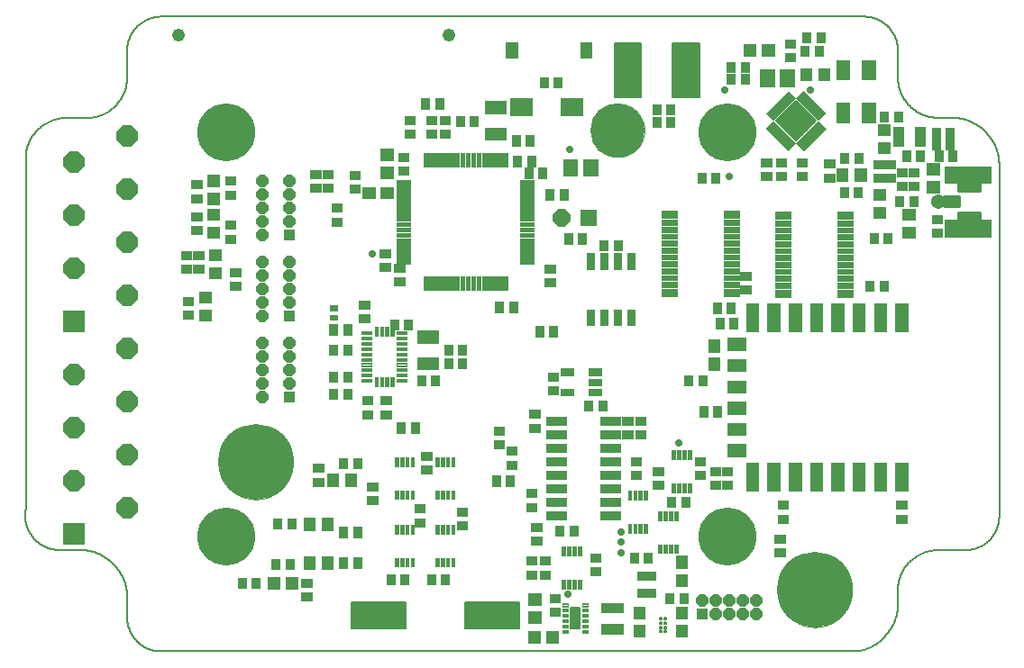
<source format=gts>
G75*
%MOIN*%
%OFA0B0*%
%FSLAX25Y25*%
%IPPOS*%
%LPD*%
%AMOC8*
5,1,8,0,0,1.08239X$1,22.5*
%
%ADD10C,0.00000*%
%ADD11C,0.27959*%
%ADD12C,0.20085*%
%ADD13C,0.00600*%
%ADD14C,0.00158*%
%ADD15R,0.06400X0.06400*%
%ADD16OC8,0.06400*%
%ADD17C,0.00276*%
%ADD18C,0.00237*%
%ADD19C,0.00335*%
%ADD20C,0.00217*%
%ADD21C,0.02762*%
%ADD22C,0.21400*%
%ADD23C,0.00079*%
%ADD24C,0.00177*%
%ADD25R,0.04369X0.04369*%
%ADD26OC8,0.04369*%
%ADD27C,0.04762*%
%ADD28C,0.00520*%
%ADD29C,0.00731*%
%ADD30C,0.00346*%
%ADD31C,0.00591*%
%ADD32C,0.03581*%
%ADD33C,0.00138*%
%ADD34C,0.00138*%
%ADD35C,0.00148*%
%ADD36C,0.00276*%
%ADD37C,0.00256*%
%ADD38C,0.00542*%
%ADD39R,0.03937X0.11811*%
%ADD40R,0.03937X0.07480*%
%ADD41C,0.00880*%
%ADD42C,0.05400*%
%ADD43C,0.00320*%
%ADD44R,0.08000X0.08000*%
%ADD45OC8,0.08000*%
%ADD46R,0.04400X0.04400*%
%ADD47OC8,0.04400*%
%ADD48C,0.00099*%
D10*
X0072778Y0072998D02*
X0072782Y0073336D01*
X0072795Y0073674D01*
X0072815Y0074012D01*
X0072844Y0074349D01*
X0072882Y0074685D01*
X0072927Y0075020D01*
X0072981Y0075354D01*
X0073043Y0075686D01*
X0073113Y0076017D01*
X0073191Y0076346D01*
X0073277Y0076673D01*
X0073371Y0076998D01*
X0073474Y0077321D01*
X0073584Y0077640D01*
X0073701Y0077957D01*
X0073827Y0078271D01*
X0073960Y0078582D01*
X0074101Y0078890D01*
X0074249Y0079194D01*
X0074405Y0079494D01*
X0074568Y0079790D01*
X0074738Y0080082D01*
X0074916Y0080370D01*
X0075100Y0080654D01*
X0075292Y0080933D01*
X0075490Y0081207D01*
X0075695Y0081476D01*
X0075906Y0081740D01*
X0076124Y0081999D01*
X0076348Y0082252D01*
X0076578Y0082500D01*
X0076814Y0082742D01*
X0077056Y0082978D01*
X0077304Y0083208D01*
X0077557Y0083432D01*
X0077816Y0083650D01*
X0078080Y0083861D01*
X0078349Y0084066D01*
X0078623Y0084264D01*
X0078902Y0084456D01*
X0079186Y0084640D01*
X0079474Y0084818D01*
X0079766Y0084988D01*
X0080062Y0085151D01*
X0080362Y0085307D01*
X0080666Y0085455D01*
X0080974Y0085596D01*
X0081285Y0085729D01*
X0081599Y0085855D01*
X0081916Y0085972D01*
X0082235Y0086082D01*
X0082558Y0086185D01*
X0082883Y0086279D01*
X0083210Y0086365D01*
X0083539Y0086443D01*
X0083870Y0086513D01*
X0084202Y0086575D01*
X0084536Y0086629D01*
X0084871Y0086674D01*
X0085207Y0086712D01*
X0085544Y0086741D01*
X0085882Y0086761D01*
X0086220Y0086774D01*
X0086558Y0086778D01*
X0086896Y0086774D01*
X0087234Y0086761D01*
X0087572Y0086741D01*
X0087909Y0086712D01*
X0088245Y0086674D01*
X0088580Y0086629D01*
X0088914Y0086575D01*
X0089246Y0086513D01*
X0089577Y0086443D01*
X0089906Y0086365D01*
X0090233Y0086279D01*
X0090558Y0086185D01*
X0090881Y0086082D01*
X0091200Y0085972D01*
X0091517Y0085855D01*
X0091831Y0085729D01*
X0092142Y0085596D01*
X0092450Y0085455D01*
X0092754Y0085307D01*
X0093054Y0085151D01*
X0093350Y0084988D01*
X0093642Y0084818D01*
X0093930Y0084640D01*
X0094214Y0084456D01*
X0094493Y0084264D01*
X0094767Y0084066D01*
X0095036Y0083861D01*
X0095300Y0083650D01*
X0095559Y0083432D01*
X0095812Y0083208D01*
X0096060Y0082978D01*
X0096302Y0082742D01*
X0096538Y0082500D01*
X0096768Y0082252D01*
X0096992Y0081999D01*
X0097210Y0081740D01*
X0097421Y0081476D01*
X0097626Y0081207D01*
X0097824Y0080933D01*
X0098016Y0080654D01*
X0098200Y0080370D01*
X0098378Y0080082D01*
X0098548Y0079790D01*
X0098711Y0079494D01*
X0098867Y0079194D01*
X0099015Y0078890D01*
X0099156Y0078582D01*
X0099289Y0078271D01*
X0099415Y0077957D01*
X0099532Y0077640D01*
X0099642Y0077321D01*
X0099745Y0076998D01*
X0099839Y0076673D01*
X0099925Y0076346D01*
X0100003Y0076017D01*
X0100073Y0075686D01*
X0100135Y0075354D01*
X0100189Y0075020D01*
X0100234Y0074685D01*
X0100272Y0074349D01*
X0100301Y0074012D01*
X0100321Y0073674D01*
X0100334Y0073336D01*
X0100338Y0072998D01*
X0100334Y0072660D01*
X0100321Y0072322D01*
X0100301Y0071984D01*
X0100272Y0071647D01*
X0100234Y0071311D01*
X0100189Y0070976D01*
X0100135Y0070642D01*
X0100073Y0070310D01*
X0100003Y0069979D01*
X0099925Y0069650D01*
X0099839Y0069323D01*
X0099745Y0068998D01*
X0099642Y0068675D01*
X0099532Y0068356D01*
X0099415Y0068039D01*
X0099289Y0067725D01*
X0099156Y0067414D01*
X0099015Y0067106D01*
X0098867Y0066802D01*
X0098711Y0066502D01*
X0098548Y0066206D01*
X0098378Y0065914D01*
X0098200Y0065626D01*
X0098016Y0065342D01*
X0097824Y0065063D01*
X0097626Y0064789D01*
X0097421Y0064520D01*
X0097210Y0064256D01*
X0096992Y0063997D01*
X0096768Y0063744D01*
X0096538Y0063496D01*
X0096302Y0063254D01*
X0096060Y0063018D01*
X0095812Y0062788D01*
X0095559Y0062564D01*
X0095300Y0062346D01*
X0095036Y0062135D01*
X0094767Y0061930D01*
X0094493Y0061732D01*
X0094214Y0061540D01*
X0093930Y0061356D01*
X0093642Y0061178D01*
X0093350Y0061008D01*
X0093054Y0060845D01*
X0092754Y0060689D01*
X0092450Y0060541D01*
X0092142Y0060400D01*
X0091831Y0060267D01*
X0091517Y0060141D01*
X0091200Y0060024D01*
X0090881Y0059914D01*
X0090558Y0059811D01*
X0090233Y0059717D01*
X0089906Y0059631D01*
X0089577Y0059553D01*
X0089246Y0059483D01*
X0088914Y0059421D01*
X0088580Y0059367D01*
X0088245Y0059322D01*
X0087909Y0059284D01*
X0087572Y0059255D01*
X0087234Y0059235D01*
X0086896Y0059222D01*
X0086558Y0059218D01*
X0086220Y0059222D01*
X0085882Y0059235D01*
X0085544Y0059255D01*
X0085207Y0059284D01*
X0084871Y0059322D01*
X0084536Y0059367D01*
X0084202Y0059421D01*
X0083870Y0059483D01*
X0083539Y0059553D01*
X0083210Y0059631D01*
X0082883Y0059717D01*
X0082558Y0059811D01*
X0082235Y0059914D01*
X0081916Y0060024D01*
X0081599Y0060141D01*
X0081285Y0060267D01*
X0080974Y0060400D01*
X0080666Y0060541D01*
X0080362Y0060689D01*
X0080062Y0060845D01*
X0079766Y0061008D01*
X0079474Y0061178D01*
X0079186Y0061356D01*
X0078902Y0061540D01*
X0078623Y0061732D01*
X0078349Y0061930D01*
X0078080Y0062135D01*
X0077816Y0062346D01*
X0077557Y0062564D01*
X0077304Y0062788D01*
X0077056Y0063018D01*
X0076814Y0063254D01*
X0076578Y0063496D01*
X0076348Y0063744D01*
X0076124Y0063997D01*
X0075906Y0064256D01*
X0075695Y0064520D01*
X0075490Y0064789D01*
X0075292Y0065063D01*
X0075100Y0065342D01*
X0074916Y0065626D01*
X0074738Y0065914D01*
X0074568Y0066206D01*
X0074405Y0066502D01*
X0074249Y0066802D01*
X0074101Y0067106D01*
X0073960Y0067414D01*
X0073827Y0067725D01*
X0073701Y0068039D01*
X0073584Y0068356D01*
X0073474Y0068675D01*
X0073371Y0068998D01*
X0073277Y0069323D01*
X0073191Y0069650D01*
X0073113Y0069979D01*
X0073043Y0070310D01*
X0072981Y0070642D01*
X0072927Y0070976D01*
X0072882Y0071311D01*
X0072844Y0071647D01*
X0072815Y0071984D01*
X0072795Y0072322D01*
X0072782Y0072660D01*
X0072778Y0072998D01*
X0210596Y0195835D02*
X0210599Y0196077D01*
X0210608Y0196318D01*
X0210623Y0196559D01*
X0210643Y0196800D01*
X0210670Y0197040D01*
X0210703Y0197279D01*
X0210741Y0197518D01*
X0210785Y0197755D01*
X0210835Y0197992D01*
X0210891Y0198227D01*
X0210953Y0198460D01*
X0211020Y0198692D01*
X0211093Y0198923D01*
X0211171Y0199151D01*
X0211256Y0199377D01*
X0211345Y0199602D01*
X0211440Y0199824D01*
X0211541Y0200043D01*
X0211647Y0200261D01*
X0211758Y0200475D01*
X0211875Y0200687D01*
X0211996Y0200895D01*
X0212123Y0201101D01*
X0212255Y0201303D01*
X0212392Y0201503D01*
X0212533Y0201698D01*
X0212679Y0201891D01*
X0212830Y0202079D01*
X0212986Y0202264D01*
X0213146Y0202445D01*
X0213310Y0202622D01*
X0213479Y0202795D01*
X0213652Y0202964D01*
X0213829Y0203128D01*
X0214010Y0203288D01*
X0214195Y0203444D01*
X0214383Y0203595D01*
X0214576Y0203741D01*
X0214771Y0203882D01*
X0214971Y0204019D01*
X0215173Y0204151D01*
X0215379Y0204278D01*
X0215587Y0204399D01*
X0215799Y0204516D01*
X0216013Y0204627D01*
X0216231Y0204733D01*
X0216450Y0204834D01*
X0216672Y0204929D01*
X0216897Y0205018D01*
X0217123Y0205103D01*
X0217351Y0205181D01*
X0217582Y0205254D01*
X0217814Y0205321D01*
X0218047Y0205383D01*
X0218282Y0205439D01*
X0218519Y0205489D01*
X0218756Y0205533D01*
X0218995Y0205571D01*
X0219234Y0205604D01*
X0219474Y0205631D01*
X0219715Y0205651D01*
X0219956Y0205666D01*
X0220197Y0205675D01*
X0220439Y0205678D01*
X0220681Y0205675D01*
X0220922Y0205666D01*
X0221163Y0205651D01*
X0221404Y0205631D01*
X0221644Y0205604D01*
X0221883Y0205571D01*
X0222122Y0205533D01*
X0222359Y0205489D01*
X0222596Y0205439D01*
X0222831Y0205383D01*
X0223064Y0205321D01*
X0223296Y0205254D01*
X0223527Y0205181D01*
X0223755Y0205103D01*
X0223981Y0205018D01*
X0224206Y0204929D01*
X0224428Y0204834D01*
X0224647Y0204733D01*
X0224865Y0204627D01*
X0225079Y0204516D01*
X0225291Y0204399D01*
X0225499Y0204278D01*
X0225705Y0204151D01*
X0225907Y0204019D01*
X0226107Y0203882D01*
X0226302Y0203741D01*
X0226495Y0203595D01*
X0226683Y0203444D01*
X0226868Y0203288D01*
X0227049Y0203128D01*
X0227226Y0202964D01*
X0227399Y0202795D01*
X0227568Y0202622D01*
X0227732Y0202445D01*
X0227892Y0202264D01*
X0228048Y0202079D01*
X0228199Y0201891D01*
X0228345Y0201698D01*
X0228486Y0201503D01*
X0228623Y0201303D01*
X0228755Y0201101D01*
X0228882Y0200895D01*
X0229003Y0200687D01*
X0229120Y0200475D01*
X0229231Y0200261D01*
X0229337Y0200043D01*
X0229438Y0199824D01*
X0229533Y0199602D01*
X0229622Y0199377D01*
X0229707Y0199151D01*
X0229785Y0198923D01*
X0229858Y0198692D01*
X0229925Y0198460D01*
X0229987Y0198227D01*
X0230043Y0197992D01*
X0230093Y0197755D01*
X0230137Y0197518D01*
X0230175Y0197279D01*
X0230208Y0197040D01*
X0230235Y0196800D01*
X0230255Y0196559D01*
X0230270Y0196318D01*
X0230279Y0196077D01*
X0230282Y0195835D01*
X0230279Y0195593D01*
X0230270Y0195352D01*
X0230255Y0195111D01*
X0230235Y0194870D01*
X0230208Y0194630D01*
X0230175Y0194391D01*
X0230137Y0194152D01*
X0230093Y0193915D01*
X0230043Y0193678D01*
X0229987Y0193443D01*
X0229925Y0193210D01*
X0229858Y0192978D01*
X0229785Y0192747D01*
X0229707Y0192519D01*
X0229622Y0192293D01*
X0229533Y0192068D01*
X0229438Y0191846D01*
X0229337Y0191627D01*
X0229231Y0191409D01*
X0229120Y0191195D01*
X0229003Y0190983D01*
X0228882Y0190775D01*
X0228755Y0190569D01*
X0228623Y0190367D01*
X0228486Y0190167D01*
X0228345Y0189972D01*
X0228199Y0189779D01*
X0228048Y0189591D01*
X0227892Y0189406D01*
X0227732Y0189225D01*
X0227568Y0189048D01*
X0227399Y0188875D01*
X0227226Y0188706D01*
X0227049Y0188542D01*
X0226868Y0188382D01*
X0226683Y0188226D01*
X0226495Y0188075D01*
X0226302Y0187929D01*
X0226107Y0187788D01*
X0225907Y0187651D01*
X0225705Y0187519D01*
X0225499Y0187392D01*
X0225291Y0187271D01*
X0225079Y0187154D01*
X0224865Y0187043D01*
X0224647Y0186937D01*
X0224428Y0186836D01*
X0224206Y0186741D01*
X0223981Y0186652D01*
X0223755Y0186567D01*
X0223527Y0186489D01*
X0223296Y0186416D01*
X0223064Y0186349D01*
X0222831Y0186287D01*
X0222596Y0186231D01*
X0222359Y0186181D01*
X0222122Y0186137D01*
X0221883Y0186099D01*
X0221644Y0186066D01*
X0221404Y0186039D01*
X0221163Y0186019D01*
X0220922Y0186004D01*
X0220681Y0185995D01*
X0220439Y0185992D01*
X0220197Y0185995D01*
X0219956Y0186004D01*
X0219715Y0186019D01*
X0219474Y0186039D01*
X0219234Y0186066D01*
X0218995Y0186099D01*
X0218756Y0186137D01*
X0218519Y0186181D01*
X0218282Y0186231D01*
X0218047Y0186287D01*
X0217814Y0186349D01*
X0217582Y0186416D01*
X0217351Y0186489D01*
X0217123Y0186567D01*
X0216897Y0186652D01*
X0216672Y0186741D01*
X0216450Y0186836D01*
X0216231Y0186937D01*
X0216013Y0187043D01*
X0215799Y0187154D01*
X0215587Y0187271D01*
X0215379Y0187392D01*
X0215173Y0187519D01*
X0214971Y0187651D01*
X0214771Y0187788D01*
X0214576Y0187929D01*
X0214383Y0188075D01*
X0214195Y0188226D01*
X0214010Y0188382D01*
X0213829Y0188542D01*
X0213652Y0188706D01*
X0213479Y0188875D01*
X0213310Y0189048D01*
X0213146Y0189225D01*
X0212986Y0189406D01*
X0212830Y0189591D01*
X0212679Y0189779D01*
X0212533Y0189972D01*
X0212392Y0190167D01*
X0212255Y0190367D01*
X0212123Y0190569D01*
X0211996Y0190775D01*
X0211875Y0190983D01*
X0211758Y0191195D01*
X0211647Y0191409D01*
X0211541Y0191627D01*
X0211440Y0191846D01*
X0211345Y0192068D01*
X0211256Y0192293D01*
X0211171Y0192519D01*
X0211093Y0192747D01*
X0211020Y0192978D01*
X0210953Y0193210D01*
X0210891Y0193443D01*
X0210835Y0193678D01*
X0210785Y0193915D01*
X0210741Y0194152D01*
X0210703Y0194391D01*
X0210670Y0194630D01*
X0210643Y0194870D01*
X0210623Y0195111D01*
X0210608Y0195352D01*
X0210599Y0195593D01*
X0210596Y0195835D01*
X0279559Y0025685D02*
X0279563Y0026023D01*
X0279576Y0026361D01*
X0279596Y0026699D01*
X0279625Y0027036D01*
X0279663Y0027372D01*
X0279708Y0027707D01*
X0279762Y0028041D01*
X0279824Y0028373D01*
X0279894Y0028704D01*
X0279972Y0029033D01*
X0280058Y0029360D01*
X0280152Y0029685D01*
X0280255Y0030008D01*
X0280365Y0030327D01*
X0280482Y0030644D01*
X0280608Y0030958D01*
X0280741Y0031269D01*
X0280882Y0031577D01*
X0281030Y0031881D01*
X0281186Y0032181D01*
X0281349Y0032477D01*
X0281519Y0032769D01*
X0281697Y0033057D01*
X0281881Y0033341D01*
X0282073Y0033620D01*
X0282271Y0033894D01*
X0282476Y0034163D01*
X0282687Y0034427D01*
X0282905Y0034686D01*
X0283129Y0034939D01*
X0283359Y0035187D01*
X0283595Y0035429D01*
X0283837Y0035665D01*
X0284085Y0035895D01*
X0284338Y0036119D01*
X0284597Y0036337D01*
X0284861Y0036548D01*
X0285130Y0036753D01*
X0285404Y0036951D01*
X0285683Y0037143D01*
X0285967Y0037327D01*
X0286255Y0037505D01*
X0286547Y0037675D01*
X0286843Y0037838D01*
X0287143Y0037994D01*
X0287447Y0038142D01*
X0287755Y0038283D01*
X0288066Y0038416D01*
X0288380Y0038542D01*
X0288697Y0038659D01*
X0289016Y0038769D01*
X0289339Y0038872D01*
X0289664Y0038966D01*
X0289991Y0039052D01*
X0290320Y0039130D01*
X0290651Y0039200D01*
X0290983Y0039262D01*
X0291317Y0039316D01*
X0291652Y0039361D01*
X0291988Y0039399D01*
X0292325Y0039428D01*
X0292663Y0039448D01*
X0293001Y0039461D01*
X0293339Y0039465D01*
X0293677Y0039461D01*
X0294015Y0039448D01*
X0294353Y0039428D01*
X0294690Y0039399D01*
X0295026Y0039361D01*
X0295361Y0039316D01*
X0295695Y0039262D01*
X0296027Y0039200D01*
X0296358Y0039130D01*
X0296687Y0039052D01*
X0297014Y0038966D01*
X0297339Y0038872D01*
X0297662Y0038769D01*
X0297981Y0038659D01*
X0298298Y0038542D01*
X0298612Y0038416D01*
X0298923Y0038283D01*
X0299231Y0038142D01*
X0299535Y0037994D01*
X0299835Y0037838D01*
X0300131Y0037675D01*
X0300423Y0037505D01*
X0300711Y0037327D01*
X0300995Y0037143D01*
X0301274Y0036951D01*
X0301548Y0036753D01*
X0301817Y0036548D01*
X0302081Y0036337D01*
X0302340Y0036119D01*
X0302593Y0035895D01*
X0302841Y0035665D01*
X0303083Y0035429D01*
X0303319Y0035187D01*
X0303549Y0034939D01*
X0303773Y0034686D01*
X0303991Y0034427D01*
X0304202Y0034163D01*
X0304407Y0033894D01*
X0304605Y0033620D01*
X0304797Y0033341D01*
X0304981Y0033057D01*
X0305159Y0032769D01*
X0305329Y0032477D01*
X0305492Y0032181D01*
X0305648Y0031881D01*
X0305796Y0031577D01*
X0305937Y0031269D01*
X0306070Y0030958D01*
X0306196Y0030644D01*
X0306313Y0030327D01*
X0306423Y0030008D01*
X0306526Y0029685D01*
X0306620Y0029360D01*
X0306706Y0029033D01*
X0306784Y0028704D01*
X0306854Y0028373D01*
X0306916Y0028041D01*
X0306970Y0027707D01*
X0307015Y0027372D01*
X0307053Y0027036D01*
X0307082Y0026699D01*
X0307102Y0026361D01*
X0307115Y0026023D01*
X0307119Y0025685D01*
X0307115Y0025347D01*
X0307102Y0025009D01*
X0307082Y0024671D01*
X0307053Y0024334D01*
X0307015Y0023998D01*
X0306970Y0023663D01*
X0306916Y0023329D01*
X0306854Y0022997D01*
X0306784Y0022666D01*
X0306706Y0022337D01*
X0306620Y0022010D01*
X0306526Y0021685D01*
X0306423Y0021362D01*
X0306313Y0021043D01*
X0306196Y0020726D01*
X0306070Y0020412D01*
X0305937Y0020101D01*
X0305796Y0019793D01*
X0305648Y0019489D01*
X0305492Y0019189D01*
X0305329Y0018893D01*
X0305159Y0018601D01*
X0304981Y0018313D01*
X0304797Y0018029D01*
X0304605Y0017750D01*
X0304407Y0017476D01*
X0304202Y0017207D01*
X0303991Y0016943D01*
X0303773Y0016684D01*
X0303549Y0016431D01*
X0303319Y0016183D01*
X0303083Y0015941D01*
X0302841Y0015705D01*
X0302593Y0015475D01*
X0302340Y0015251D01*
X0302081Y0015033D01*
X0301817Y0014822D01*
X0301548Y0014617D01*
X0301274Y0014419D01*
X0300995Y0014227D01*
X0300711Y0014043D01*
X0300423Y0013865D01*
X0300131Y0013695D01*
X0299835Y0013532D01*
X0299535Y0013376D01*
X0299231Y0013228D01*
X0298923Y0013087D01*
X0298612Y0012954D01*
X0298298Y0012828D01*
X0297981Y0012711D01*
X0297662Y0012601D01*
X0297339Y0012498D01*
X0297014Y0012404D01*
X0296687Y0012318D01*
X0296358Y0012240D01*
X0296027Y0012170D01*
X0295695Y0012108D01*
X0295361Y0012054D01*
X0295026Y0012009D01*
X0294690Y0011971D01*
X0294353Y0011942D01*
X0294015Y0011922D01*
X0293677Y0011909D01*
X0293339Y0011905D01*
X0293001Y0011909D01*
X0292663Y0011922D01*
X0292325Y0011942D01*
X0291988Y0011971D01*
X0291652Y0012009D01*
X0291317Y0012054D01*
X0290983Y0012108D01*
X0290651Y0012170D01*
X0290320Y0012240D01*
X0289991Y0012318D01*
X0289664Y0012404D01*
X0289339Y0012498D01*
X0289016Y0012601D01*
X0288697Y0012711D01*
X0288380Y0012828D01*
X0288066Y0012954D01*
X0287755Y0013087D01*
X0287447Y0013228D01*
X0287143Y0013376D01*
X0286843Y0013532D01*
X0286547Y0013695D01*
X0286255Y0013865D01*
X0285967Y0014043D01*
X0285683Y0014227D01*
X0285404Y0014419D01*
X0285130Y0014617D01*
X0284861Y0014822D01*
X0284597Y0015033D01*
X0284338Y0015251D01*
X0284085Y0015475D01*
X0283837Y0015705D01*
X0283595Y0015941D01*
X0283359Y0016183D01*
X0283129Y0016431D01*
X0282905Y0016684D01*
X0282687Y0016943D01*
X0282476Y0017207D01*
X0282271Y0017476D01*
X0282073Y0017750D01*
X0281881Y0018029D01*
X0281697Y0018313D01*
X0281519Y0018601D01*
X0281349Y0018893D01*
X0281186Y0019189D01*
X0281030Y0019489D01*
X0280882Y0019793D01*
X0280741Y0020101D01*
X0280608Y0020412D01*
X0280482Y0020726D01*
X0280365Y0021043D01*
X0280255Y0021362D01*
X0280152Y0021685D01*
X0280058Y0022010D01*
X0279972Y0022337D01*
X0279894Y0022666D01*
X0279824Y0022997D01*
X0279762Y0023329D01*
X0279708Y0023663D01*
X0279663Y0023998D01*
X0279625Y0024334D01*
X0279596Y0024671D01*
X0279576Y0025009D01*
X0279563Y0025347D01*
X0279559Y0025685D01*
D11*
X0293339Y0025685D03*
X0086558Y0072998D03*
D12*
X0220439Y0195835D03*
D13*
X0039008Y0022962D02*
X0039003Y0023385D01*
X0038988Y0023807D01*
X0038962Y0024230D01*
X0038926Y0024651D01*
X0038880Y0025071D01*
X0038824Y0025491D01*
X0038758Y0025908D01*
X0038682Y0026324D01*
X0038596Y0026738D01*
X0038499Y0027150D01*
X0038393Y0027559D01*
X0038277Y0027966D01*
X0038151Y0028370D01*
X0038016Y0028770D01*
X0037871Y0029168D01*
X0037716Y0029561D01*
X0037552Y0029951D01*
X0037378Y0030337D01*
X0037195Y0030718D01*
X0037003Y0031095D01*
X0036802Y0031467D01*
X0036592Y0031834D01*
X0036374Y0032196D01*
X0036146Y0032552D01*
X0035910Y0032903D01*
X0035666Y0033248D01*
X0035413Y0033587D01*
X0035152Y0033920D01*
X0034884Y0034247D01*
X0034607Y0034567D01*
X0034323Y0034880D01*
X0034031Y0035186D01*
X0033732Y0035485D01*
X0033426Y0035777D01*
X0033113Y0036061D01*
X0032793Y0036338D01*
X0032466Y0036606D01*
X0032133Y0036867D01*
X0031794Y0037120D01*
X0031449Y0037364D01*
X0031098Y0037600D01*
X0030742Y0037828D01*
X0030380Y0038046D01*
X0030013Y0038256D01*
X0029641Y0038457D01*
X0029264Y0038649D01*
X0028883Y0038832D01*
X0028497Y0039006D01*
X0028107Y0039170D01*
X0027714Y0039325D01*
X0027316Y0039470D01*
X0026916Y0039605D01*
X0026512Y0039731D01*
X0026105Y0039847D01*
X0025696Y0039953D01*
X0025284Y0040050D01*
X0024870Y0040136D01*
X0024454Y0040212D01*
X0024037Y0040278D01*
X0023617Y0040334D01*
X0023197Y0040380D01*
X0022776Y0040416D01*
X0022353Y0040442D01*
X0021931Y0040457D01*
X0021508Y0040462D01*
X0021508Y0040463D02*
X0014008Y0040463D01*
X0013699Y0040467D01*
X0013390Y0040478D01*
X0013081Y0040497D01*
X0012773Y0040523D01*
X0012466Y0040557D01*
X0012159Y0040598D01*
X0011854Y0040647D01*
X0011550Y0040703D01*
X0011247Y0040767D01*
X0010946Y0040837D01*
X0010647Y0040916D01*
X0010350Y0041001D01*
X0010054Y0041094D01*
X0009762Y0041193D01*
X0009472Y0041300D01*
X0009184Y0041414D01*
X0008899Y0041535D01*
X0008618Y0041663D01*
X0008339Y0041797D01*
X0008064Y0041939D01*
X0007793Y0042087D01*
X0007525Y0042241D01*
X0007261Y0042402D01*
X0007001Y0042569D01*
X0006745Y0042743D01*
X0006493Y0042923D01*
X0006246Y0043109D01*
X0006004Y0043301D01*
X0005766Y0043498D01*
X0005533Y0043702D01*
X0005305Y0043911D01*
X0005082Y0044125D01*
X0004865Y0044345D01*
X0004653Y0044570D01*
X0004446Y0044800D01*
X0004245Y0045036D01*
X0004050Y0045275D01*
X0003861Y0045520D01*
X0003678Y0045769D01*
X0003501Y0046023D01*
X0003330Y0046281D01*
X0003166Y0046542D01*
X0003008Y0046808D01*
X0002856Y0047078D01*
X0002711Y0047351D01*
X0002573Y0047628D01*
X0002441Y0047907D01*
X0002317Y0048190D01*
X0002199Y0048476D01*
X0002088Y0048765D01*
X0001985Y0049056D01*
X0001888Y0049350D01*
X0001799Y0049646D01*
X0001716Y0049944D01*
X0001642Y0050244D01*
X0001574Y0050546D01*
X0001514Y0050850D01*
X0001461Y0051154D01*
X0001416Y0051460D01*
X0001378Y0051767D01*
X0001347Y0052075D01*
X0001324Y0052383D01*
X0001309Y0052692D01*
X0001301Y0053001D01*
X0001301Y0053310D01*
X0001308Y0053620D01*
X0001323Y0053929D01*
X0001345Y0054237D01*
X0001374Y0054545D01*
X0001412Y0054852D01*
X0001456Y0055158D01*
X0001508Y0055463D01*
X0001508Y0055462D02*
X0001508Y0185462D01*
X0001512Y0185824D01*
X0001526Y0186187D01*
X0001547Y0186549D01*
X0001578Y0186910D01*
X0001617Y0187270D01*
X0001665Y0187629D01*
X0001722Y0187987D01*
X0001787Y0188344D01*
X0001861Y0188699D01*
X0001944Y0189052D01*
X0002035Y0189403D01*
X0002134Y0189751D01*
X0002242Y0190097D01*
X0002358Y0190441D01*
X0002483Y0190781D01*
X0002615Y0191118D01*
X0002756Y0191452D01*
X0002905Y0191783D01*
X0003062Y0192110D01*
X0003226Y0192433D01*
X0003398Y0192752D01*
X0003578Y0193066D01*
X0003766Y0193377D01*
X0003961Y0193682D01*
X0004163Y0193983D01*
X0004373Y0194279D01*
X0004589Y0194569D01*
X0004813Y0194855D01*
X0005043Y0195135D01*
X0005280Y0195409D01*
X0005524Y0195677D01*
X0005774Y0195940D01*
X0006030Y0196196D01*
X0006293Y0196446D01*
X0006561Y0196690D01*
X0006835Y0196927D01*
X0007115Y0197157D01*
X0007401Y0197381D01*
X0007691Y0197597D01*
X0007987Y0197807D01*
X0008288Y0198009D01*
X0008593Y0198204D01*
X0008904Y0198392D01*
X0009218Y0198572D01*
X0009537Y0198744D01*
X0009860Y0198908D01*
X0010187Y0199065D01*
X0010518Y0199214D01*
X0010852Y0199355D01*
X0011189Y0199487D01*
X0011529Y0199612D01*
X0011873Y0199728D01*
X0012219Y0199836D01*
X0012567Y0199935D01*
X0012918Y0200026D01*
X0013271Y0200109D01*
X0013626Y0200183D01*
X0013983Y0200248D01*
X0014341Y0200305D01*
X0014700Y0200353D01*
X0015060Y0200392D01*
X0015421Y0200423D01*
X0015783Y0200444D01*
X0016146Y0200458D01*
X0016508Y0200462D01*
X0024008Y0200462D01*
X0024370Y0200466D01*
X0024733Y0200480D01*
X0025095Y0200501D01*
X0025456Y0200532D01*
X0025816Y0200571D01*
X0026175Y0200619D01*
X0026533Y0200676D01*
X0026890Y0200741D01*
X0027245Y0200815D01*
X0027598Y0200898D01*
X0027949Y0200989D01*
X0028297Y0201088D01*
X0028643Y0201196D01*
X0028987Y0201312D01*
X0029327Y0201437D01*
X0029664Y0201569D01*
X0029998Y0201710D01*
X0030329Y0201859D01*
X0030656Y0202016D01*
X0030979Y0202180D01*
X0031298Y0202352D01*
X0031612Y0202532D01*
X0031923Y0202720D01*
X0032228Y0202915D01*
X0032529Y0203117D01*
X0032825Y0203327D01*
X0033115Y0203543D01*
X0033401Y0203767D01*
X0033681Y0203997D01*
X0033955Y0204234D01*
X0034223Y0204478D01*
X0034486Y0204728D01*
X0034742Y0204984D01*
X0034992Y0205247D01*
X0035236Y0205515D01*
X0035473Y0205789D01*
X0035703Y0206069D01*
X0035927Y0206355D01*
X0036143Y0206645D01*
X0036353Y0206941D01*
X0036555Y0207242D01*
X0036750Y0207547D01*
X0036938Y0207858D01*
X0037118Y0208172D01*
X0037290Y0208491D01*
X0037454Y0208814D01*
X0037611Y0209141D01*
X0037760Y0209472D01*
X0037901Y0209806D01*
X0038033Y0210143D01*
X0038158Y0210483D01*
X0038274Y0210827D01*
X0038382Y0211173D01*
X0038481Y0211521D01*
X0038572Y0211872D01*
X0038655Y0212225D01*
X0038729Y0212580D01*
X0038794Y0212937D01*
X0038851Y0213295D01*
X0038899Y0213654D01*
X0038938Y0214014D01*
X0038969Y0214375D01*
X0038990Y0214737D01*
X0039004Y0215100D01*
X0039008Y0215462D01*
X0039008Y0225462D01*
X0039012Y0225764D01*
X0039023Y0226066D01*
X0039041Y0226367D01*
X0039066Y0226668D01*
X0039099Y0226969D01*
X0039139Y0227268D01*
X0039186Y0227566D01*
X0039241Y0227864D01*
X0039302Y0228159D01*
X0039371Y0228453D01*
X0039447Y0228746D01*
X0039530Y0229036D01*
X0039620Y0229325D01*
X0039717Y0229611D01*
X0039820Y0229895D01*
X0039931Y0230176D01*
X0040048Y0230454D01*
X0040172Y0230730D01*
X0040303Y0231002D01*
X0040440Y0231271D01*
X0040583Y0231537D01*
X0040733Y0231799D01*
X0040890Y0232058D01*
X0041052Y0232312D01*
X0041221Y0232563D01*
X0041395Y0232809D01*
X0041576Y0233052D01*
X0041762Y0233289D01*
X0041954Y0233523D01*
X0042152Y0233751D01*
X0042355Y0233975D01*
X0042563Y0234193D01*
X0042777Y0234407D01*
X0042995Y0234615D01*
X0043219Y0234818D01*
X0043447Y0235016D01*
X0043681Y0235208D01*
X0043918Y0235394D01*
X0044161Y0235575D01*
X0044407Y0235749D01*
X0044658Y0235918D01*
X0044912Y0236080D01*
X0045171Y0236237D01*
X0045433Y0236387D01*
X0045699Y0236530D01*
X0045968Y0236667D01*
X0046240Y0236798D01*
X0046516Y0236922D01*
X0046794Y0237039D01*
X0047075Y0237150D01*
X0047359Y0237253D01*
X0047645Y0237350D01*
X0047934Y0237440D01*
X0048224Y0237523D01*
X0048517Y0237599D01*
X0048811Y0237668D01*
X0049106Y0237729D01*
X0049404Y0237784D01*
X0049702Y0237831D01*
X0050001Y0237871D01*
X0050302Y0237904D01*
X0050603Y0237929D01*
X0050904Y0237947D01*
X0051206Y0237958D01*
X0051508Y0237962D01*
X0311508Y0237962D01*
X0311810Y0237958D01*
X0312112Y0237947D01*
X0312413Y0237929D01*
X0312714Y0237904D01*
X0313015Y0237871D01*
X0313314Y0237831D01*
X0313612Y0237784D01*
X0313910Y0237729D01*
X0314205Y0237668D01*
X0314499Y0237599D01*
X0314792Y0237523D01*
X0315082Y0237440D01*
X0315371Y0237350D01*
X0315657Y0237253D01*
X0315941Y0237150D01*
X0316222Y0237039D01*
X0316500Y0236922D01*
X0316776Y0236798D01*
X0317048Y0236667D01*
X0317317Y0236530D01*
X0317583Y0236387D01*
X0317845Y0236237D01*
X0318104Y0236080D01*
X0318358Y0235918D01*
X0318609Y0235749D01*
X0318855Y0235575D01*
X0319098Y0235394D01*
X0319335Y0235208D01*
X0319569Y0235016D01*
X0319797Y0234818D01*
X0320021Y0234615D01*
X0320239Y0234407D01*
X0320453Y0234193D01*
X0320661Y0233975D01*
X0320864Y0233751D01*
X0321062Y0233523D01*
X0321254Y0233289D01*
X0321440Y0233052D01*
X0321621Y0232809D01*
X0321795Y0232563D01*
X0321964Y0232312D01*
X0322126Y0232058D01*
X0322283Y0231799D01*
X0322433Y0231537D01*
X0322576Y0231271D01*
X0322713Y0231002D01*
X0322844Y0230730D01*
X0322968Y0230454D01*
X0323085Y0230176D01*
X0323196Y0229895D01*
X0323299Y0229611D01*
X0323396Y0229325D01*
X0323486Y0229036D01*
X0323569Y0228746D01*
X0323645Y0228453D01*
X0323714Y0228159D01*
X0323775Y0227864D01*
X0323830Y0227566D01*
X0323877Y0227268D01*
X0323917Y0226969D01*
X0323950Y0226668D01*
X0323975Y0226367D01*
X0323993Y0226066D01*
X0324004Y0225764D01*
X0324008Y0225462D01*
X0324008Y0215462D01*
X0324012Y0215100D01*
X0324026Y0214737D01*
X0324047Y0214375D01*
X0324078Y0214014D01*
X0324117Y0213654D01*
X0324165Y0213295D01*
X0324222Y0212937D01*
X0324287Y0212580D01*
X0324361Y0212225D01*
X0324444Y0211872D01*
X0324535Y0211521D01*
X0324634Y0211173D01*
X0324742Y0210827D01*
X0324858Y0210483D01*
X0324983Y0210143D01*
X0325115Y0209806D01*
X0325256Y0209472D01*
X0325405Y0209141D01*
X0325562Y0208814D01*
X0325726Y0208491D01*
X0325898Y0208172D01*
X0326078Y0207858D01*
X0326266Y0207547D01*
X0326461Y0207242D01*
X0326663Y0206941D01*
X0326873Y0206645D01*
X0327089Y0206355D01*
X0327313Y0206069D01*
X0327543Y0205789D01*
X0327780Y0205515D01*
X0328024Y0205247D01*
X0328274Y0204984D01*
X0328530Y0204728D01*
X0328793Y0204478D01*
X0329061Y0204234D01*
X0329335Y0203997D01*
X0329615Y0203767D01*
X0329901Y0203543D01*
X0330191Y0203327D01*
X0330487Y0203117D01*
X0330788Y0202915D01*
X0331093Y0202720D01*
X0331404Y0202532D01*
X0331718Y0202352D01*
X0332037Y0202180D01*
X0332360Y0202016D01*
X0332687Y0201859D01*
X0333018Y0201710D01*
X0333352Y0201569D01*
X0333689Y0201437D01*
X0334029Y0201312D01*
X0334373Y0201196D01*
X0334719Y0201088D01*
X0335067Y0200989D01*
X0335418Y0200898D01*
X0335771Y0200815D01*
X0336126Y0200741D01*
X0336483Y0200676D01*
X0336841Y0200619D01*
X0337200Y0200571D01*
X0337560Y0200532D01*
X0337921Y0200501D01*
X0338283Y0200480D01*
X0338646Y0200466D01*
X0339008Y0200462D01*
X0344008Y0200462D01*
X0344431Y0200457D01*
X0344853Y0200442D01*
X0345276Y0200416D01*
X0345697Y0200380D01*
X0346117Y0200334D01*
X0346537Y0200278D01*
X0346954Y0200212D01*
X0347370Y0200136D01*
X0347784Y0200050D01*
X0348196Y0199953D01*
X0348605Y0199847D01*
X0349012Y0199731D01*
X0349416Y0199605D01*
X0349816Y0199470D01*
X0350214Y0199325D01*
X0350607Y0199170D01*
X0350997Y0199006D01*
X0351383Y0198832D01*
X0351764Y0198649D01*
X0352141Y0198457D01*
X0352513Y0198256D01*
X0352880Y0198046D01*
X0353242Y0197828D01*
X0353598Y0197600D01*
X0353949Y0197364D01*
X0354294Y0197120D01*
X0354633Y0196867D01*
X0354966Y0196606D01*
X0355293Y0196338D01*
X0355613Y0196061D01*
X0355926Y0195777D01*
X0356232Y0195485D01*
X0356531Y0195186D01*
X0356823Y0194880D01*
X0357107Y0194567D01*
X0357384Y0194247D01*
X0357652Y0193920D01*
X0357913Y0193587D01*
X0358166Y0193248D01*
X0358410Y0192903D01*
X0358646Y0192552D01*
X0358874Y0192196D01*
X0359092Y0191834D01*
X0359302Y0191467D01*
X0359503Y0191095D01*
X0359695Y0190718D01*
X0359878Y0190337D01*
X0360052Y0189951D01*
X0360216Y0189561D01*
X0360371Y0189168D01*
X0360516Y0188770D01*
X0360651Y0188370D01*
X0360777Y0187966D01*
X0360893Y0187559D01*
X0360999Y0187150D01*
X0361096Y0186738D01*
X0361182Y0186324D01*
X0361258Y0185908D01*
X0361324Y0185491D01*
X0361380Y0185071D01*
X0361426Y0184651D01*
X0361462Y0184230D01*
X0361488Y0183807D01*
X0361503Y0183385D01*
X0361508Y0182962D01*
X0361508Y0052962D01*
X0361504Y0052660D01*
X0361493Y0052358D01*
X0361475Y0052057D01*
X0361450Y0051756D01*
X0361417Y0051455D01*
X0361377Y0051156D01*
X0361330Y0050858D01*
X0361275Y0050560D01*
X0361214Y0050265D01*
X0361145Y0049971D01*
X0361069Y0049678D01*
X0360986Y0049388D01*
X0360896Y0049099D01*
X0360799Y0048813D01*
X0360696Y0048529D01*
X0360585Y0048248D01*
X0360468Y0047970D01*
X0360344Y0047694D01*
X0360213Y0047422D01*
X0360076Y0047153D01*
X0359933Y0046887D01*
X0359783Y0046625D01*
X0359626Y0046366D01*
X0359464Y0046112D01*
X0359295Y0045861D01*
X0359121Y0045615D01*
X0358940Y0045372D01*
X0358754Y0045135D01*
X0358562Y0044901D01*
X0358364Y0044673D01*
X0358161Y0044449D01*
X0357953Y0044231D01*
X0357739Y0044017D01*
X0357521Y0043809D01*
X0357297Y0043606D01*
X0357069Y0043408D01*
X0356835Y0043216D01*
X0356598Y0043030D01*
X0356355Y0042849D01*
X0356109Y0042675D01*
X0355858Y0042506D01*
X0355604Y0042344D01*
X0355345Y0042187D01*
X0355083Y0042037D01*
X0354817Y0041894D01*
X0354548Y0041757D01*
X0354276Y0041626D01*
X0354000Y0041502D01*
X0353722Y0041385D01*
X0353441Y0041274D01*
X0353157Y0041171D01*
X0352871Y0041074D01*
X0352582Y0040984D01*
X0352292Y0040901D01*
X0351999Y0040825D01*
X0351705Y0040756D01*
X0351410Y0040695D01*
X0351112Y0040640D01*
X0350814Y0040593D01*
X0350515Y0040553D01*
X0350214Y0040520D01*
X0349913Y0040495D01*
X0349612Y0040477D01*
X0349310Y0040466D01*
X0349008Y0040462D01*
X0349008Y0040463D02*
X0339008Y0040463D01*
X0339008Y0040462D02*
X0338646Y0040458D01*
X0338283Y0040444D01*
X0337921Y0040423D01*
X0337560Y0040392D01*
X0337200Y0040353D01*
X0336841Y0040305D01*
X0336483Y0040248D01*
X0336126Y0040183D01*
X0335771Y0040109D01*
X0335418Y0040026D01*
X0335067Y0039935D01*
X0334719Y0039836D01*
X0334373Y0039728D01*
X0334029Y0039612D01*
X0333689Y0039487D01*
X0333352Y0039355D01*
X0333018Y0039214D01*
X0332687Y0039065D01*
X0332360Y0038908D01*
X0332037Y0038744D01*
X0331718Y0038572D01*
X0331404Y0038392D01*
X0331093Y0038204D01*
X0330788Y0038009D01*
X0330487Y0037807D01*
X0330191Y0037597D01*
X0329901Y0037381D01*
X0329615Y0037157D01*
X0329335Y0036927D01*
X0329061Y0036690D01*
X0328793Y0036446D01*
X0328530Y0036196D01*
X0328274Y0035940D01*
X0328024Y0035677D01*
X0327780Y0035409D01*
X0327543Y0035135D01*
X0327313Y0034855D01*
X0327089Y0034569D01*
X0326873Y0034279D01*
X0326663Y0033983D01*
X0326461Y0033682D01*
X0326266Y0033377D01*
X0326078Y0033066D01*
X0325898Y0032752D01*
X0325726Y0032433D01*
X0325562Y0032110D01*
X0325405Y0031783D01*
X0325256Y0031452D01*
X0325115Y0031118D01*
X0324983Y0030781D01*
X0324858Y0030441D01*
X0324742Y0030097D01*
X0324634Y0029751D01*
X0324535Y0029403D01*
X0324444Y0029052D01*
X0324361Y0028699D01*
X0324287Y0028344D01*
X0324222Y0027987D01*
X0324165Y0027629D01*
X0324117Y0027270D01*
X0324078Y0026910D01*
X0324047Y0026549D01*
X0324026Y0026187D01*
X0324012Y0025824D01*
X0324008Y0025462D01*
X0324008Y0020463D01*
X0324008Y0020462D02*
X0324003Y0020029D01*
X0323987Y0019597D01*
X0323960Y0019165D01*
X0323923Y0018734D01*
X0323876Y0018304D01*
X0323818Y0017875D01*
X0323750Y0017448D01*
X0323671Y0017022D01*
X0323582Y0016599D01*
X0323482Y0016178D01*
X0323372Y0015759D01*
X0323252Y0015344D01*
X0323122Y0014931D01*
X0322982Y0014522D01*
X0322832Y0014116D01*
X0322672Y0013714D01*
X0322502Y0013316D01*
X0322323Y0012922D01*
X0322134Y0012533D01*
X0321935Y0012148D01*
X0321727Y0011769D01*
X0321510Y0011394D01*
X0321284Y0011026D01*
X0321049Y0010662D01*
X0320805Y0010305D01*
X0320553Y0009953D01*
X0320292Y0009608D01*
X0320022Y0009270D01*
X0319745Y0008938D01*
X0319459Y0008613D01*
X0319166Y0008295D01*
X0318865Y0007984D01*
X0318556Y0007681D01*
X0318240Y0007385D01*
X0317917Y0007097D01*
X0317587Y0006817D01*
X0317250Y0006546D01*
X0316907Y0006282D01*
X0316557Y0006027D01*
X0316202Y0005781D01*
X0315840Y0005544D01*
X0315473Y0005315D01*
X0315100Y0005095D01*
X0314722Y0004885D01*
X0314339Y0004684D01*
X0313951Y0004492D01*
X0313558Y0004310D01*
X0313162Y0004137D01*
X0312761Y0003975D01*
X0312356Y0003822D01*
X0311947Y0003679D01*
X0311536Y0003546D01*
X0311121Y0003423D01*
X0310703Y0003310D01*
X0310283Y0003208D01*
X0309860Y0003116D01*
X0309435Y0003034D01*
X0309008Y0002962D01*
X0051508Y0002962D01*
X0051206Y0002966D01*
X0050904Y0002977D01*
X0050603Y0002995D01*
X0050302Y0003020D01*
X0050001Y0003053D01*
X0049702Y0003093D01*
X0049404Y0003140D01*
X0049106Y0003195D01*
X0048811Y0003256D01*
X0048517Y0003325D01*
X0048224Y0003401D01*
X0047934Y0003484D01*
X0047645Y0003574D01*
X0047359Y0003671D01*
X0047075Y0003774D01*
X0046794Y0003885D01*
X0046516Y0004002D01*
X0046240Y0004126D01*
X0045968Y0004257D01*
X0045699Y0004394D01*
X0045433Y0004537D01*
X0045171Y0004687D01*
X0044912Y0004844D01*
X0044658Y0005006D01*
X0044407Y0005175D01*
X0044161Y0005349D01*
X0043918Y0005530D01*
X0043681Y0005716D01*
X0043447Y0005908D01*
X0043219Y0006106D01*
X0042995Y0006309D01*
X0042777Y0006517D01*
X0042563Y0006731D01*
X0042355Y0006949D01*
X0042152Y0007173D01*
X0041954Y0007401D01*
X0041762Y0007635D01*
X0041576Y0007872D01*
X0041395Y0008115D01*
X0041221Y0008361D01*
X0041052Y0008612D01*
X0040890Y0008866D01*
X0040733Y0009125D01*
X0040583Y0009387D01*
X0040440Y0009653D01*
X0040303Y0009922D01*
X0040172Y0010194D01*
X0040048Y0010470D01*
X0039931Y0010748D01*
X0039820Y0011029D01*
X0039717Y0011313D01*
X0039620Y0011599D01*
X0039530Y0011888D01*
X0039447Y0012178D01*
X0039371Y0012471D01*
X0039302Y0012765D01*
X0039241Y0013060D01*
X0039186Y0013358D01*
X0039139Y0013656D01*
X0039099Y0013955D01*
X0039066Y0014256D01*
X0039041Y0014557D01*
X0039023Y0014858D01*
X0039012Y0015160D01*
X0039008Y0015462D01*
X0039008Y0022962D01*
D14*
X0079950Y0030204D02*
X0082948Y0030204D01*
X0082948Y0026420D01*
X0079950Y0026420D01*
X0079950Y0030204D01*
X0079950Y0026577D02*
X0082948Y0026577D01*
X0082948Y0026734D02*
X0079950Y0026734D01*
X0079950Y0026891D02*
X0082948Y0026891D01*
X0082948Y0027048D02*
X0079950Y0027048D01*
X0079950Y0027205D02*
X0082948Y0027205D01*
X0082948Y0027362D02*
X0079950Y0027362D01*
X0079950Y0027519D02*
X0082948Y0027519D01*
X0082948Y0027676D02*
X0079950Y0027676D01*
X0079950Y0027833D02*
X0082948Y0027833D01*
X0082948Y0027990D02*
X0079950Y0027990D01*
X0079950Y0028147D02*
X0082948Y0028147D01*
X0082948Y0028304D02*
X0079950Y0028304D01*
X0079950Y0028461D02*
X0082948Y0028461D01*
X0082948Y0028618D02*
X0079950Y0028618D01*
X0079950Y0028775D02*
X0082948Y0028775D01*
X0082948Y0028932D02*
X0079950Y0028932D01*
X0079950Y0029089D02*
X0082948Y0029089D01*
X0082948Y0029246D02*
X0079950Y0029246D01*
X0079950Y0029403D02*
X0082948Y0029403D01*
X0082948Y0029560D02*
X0079950Y0029560D01*
X0079950Y0029717D02*
X0082948Y0029717D01*
X0082948Y0029874D02*
X0079950Y0029874D01*
X0079950Y0030031D02*
X0082948Y0030031D01*
X0082948Y0030188D02*
X0079950Y0030188D01*
X0085068Y0030204D02*
X0088066Y0030204D01*
X0088066Y0026420D01*
X0085068Y0026420D01*
X0085068Y0030204D01*
X0085068Y0026577D02*
X0088066Y0026577D01*
X0088066Y0026734D02*
X0085068Y0026734D01*
X0085068Y0026891D02*
X0088066Y0026891D01*
X0088066Y0027048D02*
X0085068Y0027048D01*
X0085068Y0027205D02*
X0088066Y0027205D01*
X0088066Y0027362D02*
X0085068Y0027362D01*
X0085068Y0027519D02*
X0088066Y0027519D01*
X0088066Y0027676D02*
X0085068Y0027676D01*
X0085068Y0027833D02*
X0088066Y0027833D01*
X0088066Y0027990D02*
X0085068Y0027990D01*
X0085068Y0028147D02*
X0088066Y0028147D01*
X0088066Y0028304D02*
X0085068Y0028304D01*
X0085068Y0028461D02*
X0088066Y0028461D01*
X0088066Y0028618D02*
X0085068Y0028618D01*
X0085068Y0028775D02*
X0088066Y0028775D01*
X0088066Y0028932D02*
X0085068Y0028932D01*
X0085068Y0029089D02*
X0088066Y0029089D01*
X0088066Y0029246D02*
X0085068Y0029246D01*
X0085068Y0029403D02*
X0088066Y0029403D01*
X0088066Y0029560D02*
X0085068Y0029560D01*
X0085068Y0029717D02*
X0088066Y0029717D01*
X0088066Y0029874D02*
X0085068Y0029874D01*
X0085068Y0030031D02*
X0088066Y0030031D01*
X0088066Y0030188D02*
X0085068Y0030188D01*
X0092450Y0033296D02*
X0095448Y0033296D01*
X0092450Y0033296D02*
X0092450Y0037080D01*
X0095448Y0037080D01*
X0095448Y0033296D01*
X0095448Y0033453D02*
X0092450Y0033453D01*
X0092450Y0033610D02*
X0095448Y0033610D01*
X0095448Y0033767D02*
X0092450Y0033767D01*
X0092450Y0033924D02*
X0095448Y0033924D01*
X0095448Y0034081D02*
X0092450Y0034081D01*
X0092450Y0034238D02*
X0095448Y0034238D01*
X0095448Y0034395D02*
X0092450Y0034395D01*
X0092450Y0034552D02*
X0095448Y0034552D01*
X0095448Y0034709D02*
X0092450Y0034709D01*
X0092450Y0034866D02*
X0095448Y0034866D01*
X0095448Y0035023D02*
X0092450Y0035023D01*
X0092450Y0035180D02*
X0095448Y0035180D01*
X0095448Y0035337D02*
X0092450Y0035337D01*
X0092450Y0035494D02*
X0095448Y0035494D01*
X0095448Y0035651D02*
X0092450Y0035651D01*
X0092450Y0035808D02*
X0095448Y0035808D01*
X0095448Y0035965D02*
X0092450Y0035965D01*
X0092450Y0036122D02*
X0095448Y0036122D01*
X0095448Y0036279D02*
X0092450Y0036279D01*
X0092450Y0036436D02*
X0095448Y0036436D01*
X0095448Y0036593D02*
X0092450Y0036593D01*
X0092450Y0036750D02*
X0095448Y0036750D01*
X0095448Y0036907D02*
X0092450Y0036907D01*
X0092450Y0037064D02*
X0095448Y0037064D01*
X0097568Y0033296D02*
X0100566Y0033296D01*
X0097568Y0033296D02*
X0097568Y0037080D01*
X0100566Y0037080D01*
X0100566Y0033296D01*
X0100566Y0033453D02*
X0097568Y0033453D01*
X0097568Y0033610D02*
X0100566Y0033610D01*
X0100566Y0033767D02*
X0097568Y0033767D01*
X0097568Y0033924D02*
X0100566Y0033924D01*
X0100566Y0034081D02*
X0097568Y0034081D01*
X0097568Y0034238D02*
X0100566Y0034238D01*
X0100566Y0034395D02*
X0097568Y0034395D01*
X0097568Y0034552D02*
X0100566Y0034552D01*
X0100566Y0034709D02*
X0097568Y0034709D01*
X0097568Y0034866D02*
X0100566Y0034866D01*
X0100566Y0035023D02*
X0097568Y0035023D01*
X0097568Y0035180D02*
X0100566Y0035180D01*
X0100566Y0035337D02*
X0097568Y0035337D01*
X0097568Y0035494D02*
X0100566Y0035494D01*
X0100566Y0035651D02*
X0097568Y0035651D01*
X0097568Y0035808D02*
X0100566Y0035808D01*
X0100566Y0035965D02*
X0097568Y0035965D01*
X0097568Y0036122D02*
X0100566Y0036122D01*
X0100566Y0036279D02*
X0097568Y0036279D01*
X0097568Y0036436D02*
X0100566Y0036436D01*
X0100566Y0036593D02*
X0097568Y0036593D01*
X0097568Y0036750D02*
X0100566Y0036750D01*
X0100566Y0036907D02*
X0097568Y0036907D01*
X0097568Y0037064D02*
X0100566Y0037064D01*
X0103366Y0029871D02*
X0103366Y0026873D01*
X0103366Y0029871D02*
X0107150Y0029871D01*
X0107150Y0026873D01*
X0103366Y0026873D01*
X0103366Y0027030D02*
X0107150Y0027030D01*
X0107150Y0027187D02*
X0103366Y0027187D01*
X0103366Y0027344D02*
X0107150Y0027344D01*
X0107150Y0027501D02*
X0103366Y0027501D01*
X0103366Y0027658D02*
X0107150Y0027658D01*
X0107150Y0027815D02*
X0103366Y0027815D01*
X0103366Y0027972D02*
X0107150Y0027972D01*
X0107150Y0028129D02*
X0103366Y0028129D01*
X0103366Y0028286D02*
X0107150Y0028286D01*
X0107150Y0028443D02*
X0103366Y0028443D01*
X0103366Y0028600D02*
X0107150Y0028600D01*
X0107150Y0028757D02*
X0103366Y0028757D01*
X0103366Y0028914D02*
X0107150Y0028914D01*
X0107150Y0029071D02*
X0103366Y0029071D01*
X0103366Y0029228D02*
X0107150Y0029228D01*
X0107150Y0029385D02*
X0103366Y0029385D01*
X0103366Y0029542D02*
X0107150Y0029542D01*
X0107150Y0029699D02*
X0103366Y0029699D01*
X0103366Y0029856D02*
X0107150Y0029856D01*
X0103366Y0024752D02*
X0103366Y0021754D01*
X0103366Y0024752D02*
X0107150Y0024752D01*
X0107150Y0021754D01*
X0103366Y0021754D01*
X0103366Y0021911D02*
X0107150Y0021911D01*
X0107150Y0022068D02*
X0103366Y0022068D01*
X0103366Y0022225D02*
X0107150Y0022225D01*
X0107150Y0022382D02*
X0103366Y0022382D01*
X0103366Y0022539D02*
X0107150Y0022539D01*
X0107150Y0022696D02*
X0103366Y0022696D01*
X0103366Y0022853D02*
X0107150Y0022853D01*
X0107150Y0023010D02*
X0103366Y0023010D01*
X0103366Y0023167D02*
X0107150Y0023167D01*
X0107150Y0023324D02*
X0103366Y0023324D01*
X0103366Y0023481D02*
X0107150Y0023481D01*
X0107150Y0023638D02*
X0103366Y0023638D01*
X0103366Y0023795D02*
X0107150Y0023795D01*
X0107150Y0023952D02*
X0103366Y0023952D01*
X0103366Y0024109D02*
X0107150Y0024109D01*
X0107150Y0024266D02*
X0103366Y0024266D01*
X0103366Y0024423D02*
X0107150Y0024423D01*
X0107150Y0024580D02*
X0103366Y0024580D01*
X0103366Y0024737D02*
X0107150Y0024737D01*
X0117450Y0033921D02*
X0120448Y0033921D01*
X0117450Y0033921D02*
X0117450Y0037705D01*
X0120448Y0037705D01*
X0120448Y0033921D01*
X0120448Y0034078D02*
X0117450Y0034078D01*
X0117450Y0034235D02*
X0120448Y0034235D01*
X0120448Y0034392D02*
X0117450Y0034392D01*
X0117450Y0034549D02*
X0120448Y0034549D01*
X0120448Y0034706D02*
X0117450Y0034706D01*
X0117450Y0034863D02*
X0120448Y0034863D01*
X0120448Y0035020D02*
X0117450Y0035020D01*
X0117450Y0035177D02*
X0120448Y0035177D01*
X0120448Y0035334D02*
X0117450Y0035334D01*
X0117450Y0035491D02*
X0120448Y0035491D01*
X0120448Y0035648D02*
X0117450Y0035648D01*
X0117450Y0035805D02*
X0120448Y0035805D01*
X0120448Y0035962D02*
X0117450Y0035962D01*
X0117450Y0036119D02*
X0120448Y0036119D01*
X0120448Y0036276D02*
X0117450Y0036276D01*
X0117450Y0036433D02*
X0120448Y0036433D01*
X0120448Y0036590D02*
X0117450Y0036590D01*
X0117450Y0036747D02*
X0120448Y0036747D01*
X0120448Y0036904D02*
X0117450Y0036904D01*
X0117450Y0037061D02*
X0120448Y0037061D01*
X0120448Y0037218D02*
X0117450Y0037218D01*
X0117450Y0037375D02*
X0120448Y0037375D01*
X0120448Y0037532D02*
X0117450Y0037532D01*
X0117450Y0037689D02*
X0120448Y0037689D01*
X0122568Y0033921D02*
X0125566Y0033921D01*
X0122568Y0033921D02*
X0122568Y0037705D01*
X0125566Y0037705D01*
X0125566Y0033921D01*
X0125566Y0034078D02*
X0122568Y0034078D01*
X0122568Y0034235D02*
X0125566Y0034235D01*
X0125566Y0034392D02*
X0122568Y0034392D01*
X0122568Y0034549D02*
X0125566Y0034549D01*
X0125566Y0034706D02*
X0122568Y0034706D01*
X0122568Y0034863D02*
X0125566Y0034863D01*
X0125566Y0035020D02*
X0122568Y0035020D01*
X0122568Y0035177D02*
X0125566Y0035177D01*
X0125566Y0035334D02*
X0122568Y0035334D01*
X0122568Y0035491D02*
X0125566Y0035491D01*
X0125566Y0035648D02*
X0122568Y0035648D01*
X0122568Y0035805D02*
X0125566Y0035805D01*
X0125566Y0035962D02*
X0122568Y0035962D01*
X0122568Y0036119D02*
X0125566Y0036119D01*
X0125566Y0036276D02*
X0122568Y0036276D01*
X0122568Y0036433D02*
X0125566Y0036433D01*
X0125566Y0036590D02*
X0122568Y0036590D01*
X0122568Y0036747D02*
X0125566Y0036747D01*
X0125566Y0036904D02*
X0122568Y0036904D01*
X0122568Y0037061D02*
X0125566Y0037061D01*
X0125566Y0037218D02*
X0122568Y0037218D01*
X0122568Y0037375D02*
X0125566Y0037375D01*
X0125566Y0037532D02*
X0122568Y0037532D01*
X0122568Y0037689D02*
X0125566Y0037689D01*
X0134950Y0031454D02*
X0137948Y0031454D01*
X0137948Y0027670D01*
X0134950Y0027670D01*
X0134950Y0031454D01*
X0134950Y0027827D02*
X0137948Y0027827D01*
X0137948Y0027984D02*
X0134950Y0027984D01*
X0134950Y0028141D02*
X0137948Y0028141D01*
X0137948Y0028298D02*
X0134950Y0028298D01*
X0134950Y0028455D02*
X0137948Y0028455D01*
X0137948Y0028612D02*
X0134950Y0028612D01*
X0134950Y0028769D02*
X0137948Y0028769D01*
X0137948Y0028926D02*
X0134950Y0028926D01*
X0134950Y0029083D02*
X0137948Y0029083D01*
X0137948Y0029240D02*
X0134950Y0029240D01*
X0134950Y0029397D02*
X0137948Y0029397D01*
X0137948Y0029554D02*
X0134950Y0029554D01*
X0134950Y0029711D02*
X0137948Y0029711D01*
X0137948Y0029868D02*
X0134950Y0029868D01*
X0134950Y0030025D02*
X0137948Y0030025D01*
X0137948Y0030182D02*
X0134950Y0030182D01*
X0134950Y0030339D02*
X0137948Y0030339D01*
X0137948Y0030496D02*
X0134950Y0030496D01*
X0134950Y0030653D02*
X0137948Y0030653D01*
X0137948Y0030810D02*
X0134950Y0030810D01*
X0134950Y0030967D02*
X0137948Y0030967D01*
X0137948Y0031124D02*
X0134950Y0031124D01*
X0134950Y0031281D02*
X0137948Y0031281D01*
X0137948Y0031438D02*
X0134950Y0031438D01*
X0140068Y0031454D02*
X0143066Y0031454D01*
X0143066Y0027670D01*
X0140068Y0027670D01*
X0140068Y0031454D01*
X0140068Y0027827D02*
X0143066Y0027827D01*
X0143066Y0027984D02*
X0140068Y0027984D01*
X0140068Y0028141D02*
X0143066Y0028141D01*
X0143066Y0028298D02*
X0140068Y0028298D01*
X0140068Y0028455D02*
X0143066Y0028455D01*
X0143066Y0028612D02*
X0140068Y0028612D01*
X0140068Y0028769D02*
X0143066Y0028769D01*
X0143066Y0028926D02*
X0140068Y0028926D01*
X0140068Y0029083D02*
X0143066Y0029083D01*
X0143066Y0029240D02*
X0140068Y0029240D01*
X0140068Y0029397D02*
X0143066Y0029397D01*
X0143066Y0029554D02*
X0140068Y0029554D01*
X0140068Y0029711D02*
X0143066Y0029711D01*
X0143066Y0029868D02*
X0140068Y0029868D01*
X0140068Y0030025D02*
X0143066Y0030025D01*
X0143066Y0030182D02*
X0140068Y0030182D01*
X0140068Y0030339D02*
X0143066Y0030339D01*
X0143066Y0030496D02*
X0140068Y0030496D01*
X0140068Y0030653D02*
X0143066Y0030653D01*
X0143066Y0030810D02*
X0140068Y0030810D01*
X0140068Y0030967D02*
X0143066Y0030967D01*
X0143066Y0031124D02*
X0140068Y0031124D01*
X0140068Y0031281D02*
X0143066Y0031281D01*
X0143066Y0031438D02*
X0140068Y0031438D01*
X0149950Y0027670D02*
X0152948Y0027670D01*
X0149950Y0027670D02*
X0149950Y0031454D01*
X0152948Y0031454D01*
X0152948Y0027670D01*
X0152948Y0027827D02*
X0149950Y0027827D01*
X0149950Y0027984D02*
X0152948Y0027984D01*
X0152948Y0028141D02*
X0149950Y0028141D01*
X0149950Y0028298D02*
X0152948Y0028298D01*
X0152948Y0028455D02*
X0149950Y0028455D01*
X0149950Y0028612D02*
X0152948Y0028612D01*
X0152948Y0028769D02*
X0149950Y0028769D01*
X0149950Y0028926D02*
X0152948Y0028926D01*
X0152948Y0029083D02*
X0149950Y0029083D01*
X0149950Y0029240D02*
X0152948Y0029240D01*
X0152948Y0029397D02*
X0149950Y0029397D01*
X0149950Y0029554D02*
X0152948Y0029554D01*
X0152948Y0029711D02*
X0149950Y0029711D01*
X0149950Y0029868D02*
X0152948Y0029868D01*
X0152948Y0030025D02*
X0149950Y0030025D01*
X0149950Y0030182D02*
X0152948Y0030182D01*
X0152948Y0030339D02*
X0149950Y0030339D01*
X0149950Y0030496D02*
X0152948Y0030496D01*
X0152948Y0030653D02*
X0149950Y0030653D01*
X0149950Y0030810D02*
X0152948Y0030810D01*
X0152948Y0030967D02*
X0149950Y0030967D01*
X0149950Y0031124D02*
X0152948Y0031124D01*
X0152948Y0031281D02*
X0149950Y0031281D01*
X0149950Y0031438D02*
X0152948Y0031438D01*
X0155068Y0027670D02*
X0158066Y0027670D01*
X0155068Y0027670D02*
X0155068Y0031454D01*
X0158066Y0031454D01*
X0158066Y0027670D01*
X0158066Y0027827D02*
X0155068Y0027827D01*
X0155068Y0027984D02*
X0158066Y0027984D01*
X0158066Y0028141D02*
X0155068Y0028141D01*
X0155068Y0028298D02*
X0158066Y0028298D01*
X0158066Y0028455D02*
X0155068Y0028455D01*
X0155068Y0028612D02*
X0158066Y0028612D01*
X0158066Y0028769D02*
X0155068Y0028769D01*
X0155068Y0028926D02*
X0158066Y0028926D01*
X0158066Y0029083D02*
X0155068Y0029083D01*
X0155068Y0029240D02*
X0158066Y0029240D01*
X0158066Y0029397D02*
X0155068Y0029397D01*
X0155068Y0029554D02*
X0158066Y0029554D01*
X0158066Y0029711D02*
X0155068Y0029711D01*
X0155068Y0029868D02*
X0158066Y0029868D01*
X0158066Y0030025D02*
X0155068Y0030025D01*
X0155068Y0030182D02*
X0158066Y0030182D01*
X0158066Y0030339D02*
X0155068Y0030339D01*
X0155068Y0030496D02*
X0158066Y0030496D01*
X0158066Y0030653D02*
X0155068Y0030653D01*
X0155068Y0030810D02*
X0158066Y0030810D01*
X0158066Y0030967D02*
X0155068Y0030967D01*
X0155068Y0031124D02*
X0158066Y0031124D01*
X0158066Y0031281D02*
X0155068Y0031281D01*
X0155068Y0031438D02*
X0158066Y0031438D01*
X0164650Y0048004D02*
X0164650Y0051002D01*
X0164650Y0048004D02*
X0160866Y0048004D01*
X0160866Y0051002D01*
X0164650Y0051002D01*
X0164650Y0048161D02*
X0160866Y0048161D01*
X0160866Y0048318D02*
X0164650Y0048318D01*
X0164650Y0048475D02*
X0160866Y0048475D01*
X0160866Y0048632D02*
X0164650Y0048632D01*
X0164650Y0048789D02*
X0160866Y0048789D01*
X0160866Y0048946D02*
X0164650Y0048946D01*
X0164650Y0049103D02*
X0160866Y0049103D01*
X0160866Y0049260D02*
X0164650Y0049260D01*
X0164650Y0049417D02*
X0160866Y0049417D01*
X0160866Y0049574D02*
X0164650Y0049574D01*
X0164650Y0049731D02*
X0160866Y0049731D01*
X0160866Y0049888D02*
X0164650Y0049888D01*
X0164650Y0050045D02*
X0160866Y0050045D01*
X0160866Y0050202D02*
X0164650Y0050202D01*
X0164650Y0050359D02*
X0160866Y0050359D01*
X0160866Y0050516D02*
X0164650Y0050516D01*
X0164650Y0050673D02*
X0160866Y0050673D01*
X0160866Y0050830D02*
X0164650Y0050830D01*
X0164650Y0050987D02*
X0160866Y0050987D01*
X0164650Y0053123D02*
X0164650Y0056121D01*
X0164650Y0053123D02*
X0160866Y0053123D01*
X0160866Y0056121D01*
X0164650Y0056121D01*
X0164650Y0053280D02*
X0160866Y0053280D01*
X0160866Y0053437D02*
X0164650Y0053437D01*
X0164650Y0053594D02*
X0160866Y0053594D01*
X0160866Y0053751D02*
X0164650Y0053751D01*
X0164650Y0053908D02*
X0160866Y0053908D01*
X0160866Y0054065D02*
X0164650Y0054065D01*
X0164650Y0054222D02*
X0160866Y0054222D01*
X0160866Y0054379D02*
X0164650Y0054379D01*
X0164650Y0054536D02*
X0160866Y0054536D01*
X0160866Y0054693D02*
X0164650Y0054693D01*
X0164650Y0054850D02*
X0160866Y0054850D01*
X0160866Y0055007D02*
X0164650Y0055007D01*
X0164650Y0055164D02*
X0160866Y0055164D01*
X0160866Y0055321D02*
X0164650Y0055321D01*
X0164650Y0055478D02*
X0160866Y0055478D01*
X0160866Y0055635D02*
X0164650Y0055635D01*
X0164650Y0055792D02*
X0160866Y0055792D01*
X0160866Y0055949D02*
X0164650Y0055949D01*
X0164650Y0056106D02*
X0160866Y0056106D01*
X0145241Y0057371D02*
X0145241Y0054373D01*
X0145241Y0057371D02*
X0149025Y0057371D01*
X0149025Y0054373D01*
X0145241Y0054373D01*
X0145241Y0054530D02*
X0149025Y0054530D01*
X0149025Y0054687D02*
X0145241Y0054687D01*
X0145241Y0054844D02*
X0149025Y0054844D01*
X0149025Y0055001D02*
X0145241Y0055001D01*
X0145241Y0055158D02*
X0149025Y0055158D01*
X0149025Y0055315D02*
X0145241Y0055315D01*
X0145241Y0055472D02*
X0149025Y0055472D01*
X0149025Y0055629D02*
X0145241Y0055629D01*
X0145241Y0055786D02*
X0149025Y0055786D01*
X0149025Y0055943D02*
X0145241Y0055943D01*
X0145241Y0056100D02*
X0149025Y0056100D01*
X0149025Y0056257D02*
X0145241Y0056257D01*
X0145241Y0056414D02*
X0149025Y0056414D01*
X0149025Y0056571D02*
X0145241Y0056571D01*
X0145241Y0056728D02*
X0149025Y0056728D01*
X0149025Y0056885D02*
X0145241Y0056885D01*
X0145241Y0057042D02*
X0149025Y0057042D01*
X0149025Y0057199D02*
X0145241Y0057199D01*
X0145241Y0057356D02*
X0149025Y0057356D01*
X0145241Y0052252D02*
X0145241Y0049254D01*
X0145241Y0052252D02*
X0149025Y0052252D01*
X0149025Y0049254D01*
X0145241Y0049254D01*
X0145241Y0049411D02*
X0149025Y0049411D01*
X0149025Y0049568D02*
X0145241Y0049568D01*
X0145241Y0049725D02*
X0149025Y0049725D01*
X0149025Y0049882D02*
X0145241Y0049882D01*
X0145241Y0050039D02*
X0149025Y0050039D01*
X0149025Y0050196D02*
X0145241Y0050196D01*
X0145241Y0050353D02*
X0149025Y0050353D01*
X0149025Y0050510D02*
X0145241Y0050510D01*
X0145241Y0050667D02*
X0149025Y0050667D01*
X0149025Y0050824D02*
X0145241Y0050824D01*
X0145241Y0050981D02*
X0149025Y0050981D01*
X0149025Y0051138D02*
X0145241Y0051138D01*
X0145241Y0051295D02*
X0149025Y0051295D01*
X0149025Y0051452D02*
X0145241Y0051452D01*
X0145241Y0051609D02*
X0149025Y0051609D01*
X0149025Y0051766D02*
X0145241Y0051766D01*
X0145241Y0051923D02*
X0149025Y0051923D01*
X0149025Y0052080D02*
X0145241Y0052080D01*
X0145241Y0052237D02*
X0149025Y0052237D01*
X0127741Y0057379D02*
X0127741Y0060377D01*
X0131525Y0060377D01*
X0131525Y0057379D01*
X0127741Y0057379D01*
X0127741Y0057536D02*
X0131525Y0057536D01*
X0131525Y0057693D02*
X0127741Y0057693D01*
X0127741Y0057850D02*
X0131525Y0057850D01*
X0131525Y0058007D02*
X0127741Y0058007D01*
X0127741Y0058164D02*
X0131525Y0058164D01*
X0131525Y0058321D02*
X0127741Y0058321D01*
X0127741Y0058478D02*
X0131525Y0058478D01*
X0131525Y0058635D02*
X0127741Y0058635D01*
X0127741Y0058792D02*
X0131525Y0058792D01*
X0131525Y0058949D02*
X0127741Y0058949D01*
X0127741Y0059106D02*
X0131525Y0059106D01*
X0131525Y0059263D02*
X0127741Y0059263D01*
X0127741Y0059420D02*
X0131525Y0059420D01*
X0131525Y0059577D02*
X0127741Y0059577D01*
X0127741Y0059734D02*
X0131525Y0059734D01*
X0131525Y0059891D02*
X0127741Y0059891D01*
X0127741Y0060048D02*
X0131525Y0060048D01*
X0131525Y0060205D02*
X0127741Y0060205D01*
X0127741Y0060362D02*
X0131525Y0060362D01*
X0127741Y0062498D02*
X0127741Y0065496D01*
X0131525Y0065496D01*
X0131525Y0062498D01*
X0127741Y0062498D01*
X0127741Y0062655D02*
X0131525Y0062655D01*
X0131525Y0062812D02*
X0127741Y0062812D01*
X0127741Y0062969D02*
X0131525Y0062969D01*
X0131525Y0063126D02*
X0127741Y0063126D01*
X0127741Y0063283D02*
X0131525Y0063283D01*
X0131525Y0063440D02*
X0127741Y0063440D01*
X0127741Y0063597D02*
X0131525Y0063597D01*
X0131525Y0063754D02*
X0127741Y0063754D01*
X0127741Y0063911D02*
X0131525Y0063911D01*
X0131525Y0064068D02*
X0127741Y0064068D01*
X0127741Y0064225D02*
X0131525Y0064225D01*
X0131525Y0064382D02*
X0127741Y0064382D01*
X0127741Y0064539D02*
X0131525Y0064539D01*
X0131525Y0064696D02*
X0127741Y0064696D01*
X0127741Y0064853D02*
X0131525Y0064853D01*
X0131525Y0065010D02*
X0127741Y0065010D01*
X0127741Y0065167D02*
X0131525Y0065167D01*
X0131525Y0065324D02*
X0127741Y0065324D01*
X0127741Y0065481D02*
X0131525Y0065481D01*
X0125566Y0070796D02*
X0122568Y0070796D01*
X0122568Y0074580D01*
X0125566Y0074580D01*
X0125566Y0070796D01*
X0125566Y0070953D02*
X0122568Y0070953D01*
X0122568Y0071110D02*
X0125566Y0071110D01*
X0125566Y0071267D02*
X0122568Y0071267D01*
X0122568Y0071424D02*
X0125566Y0071424D01*
X0125566Y0071581D02*
X0122568Y0071581D01*
X0122568Y0071738D02*
X0125566Y0071738D01*
X0125566Y0071895D02*
X0122568Y0071895D01*
X0122568Y0072052D02*
X0125566Y0072052D01*
X0125566Y0072209D02*
X0122568Y0072209D01*
X0122568Y0072366D02*
X0125566Y0072366D01*
X0125566Y0072523D02*
X0122568Y0072523D01*
X0122568Y0072680D02*
X0125566Y0072680D01*
X0125566Y0072837D02*
X0122568Y0072837D01*
X0122568Y0072994D02*
X0125566Y0072994D01*
X0125566Y0073151D02*
X0122568Y0073151D01*
X0122568Y0073308D02*
X0125566Y0073308D01*
X0125566Y0073465D02*
X0122568Y0073465D01*
X0122568Y0073622D02*
X0125566Y0073622D01*
X0125566Y0073779D02*
X0122568Y0073779D01*
X0122568Y0073936D02*
X0125566Y0073936D01*
X0125566Y0074093D02*
X0122568Y0074093D01*
X0122568Y0074250D02*
X0125566Y0074250D01*
X0125566Y0074407D02*
X0122568Y0074407D01*
X0122568Y0074564D02*
X0125566Y0074564D01*
X0120448Y0070796D02*
X0117450Y0070796D01*
X0117450Y0074580D01*
X0120448Y0074580D01*
X0120448Y0070796D01*
X0120448Y0070953D02*
X0117450Y0070953D01*
X0117450Y0071110D02*
X0120448Y0071110D01*
X0120448Y0071267D02*
X0117450Y0071267D01*
X0117450Y0071424D02*
X0120448Y0071424D01*
X0120448Y0071581D02*
X0117450Y0071581D01*
X0117450Y0071738D02*
X0120448Y0071738D01*
X0120448Y0071895D02*
X0117450Y0071895D01*
X0117450Y0072052D02*
X0120448Y0072052D01*
X0120448Y0072209D02*
X0117450Y0072209D01*
X0117450Y0072366D02*
X0120448Y0072366D01*
X0120448Y0072523D02*
X0117450Y0072523D01*
X0117450Y0072680D02*
X0120448Y0072680D01*
X0120448Y0072837D02*
X0117450Y0072837D01*
X0117450Y0072994D02*
X0120448Y0072994D01*
X0120448Y0073151D02*
X0117450Y0073151D01*
X0117450Y0073308D02*
X0120448Y0073308D01*
X0120448Y0073465D02*
X0117450Y0073465D01*
X0117450Y0073622D02*
X0120448Y0073622D01*
X0120448Y0073779D02*
X0117450Y0073779D01*
X0117450Y0073936D02*
X0120448Y0073936D01*
X0120448Y0074093D02*
X0117450Y0074093D01*
X0117450Y0074250D02*
X0120448Y0074250D01*
X0120448Y0074407D02*
X0117450Y0074407D01*
X0117450Y0074564D02*
X0120448Y0074564D01*
X0107741Y0072371D02*
X0107741Y0069373D01*
X0107741Y0072371D02*
X0111525Y0072371D01*
X0111525Y0069373D01*
X0107741Y0069373D01*
X0107741Y0069530D02*
X0111525Y0069530D01*
X0111525Y0069687D02*
X0107741Y0069687D01*
X0107741Y0069844D02*
X0111525Y0069844D01*
X0111525Y0070001D02*
X0107741Y0070001D01*
X0107741Y0070158D02*
X0111525Y0070158D01*
X0111525Y0070315D02*
X0107741Y0070315D01*
X0107741Y0070472D02*
X0111525Y0070472D01*
X0111525Y0070629D02*
X0107741Y0070629D01*
X0107741Y0070786D02*
X0111525Y0070786D01*
X0111525Y0070943D02*
X0107741Y0070943D01*
X0107741Y0071100D02*
X0111525Y0071100D01*
X0111525Y0071257D02*
X0107741Y0071257D01*
X0107741Y0071414D02*
X0111525Y0071414D01*
X0111525Y0071571D02*
X0107741Y0071571D01*
X0107741Y0071728D02*
X0111525Y0071728D01*
X0111525Y0071885D02*
X0107741Y0071885D01*
X0107741Y0072042D02*
X0111525Y0072042D01*
X0111525Y0072199D02*
X0107741Y0072199D01*
X0107741Y0072356D02*
X0111525Y0072356D01*
X0107741Y0067252D02*
X0107741Y0064254D01*
X0107741Y0067252D02*
X0111525Y0067252D01*
X0111525Y0064254D01*
X0107741Y0064254D01*
X0107741Y0064411D02*
X0111525Y0064411D01*
X0111525Y0064568D02*
X0107741Y0064568D01*
X0107741Y0064725D02*
X0111525Y0064725D01*
X0111525Y0064882D02*
X0107741Y0064882D01*
X0107741Y0065039D02*
X0111525Y0065039D01*
X0111525Y0065196D02*
X0107741Y0065196D01*
X0107741Y0065353D02*
X0111525Y0065353D01*
X0111525Y0065510D02*
X0107741Y0065510D01*
X0107741Y0065667D02*
X0111525Y0065667D01*
X0111525Y0065824D02*
X0107741Y0065824D01*
X0107741Y0065981D02*
X0111525Y0065981D01*
X0111525Y0066138D02*
X0107741Y0066138D01*
X0107741Y0066295D02*
X0111525Y0066295D01*
X0111525Y0066452D02*
X0107741Y0066452D01*
X0107741Y0066609D02*
X0111525Y0066609D01*
X0111525Y0066766D02*
X0107741Y0066766D01*
X0107741Y0066923D02*
X0111525Y0066923D01*
X0111525Y0067080D02*
X0107741Y0067080D01*
X0107741Y0067237D02*
X0111525Y0067237D01*
X0101191Y0052079D02*
X0098193Y0052079D01*
X0101191Y0052079D02*
X0101191Y0048295D01*
X0098193Y0048295D01*
X0098193Y0052079D01*
X0098193Y0048452D02*
X0101191Y0048452D01*
X0101191Y0048609D02*
X0098193Y0048609D01*
X0098193Y0048766D02*
X0101191Y0048766D01*
X0101191Y0048923D02*
X0098193Y0048923D01*
X0098193Y0049080D02*
X0101191Y0049080D01*
X0101191Y0049237D02*
X0098193Y0049237D01*
X0098193Y0049394D02*
X0101191Y0049394D01*
X0101191Y0049551D02*
X0098193Y0049551D01*
X0098193Y0049708D02*
X0101191Y0049708D01*
X0101191Y0049865D02*
X0098193Y0049865D01*
X0098193Y0050022D02*
X0101191Y0050022D01*
X0101191Y0050179D02*
X0098193Y0050179D01*
X0098193Y0050336D02*
X0101191Y0050336D01*
X0101191Y0050493D02*
X0098193Y0050493D01*
X0098193Y0050650D02*
X0101191Y0050650D01*
X0101191Y0050807D02*
X0098193Y0050807D01*
X0098193Y0050964D02*
X0101191Y0050964D01*
X0101191Y0051121D02*
X0098193Y0051121D01*
X0098193Y0051278D02*
X0101191Y0051278D01*
X0101191Y0051435D02*
X0098193Y0051435D01*
X0098193Y0051592D02*
X0101191Y0051592D01*
X0101191Y0051749D02*
X0098193Y0051749D01*
X0098193Y0051906D02*
X0101191Y0051906D01*
X0101191Y0052063D02*
X0098193Y0052063D01*
X0096073Y0052079D02*
X0093075Y0052079D01*
X0096073Y0052079D02*
X0096073Y0048295D01*
X0093075Y0048295D01*
X0093075Y0052079D01*
X0093075Y0048452D02*
X0096073Y0048452D01*
X0096073Y0048609D02*
X0093075Y0048609D01*
X0093075Y0048766D02*
X0096073Y0048766D01*
X0096073Y0048923D02*
X0093075Y0048923D01*
X0093075Y0049080D02*
X0096073Y0049080D01*
X0096073Y0049237D02*
X0093075Y0049237D01*
X0093075Y0049394D02*
X0096073Y0049394D01*
X0096073Y0049551D02*
X0093075Y0049551D01*
X0093075Y0049708D02*
X0096073Y0049708D01*
X0096073Y0049865D02*
X0093075Y0049865D01*
X0093075Y0050022D02*
X0096073Y0050022D01*
X0096073Y0050179D02*
X0093075Y0050179D01*
X0093075Y0050336D02*
X0096073Y0050336D01*
X0096073Y0050493D02*
X0093075Y0050493D01*
X0093075Y0050650D02*
X0096073Y0050650D01*
X0096073Y0050807D02*
X0093075Y0050807D01*
X0093075Y0050964D02*
X0096073Y0050964D01*
X0096073Y0051121D02*
X0093075Y0051121D01*
X0093075Y0051278D02*
X0096073Y0051278D01*
X0096073Y0051435D02*
X0093075Y0051435D01*
X0093075Y0051592D02*
X0096073Y0051592D01*
X0096073Y0051749D02*
X0093075Y0051749D01*
X0093075Y0051906D02*
X0096073Y0051906D01*
X0096073Y0052063D02*
X0093075Y0052063D01*
X0117450Y0045170D02*
X0120448Y0045170D01*
X0117450Y0045170D02*
X0117450Y0048954D01*
X0120448Y0048954D01*
X0120448Y0045170D01*
X0120448Y0045327D02*
X0117450Y0045327D01*
X0117450Y0045484D02*
X0120448Y0045484D01*
X0120448Y0045641D02*
X0117450Y0045641D01*
X0117450Y0045798D02*
X0120448Y0045798D01*
X0120448Y0045955D02*
X0117450Y0045955D01*
X0117450Y0046112D02*
X0120448Y0046112D01*
X0120448Y0046269D02*
X0117450Y0046269D01*
X0117450Y0046426D02*
X0120448Y0046426D01*
X0120448Y0046583D02*
X0117450Y0046583D01*
X0117450Y0046740D02*
X0120448Y0046740D01*
X0120448Y0046897D02*
X0117450Y0046897D01*
X0117450Y0047054D02*
X0120448Y0047054D01*
X0120448Y0047211D02*
X0117450Y0047211D01*
X0117450Y0047368D02*
X0120448Y0047368D01*
X0120448Y0047525D02*
X0117450Y0047525D01*
X0117450Y0047682D02*
X0120448Y0047682D01*
X0120448Y0047839D02*
X0117450Y0047839D01*
X0117450Y0047996D02*
X0120448Y0047996D01*
X0120448Y0048153D02*
X0117450Y0048153D01*
X0117450Y0048310D02*
X0120448Y0048310D01*
X0120448Y0048467D02*
X0117450Y0048467D01*
X0117450Y0048624D02*
X0120448Y0048624D01*
X0120448Y0048781D02*
X0117450Y0048781D01*
X0117450Y0048938D02*
X0120448Y0048938D01*
X0122568Y0045170D02*
X0125566Y0045170D01*
X0122568Y0045170D02*
X0122568Y0048954D01*
X0125566Y0048954D01*
X0125566Y0045170D01*
X0125566Y0045327D02*
X0122568Y0045327D01*
X0122568Y0045484D02*
X0125566Y0045484D01*
X0125566Y0045641D02*
X0122568Y0045641D01*
X0122568Y0045798D02*
X0125566Y0045798D01*
X0125566Y0045955D02*
X0122568Y0045955D01*
X0122568Y0046112D02*
X0125566Y0046112D01*
X0125566Y0046269D02*
X0122568Y0046269D01*
X0122568Y0046426D02*
X0125566Y0046426D01*
X0125566Y0046583D02*
X0122568Y0046583D01*
X0122568Y0046740D02*
X0125566Y0046740D01*
X0125566Y0046897D02*
X0122568Y0046897D01*
X0122568Y0047054D02*
X0125566Y0047054D01*
X0125566Y0047211D02*
X0122568Y0047211D01*
X0122568Y0047368D02*
X0125566Y0047368D01*
X0125566Y0047525D02*
X0122568Y0047525D01*
X0122568Y0047682D02*
X0125566Y0047682D01*
X0125566Y0047839D02*
X0122568Y0047839D01*
X0122568Y0047996D02*
X0125566Y0047996D01*
X0125566Y0048153D02*
X0122568Y0048153D01*
X0122568Y0048310D02*
X0125566Y0048310D01*
X0125566Y0048467D02*
X0122568Y0048467D01*
X0122568Y0048624D02*
X0125566Y0048624D01*
X0125566Y0048781D02*
X0122568Y0048781D01*
X0122568Y0048938D02*
X0125566Y0048938D01*
X0147741Y0068629D02*
X0147741Y0071627D01*
X0151525Y0071627D01*
X0151525Y0068629D01*
X0147741Y0068629D01*
X0147741Y0068786D02*
X0151525Y0068786D01*
X0151525Y0068943D02*
X0147741Y0068943D01*
X0147741Y0069100D02*
X0151525Y0069100D01*
X0151525Y0069257D02*
X0147741Y0069257D01*
X0147741Y0069414D02*
X0151525Y0069414D01*
X0151525Y0069571D02*
X0147741Y0069571D01*
X0147741Y0069728D02*
X0151525Y0069728D01*
X0151525Y0069885D02*
X0147741Y0069885D01*
X0147741Y0070042D02*
X0151525Y0070042D01*
X0151525Y0070199D02*
X0147741Y0070199D01*
X0147741Y0070356D02*
X0151525Y0070356D01*
X0151525Y0070513D02*
X0147741Y0070513D01*
X0147741Y0070670D02*
X0151525Y0070670D01*
X0151525Y0070827D02*
X0147741Y0070827D01*
X0147741Y0070984D02*
X0151525Y0070984D01*
X0151525Y0071141D02*
X0147741Y0071141D01*
X0147741Y0071298D02*
X0151525Y0071298D01*
X0151525Y0071455D02*
X0147741Y0071455D01*
X0147741Y0071612D02*
X0151525Y0071612D01*
X0147741Y0073748D02*
X0147741Y0076746D01*
X0151525Y0076746D01*
X0151525Y0073748D01*
X0147741Y0073748D01*
X0147741Y0073905D02*
X0151525Y0073905D01*
X0151525Y0074062D02*
X0147741Y0074062D01*
X0147741Y0074219D02*
X0151525Y0074219D01*
X0151525Y0074376D02*
X0147741Y0074376D01*
X0147741Y0074533D02*
X0151525Y0074533D01*
X0151525Y0074690D02*
X0147741Y0074690D01*
X0147741Y0074847D02*
X0151525Y0074847D01*
X0151525Y0075004D02*
X0147741Y0075004D01*
X0147741Y0075161D02*
X0151525Y0075161D01*
X0151525Y0075318D02*
X0147741Y0075318D01*
X0147741Y0075475D02*
X0151525Y0075475D01*
X0151525Y0075632D02*
X0147741Y0075632D01*
X0147741Y0075789D02*
X0151525Y0075789D01*
X0151525Y0075946D02*
X0147741Y0075946D01*
X0147741Y0076103D02*
X0151525Y0076103D01*
X0151525Y0076260D02*
X0147741Y0076260D01*
X0147741Y0076417D02*
X0151525Y0076417D01*
X0151525Y0076574D02*
X0147741Y0076574D01*
X0147741Y0076731D02*
X0151525Y0076731D01*
X0146816Y0087705D02*
X0143818Y0087705D01*
X0146816Y0087705D02*
X0146816Y0083921D01*
X0143818Y0083921D01*
X0143818Y0087705D01*
X0143818Y0084078D02*
X0146816Y0084078D01*
X0146816Y0084235D02*
X0143818Y0084235D01*
X0143818Y0084392D02*
X0146816Y0084392D01*
X0146816Y0084549D02*
X0143818Y0084549D01*
X0143818Y0084706D02*
X0146816Y0084706D01*
X0146816Y0084863D02*
X0143818Y0084863D01*
X0143818Y0085020D02*
X0146816Y0085020D01*
X0146816Y0085177D02*
X0143818Y0085177D01*
X0143818Y0085334D02*
X0146816Y0085334D01*
X0146816Y0085491D02*
X0143818Y0085491D01*
X0143818Y0085648D02*
X0146816Y0085648D01*
X0146816Y0085805D02*
X0143818Y0085805D01*
X0143818Y0085962D02*
X0146816Y0085962D01*
X0146816Y0086119D02*
X0143818Y0086119D01*
X0143818Y0086276D02*
X0146816Y0086276D01*
X0146816Y0086433D02*
X0143818Y0086433D01*
X0143818Y0086590D02*
X0146816Y0086590D01*
X0146816Y0086747D02*
X0143818Y0086747D01*
X0143818Y0086904D02*
X0146816Y0086904D01*
X0146816Y0087061D02*
X0143818Y0087061D01*
X0143818Y0087218D02*
X0146816Y0087218D01*
X0146816Y0087375D02*
X0143818Y0087375D01*
X0143818Y0087532D02*
X0146816Y0087532D01*
X0146816Y0087689D02*
X0143818Y0087689D01*
X0141698Y0087705D02*
X0138700Y0087705D01*
X0141698Y0087705D02*
X0141698Y0083921D01*
X0138700Y0083921D01*
X0138700Y0087705D01*
X0138700Y0084078D02*
X0141698Y0084078D01*
X0141698Y0084235D02*
X0138700Y0084235D01*
X0138700Y0084392D02*
X0141698Y0084392D01*
X0141698Y0084549D02*
X0138700Y0084549D01*
X0138700Y0084706D02*
X0141698Y0084706D01*
X0141698Y0084863D02*
X0138700Y0084863D01*
X0138700Y0085020D02*
X0141698Y0085020D01*
X0141698Y0085177D02*
X0138700Y0085177D01*
X0138700Y0085334D02*
X0141698Y0085334D01*
X0141698Y0085491D02*
X0138700Y0085491D01*
X0138700Y0085648D02*
X0141698Y0085648D01*
X0141698Y0085805D02*
X0138700Y0085805D01*
X0138700Y0085962D02*
X0141698Y0085962D01*
X0141698Y0086119D02*
X0138700Y0086119D01*
X0138700Y0086276D02*
X0141698Y0086276D01*
X0141698Y0086433D02*
X0138700Y0086433D01*
X0138700Y0086590D02*
X0141698Y0086590D01*
X0141698Y0086747D02*
X0138700Y0086747D01*
X0138700Y0086904D02*
X0141698Y0086904D01*
X0141698Y0087061D02*
X0138700Y0087061D01*
X0138700Y0087218D02*
X0141698Y0087218D01*
X0141698Y0087375D02*
X0138700Y0087375D01*
X0138700Y0087532D02*
X0141698Y0087532D01*
X0141698Y0087689D02*
X0138700Y0087689D01*
X0136525Y0089254D02*
X0136525Y0092252D01*
X0136525Y0089254D02*
X0132741Y0089254D01*
X0132741Y0092252D01*
X0136525Y0092252D01*
X0136525Y0089411D02*
X0132741Y0089411D01*
X0132741Y0089568D02*
X0136525Y0089568D01*
X0136525Y0089725D02*
X0132741Y0089725D01*
X0132741Y0089882D02*
X0136525Y0089882D01*
X0136525Y0090039D02*
X0132741Y0090039D01*
X0132741Y0090196D02*
X0136525Y0090196D01*
X0136525Y0090353D02*
X0132741Y0090353D01*
X0132741Y0090510D02*
X0136525Y0090510D01*
X0136525Y0090667D02*
X0132741Y0090667D01*
X0132741Y0090824D02*
X0136525Y0090824D01*
X0136525Y0090981D02*
X0132741Y0090981D01*
X0132741Y0091138D02*
X0136525Y0091138D01*
X0136525Y0091295D02*
X0132741Y0091295D01*
X0132741Y0091452D02*
X0136525Y0091452D01*
X0136525Y0091609D02*
X0132741Y0091609D01*
X0132741Y0091766D02*
X0136525Y0091766D01*
X0136525Y0091923D02*
X0132741Y0091923D01*
X0132741Y0092080D02*
X0136525Y0092080D01*
X0136525Y0092237D02*
X0132741Y0092237D01*
X0136525Y0094373D02*
X0136525Y0097371D01*
X0136525Y0094373D02*
X0132741Y0094373D01*
X0132741Y0097371D01*
X0136525Y0097371D01*
X0136525Y0094530D02*
X0132741Y0094530D01*
X0132741Y0094687D02*
X0136525Y0094687D01*
X0136525Y0094844D02*
X0132741Y0094844D01*
X0132741Y0095001D02*
X0136525Y0095001D01*
X0136525Y0095158D02*
X0132741Y0095158D01*
X0132741Y0095315D02*
X0136525Y0095315D01*
X0136525Y0095472D02*
X0132741Y0095472D01*
X0132741Y0095629D02*
X0136525Y0095629D01*
X0136525Y0095786D02*
X0132741Y0095786D01*
X0132741Y0095943D02*
X0136525Y0095943D01*
X0136525Y0096100D02*
X0132741Y0096100D01*
X0132741Y0096257D02*
X0136525Y0096257D01*
X0136525Y0096414D02*
X0132741Y0096414D01*
X0132741Y0096571D02*
X0136525Y0096571D01*
X0136525Y0096728D02*
X0132741Y0096728D01*
X0132741Y0096885D02*
X0136525Y0096885D01*
X0136525Y0097042D02*
X0132741Y0097042D01*
X0132741Y0097199D02*
X0136525Y0097199D01*
X0136525Y0097356D02*
X0132741Y0097356D01*
X0125866Y0097371D02*
X0125866Y0094373D01*
X0125866Y0097371D02*
X0129650Y0097371D01*
X0129650Y0094373D01*
X0125866Y0094373D01*
X0125866Y0094530D02*
X0129650Y0094530D01*
X0129650Y0094687D02*
X0125866Y0094687D01*
X0125866Y0094844D02*
X0129650Y0094844D01*
X0129650Y0095001D02*
X0125866Y0095001D01*
X0125866Y0095158D02*
X0129650Y0095158D01*
X0129650Y0095315D02*
X0125866Y0095315D01*
X0125866Y0095472D02*
X0129650Y0095472D01*
X0129650Y0095629D02*
X0125866Y0095629D01*
X0125866Y0095786D02*
X0129650Y0095786D01*
X0129650Y0095943D02*
X0125866Y0095943D01*
X0125866Y0096100D02*
X0129650Y0096100D01*
X0129650Y0096257D02*
X0125866Y0096257D01*
X0125866Y0096414D02*
X0129650Y0096414D01*
X0129650Y0096571D02*
X0125866Y0096571D01*
X0125866Y0096728D02*
X0129650Y0096728D01*
X0129650Y0096885D02*
X0125866Y0096885D01*
X0125866Y0097042D02*
X0129650Y0097042D01*
X0129650Y0097199D02*
X0125866Y0097199D01*
X0125866Y0097356D02*
X0129650Y0097356D01*
X0121816Y0100204D02*
X0118818Y0100204D01*
X0121816Y0100204D02*
X0121816Y0096420D01*
X0118818Y0096420D01*
X0118818Y0100204D01*
X0118818Y0096577D02*
X0121816Y0096577D01*
X0121816Y0096734D02*
X0118818Y0096734D01*
X0118818Y0096891D02*
X0121816Y0096891D01*
X0121816Y0097048D02*
X0118818Y0097048D01*
X0118818Y0097205D02*
X0121816Y0097205D01*
X0121816Y0097362D02*
X0118818Y0097362D01*
X0118818Y0097519D02*
X0121816Y0097519D01*
X0121816Y0097676D02*
X0118818Y0097676D01*
X0118818Y0097833D02*
X0121816Y0097833D01*
X0121816Y0097990D02*
X0118818Y0097990D01*
X0118818Y0098147D02*
X0121816Y0098147D01*
X0121816Y0098304D02*
X0118818Y0098304D01*
X0118818Y0098461D02*
X0121816Y0098461D01*
X0121816Y0098618D02*
X0118818Y0098618D01*
X0118818Y0098775D02*
X0121816Y0098775D01*
X0121816Y0098932D02*
X0118818Y0098932D01*
X0118818Y0099089D02*
X0121816Y0099089D01*
X0121816Y0099246D02*
X0118818Y0099246D01*
X0118818Y0099403D02*
X0121816Y0099403D01*
X0121816Y0099560D02*
X0118818Y0099560D01*
X0118818Y0099717D02*
X0121816Y0099717D01*
X0121816Y0099874D02*
X0118818Y0099874D01*
X0118818Y0100031D02*
X0121816Y0100031D01*
X0121816Y0100188D02*
X0118818Y0100188D01*
X0116698Y0100204D02*
X0113700Y0100204D01*
X0116698Y0100204D02*
X0116698Y0096420D01*
X0113700Y0096420D01*
X0113700Y0100204D01*
X0113700Y0096577D02*
X0116698Y0096577D01*
X0116698Y0096734D02*
X0113700Y0096734D01*
X0113700Y0096891D02*
X0116698Y0096891D01*
X0116698Y0097048D02*
X0113700Y0097048D01*
X0113700Y0097205D02*
X0116698Y0097205D01*
X0116698Y0097362D02*
X0113700Y0097362D01*
X0113700Y0097519D02*
X0116698Y0097519D01*
X0116698Y0097676D02*
X0113700Y0097676D01*
X0113700Y0097833D02*
X0116698Y0097833D01*
X0116698Y0097990D02*
X0113700Y0097990D01*
X0113700Y0098147D02*
X0116698Y0098147D01*
X0116698Y0098304D02*
X0113700Y0098304D01*
X0113700Y0098461D02*
X0116698Y0098461D01*
X0116698Y0098618D02*
X0113700Y0098618D01*
X0113700Y0098775D02*
X0116698Y0098775D01*
X0116698Y0098932D02*
X0113700Y0098932D01*
X0113700Y0099089D02*
X0116698Y0099089D01*
X0116698Y0099246D02*
X0113700Y0099246D01*
X0113700Y0099403D02*
X0116698Y0099403D01*
X0116698Y0099560D02*
X0113700Y0099560D01*
X0113700Y0099717D02*
X0116698Y0099717D01*
X0116698Y0099874D02*
X0113700Y0099874D01*
X0113700Y0100031D02*
X0116698Y0100031D01*
X0116698Y0100188D02*
X0113700Y0100188D01*
X0113700Y0102670D02*
X0116698Y0102670D01*
X0113700Y0102670D02*
X0113700Y0106454D01*
X0116698Y0106454D01*
X0116698Y0102670D01*
X0116698Y0102827D02*
X0113700Y0102827D01*
X0113700Y0102984D02*
X0116698Y0102984D01*
X0116698Y0103141D02*
X0113700Y0103141D01*
X0113700Y0103298D02*
X0116698Y0103298D01*
X0116698Y0103455D02*
X0113700Y0103455D01*
X0113700Y0103612D02*
X0116698Y0103612D01*
X0116698Y0103769D02*
X0113700Y0103769D01*
X0113700Y0103926D02*
X0116698Y0103926D01*
X0116698Y0104083D02*
X0113700Y0104083D01*
X0113700Y0104240D02*
X0116698Y0104240D01*
X0116698Y0104397D02*
X0113700Y0104397D01*
X0113700Y0104554D02*
X0116698Y0104554D01*
X0116698Y0104711D02*
X0113700Y0104711D01*
X0113700Y0104868D02*
X0116698Y0104868D01*
X0116698Y0105025D02*
X0113700Y0105025D01*
X0113700Y0105182D02*
X0116698Y0105182D01*
X0116698Y0105339D02*
X0113700Y0105339D01*
X0113700Y0105496D02*
X0116698Y0105496D01*
X0116698Y0105653D02*
X0113700Y0105653D01*
X0113700Y0105810D02*
X0116698Y0105810D01*
X0116698Y0105967D02*
X0113700Y0105967D01*
X0113700Y0106124D02*
X0116698Y0106124D01*
X0116698Y0106281D02*
X0113700Y0106281D01*
X0113700Y0106438D02*
X0116698Y0106438D01*
X0118818Y0102670D02*
X0121816Y0102670D01*
X0118818Y0102670D02*
X0118818Y0106454D01*
X0121816Y0106454D01*
X0121816Y0102670D01*
X0121816Y0102827D02*
X0118818Y0102827D01*
X0118818Y0102984D02*
X0121816Y0102984D01*
X0121816Y0103141D02*
X0118818Y0103141D01*
X0118818Y0103298D02*
X0121816Y0103298D01*
X0121816Y0103455D02*
X0118818Y0103455D01*
X0118818Y0103612D02*
X0121816Y0103612D01*
X0121816Y0103769D02*
X0118818Y0103769D01*
X0118818Y0103926D02*
X0121816Y0103926D01*
X0121816Y0104083D02*
X0118818Y0104083D01*
X0118818Y0104240D02*
X0121816Y0104240D01*
X0121816Y0104397D02*
X0118818Y0104397D01*
X0118818Y0104554D02*
X0121816Y0104554D01*
X0121816Y0104711D02*
X0118818Y0104711D01*
X0118818Y0104868D02*
X0121816Y0104868D01*
X0121816Y0105025D02*
X0118818Y0105025D01*
X0118818Y0105182D02*
X0121816Y0105182D01*
X0121816Y0105339D02*
X0118818Y0105339D01*
X0118818Y0105496D02*
X0121816Y0105496D01*
X0121816Y0105653D02*
X0118818Y0105653D01*
X0118818Y0105810D02*
X0121816Y0105810D01*
X0121816Y0105967D02*
X0118818Y0105967D01*
X0118818Y0106124D02*
X0121816Y0106124D01*
X0121816Y0106281D02*
X0118818Y0106281D01*
X0118818Y0106438D02*
X0121816Y0106438D01*
X0121816Y0116454D02*
X0118818Y0116454D01*
X0121816Y0116454D02*
X0121816Y0112670D01*
X0118818Y0112670D01*
X0118818Y0116454D01*
X0118818Y0112827D02*
X0121816Y0112827D01*
X0121816Y0112984D02*
X0118818Y0112984D01*
X0118818Y0113141D02*
X0121816Y0113141D01*
X0121816Y0113298D02*
X0118818Y0113298D01*
X0118818Y0113455D02*
X0121816Y0113455D01*
X0121816Y0113612D02*
X0118818Y0113612D01*
X0118818Y0113769D02*
X0121816Y0113769D01*
X0121816Y0113926D02*
X0118818Y0113926D01*
X0118818Y0114083D02*
X0121816Y0114083D01*
X0121816Y0114240D02*
X0118818Y0114240D01*
X0118818Y0114397D02*
X0121816Y0114397D01*
X0121816Y0114554D02*
X0118818Y0114554D01*
X0118818Y0114711D02*
X0121816Y0114711D01*
X0121816Y0114868D02*
X0118818Y0114868D01*
X0118818Y0115025D02*
X0121816Y0115025D01*
X0121816Y0115182D02*
X0118818Y0115182D01*
X0118818Y0115339D02*
X0121816Y0115339D01*
X0121816Y0115496D02*
X0118818Y0115496D01*
X0118818Y0115653D02*
X0121816Y0115653D01*
X0121816Y0115810D02*
X0118818Y0115810D01*
X0118818Y0115967D02*
X0121816Y0115967D01*
X0121816Y0116124D02*
X0118818Y0116124D01*
X0118818Y0116281D02*
X0121816Y0116281D01*
X0121816Y0116438D02*
X0118818Y0116438D01*
X0116698Y0116454D02*
X0113700Y0116454D01*
X0116698Y0116454D02*
X0116698Y0112670D01*
X0113700Y0112670D01*
X0113700Y0116454D01*
X0113700Y0112827D02*
X0116698Y0112827D01*
X0116698Y0112984D02*
X0113700Y0112984D01*
X0113700Y0113141D02*
X0116698Y0113141D01*
X0116698Y0113298D02*
X0113700Y0113298D01*
X0113700Y0113455D02*
X0116698Y0113455D01*
X0116698Y0113612D02*
X0113700Y0113612D01*
X0113700Y0113769D02*
X0116698Y0113769D01*
X0116698Y0113926D02*
X0113700Y0113926D01*
X0113700Y0114083D02*
X0116698Y0114083D01*
X0116698Y0114240D02*
X0113700Y0114240D01*
X0113700Y0114397D02*
X0116698Y0114397D01*
X0116698Y0114554D02*
X0113700Y0114554D01*
X0113700Y0114711D02*
X0116698Y0114711D01*
X0116698Y0114868D02*
X0113700Y0114868D01*
X0113700Y0115025D02*
X0116698Y0115025D01*
X0116698Y0115182D02*
X0113700Y0115182D01*
X0113700Y0115339D02*
X0116698Y0115339D01*
X0116698Y0115496D02*
X0113700Y0115496D01*
X0113700Y0115653D02*
X0116698Y0115653D01*
X0116698Y0115810D02*
X0113700Y0115810D01*
X0113700Y0115967D02*
X0116698Y0115967D01*
X0116698Y0116124D02*
X0113700Y0116124D01*
X0113700Y0116281D02*
X0116698Y0116281D01*
X0116698Y0116438D02*
X0113700Y0116438D01*
X0113700Y0120170D02*
X0116698Y0120170D01*
X0113700Y0120170D02*
X0113700Y0123954D01*
X0116698Y0123954D01*
X0116698Y0120170D01*
X0116698Y0120327D02*
X0113700Y0120327D01*
X0113700Y0120484D02*
X0116698Y0120484D01*
X0116698Y0120641D02*
X0113700Y0120641D01*
X0113700Y0120798D02*
X0116698Y0120798D01*
X0116698Y0120955D02*
X0113700Y0120955D01*
X0113700Y0121112D02*
X0116698Y0121112D01*
X0116698Y0121269D02*
X0113700Y0121269D01*
X0113700Y0121426D02*
X0116698Y0121426D01*
X0116698Y0121583D02*
X0113700Y0121583D01*
X0113700Y0121740D02*
X0116698Y0121740D01*
X0116698Y0121897D02*
X0113700Y0121897D01*
X0113700Y0122054D02*
X0116698Y0122054D01*
X0116698Y0122211D02*
X0113700Y0122211D01*
X0113700Y0122368D02*
X0116698Y0122368D01*
X0116698Y0122525D02*
X0113700Y0122525D01*
X0113700Y0122682D02*
X0116698Y0122682D01*
X0116698Y0122839D02*
X0113700Y0122839D01*
X0113700Y0122996D02*
X0116698Y0122996D01*
X0116698Y0123153D02*
X0113700Y0123153D01*
X0113700Y0123310D02*
X0116698Y0123310D01*
X0116698Y0123467D02*
X0113700Y0123467D01*
X0113700Y0123624D02*
X0116698Y0123624D01*
X0116698Y0123781D02*
X0113700Y0123781D01*
X0113700Y0123938D02*
X0116698Y0123938D01*
X0118818Y0120170D02*
X0121816Y0120170D01*
X0118818Y0120170D02*
X0118818Y0123954D01*
X0121816Y0123954D01*
X0121816Y0120170D01*
X0121816Y0120327D02*
X0118818Y0120327D01*
X0118818Y0120484D02*
X0121816Y0120484D01*
X0121816Y0120641D02*
X0118818Y0120641D01*
X0118818Y0120798D02*
X0121816Y0120798D01*
X0121816Y0120955D02*
X0118818Y0120955D01*
X0118818Y0121112D02*
X0121816Y0121112D01*
X0121816Y0121269D02*
X0118818Y0121269D01*
X0118818Y0121426D02*
X0121816Y0121426D01*
X0121816Y0121583D02*
X0118818Y0121583D01*
X0118818Y0121740D02*
X0121816Y0121740D01*
X0121816Y0121897D02*
X0118818Y0121897D01*
X0118818Y0122054D02*
X0121816Y0122054D01*
X0121816Y0122211D02*
X0118818Y0122211D01*
X0118818Y0122368D02*
X0121816Y0122368D01*
X0121816Y0122525D02*
X0118818Y0122525D01*
X0118818Y0122682D02*
X0121816Y0122682D01*
X0121816Y0122839D02*
X0118818Y0122839D01*
X0118818Y0122996D02*
X0121816Y0122996D01*
X0121816Y0123153D02*
X0118818Y0123153D01*
X0118818Y0123310D02*
X0121816Y0123310D01*
X0121816Y0123467D02*
X0118818Y0123467D01*
X0118818Y0123624D02*
X0121816Y0123624D01*
X0121816Y0123781D02*
X0118818Y0123781D01*
X0118818Y0123938D02*
X0121816Y0123938D01*
X0128550Y0124667D02*
X0128550Y0127665D01*
X0128550Y0124667D02*
X0124766Y0124667D01*
X0124766Y0127665D01*
X0128550Y0127665D01*
X0128550Y0124824D02*
X0124766Y0124824D01*
X0124766Y0124981D02*
X0128550Y0124981D01*
X0128550Y0125138D02*
X0124766Y0125138D01*
X0124766Y0125295D02*
X0128550Y0125295D01*
X0128550Y0125452D02*
X0124766Y0125452D01*
X0124766Y0125609D02*
X0128550Y0125609D01*
X0128550Y0125766D02*
X0124766Y0125766D01*
X0124766Y0125923D02*
X0128550Y0125923D01*
X0128550Y0126080D02*
X0124766Y0126080D01*
X0124766Y0126237D02*
X0128550Y0126237D01*
X0128550Y0126394D02*
X0124766Y0126394D01*
X0124766Y0126551D02*
X0128550Y0126551D01*
X0128550Y0126708D02*
X0124766Y0126708D01*
X0124766Y0126865D02*
X0128550Y0126865D01*
X0128550Y0127022D02*
X0124766Y0127022D01*
X0124766Y0127179D02*
X0128550Y0127179D01*
X0128550Y0127336D02*
X0124766Y0127336D01*
X0124766Y0127493D02*
X0128550Y0127493D01*
X0128550Y0127650D02*
X0124766Y0127650D01*
X0128550Y0129785D02*
X0128550Y0132783D01*
X0128550Y0129785D02*
X0124766Y0129785D01*
X0124766Y0132783D01*
X0128550Y0132783D01*
X0128550Y0129942D02*
X0124766Y0129942D01*
X0124766Y0130099D02*
X0128550Y0130099D01*
X0128550Y0130256D02*
X0124766Y0130256D01*
X0124766Y0130413D02*
X0128550Y0130413D01*
X0128550Y0130570D02*
X0124766Y0130570D01*
X0124766Y0130727D02*
X0128550Y0130727D01*
X0128550Y0130884D02*
X0124766Y0130884D01*
X0124766Y0131041D02*
X0128550Y0131041D01*
X0128550Y0131198D02*
X0124766Y0131198D01*
X0124766Y0131355D02*
X0128550Y0131355D01*
X0128550Y0131512D02*
X0124766Y0131512D01*
X0124766Y0131669D02*
X0128550Y0131669D01*
X0128550Y0131826D02*
X0124766Y0131826D01*
X0124766Y0131983D02*
X0128550Y0131983D01*
X0128550Y0132140D02*
X0124766Y0132140D01*
X0124766Y0132297D02*
X0128550Y0132297D01*
X0128550Y0132454D02*
X0124766Y0132454D01*
X0124766Y0132611D02*
X0128550Y0132611D01*
X0128550Y0132768D02*
X0124766Y0132768D01*
X0136200Y0125829D02*
X0139198Y0125829D01*
X0139198Y0122045D01*
X0136200Y0122045D01*
X0136200Y0125829D01*
X0136200Y0122202D02*
X0139198Y0122202D01*
X0139198Y0122359D02*
X0136200Y0122359D01*
X0136200Y0122516D02*
X0139198Y0122516D01*
X0139198Y0122673D02*
X0136200Y0122673D01*
X0136200Y0122830D02*
X0139198Y0122830D01*
X0139198Y0122987D02*
X0136200Y0122987D01*
X0136200Y0123144D02*
X0139198Y0123144D01*
X0139198Y0123301D02*
X0136200Y0123301D01*
X0136200Y0123458D02*
X0139198Y0123458D01*
X0139198Y0123615D02*
X0136200Y0123615D01*
X0136200Y0123772D02*
X0139198Y0123772D01*
X0139198Y0123929D02*
X0136200Y0123929D01*
X0136200Y0124086D02*
X0139198Y0124086D01*
X0139198Y0124243D02*
X0136200Y0124243D01*
X0136200Y0124400D02*
X0139198Y0124400D01*
X0139198Y0124557D02*
X0136200Y0124557D01*
X0136200Y0124714D02*
X0139198Y0124714D01*
X0139198Y0124871D02*
X0136200Y0124871D01*
X0136200Y0125028D02*
X0139198Y0125028D01*
X0139198Y0125185D02*
X0136200Y0125185D01*
X0136200Y0125342D02*
X0139198Y0125342D01*
X0139198Y0125499D02*
X0136200Y0125499D01*
X0136200Y0125656D02*
X0139198Y0125656D01*
X0139198Y0125813D02*
X0136200Y0125813D01*
X0141318Y0125829D02*
X0144316Y0125829D01*
X0144316Y0122045D01*
X0141318Y0122045D01*
X0141318Y0125829D01*
X0141318Y0122202D02*
X0144316Y0122202D01*
X0144316Y0122359D02*
X0141318Y0122359D01*
X0141318Y0122516D02*
X0144316Y0122516D01*
X0144316Y0122673D02*
X0141318Y0122673D01*
X0141318Y0122830D02*
X0144316Y0122830D01*
X0144316Y0122987D02*
X0141318Y0122987D01*
X0141318Y0123144D02*
X0144316Y0123144D01*
X0144316Y0123301D02*
X0141318Y0123301D01*
X0141318Y0123458D02*
X0144316Y0123458D01*
X0144316Y0123615D02*
X0141318Y0123615D01*
X0141318Y0123772D02*
X0144316Y0123772D01*
X0144316Y0123929D02*
X0141318Y0123929D01*
X0141318Y0124086D02*
X0144316Y0124086D01*
X0144316Y0124243D02*
X0141318Y0124243D01*
X0141318Y0124400D02*
X0144316Y0124400D01*
X0144316Y0124557D02*
X0141318Y0124557D01*
X0141318Y0124714D02*
X0144316Y0124714D01*
X0144316Y0124871D02*
X0141318Y0124871D01*
X0141318Y0125028D02*
X0144316Y0125028D01*
X0144316Y0125185D02*
X0141318Y0125185D01*
X0141318Y0125342D02*
X0144316Y0125342D01*
X0144316Y0125499D02*
X0141318Y0125499D01*
X0141318Y0125656D02*
X0144316Y0125656D01*
X0144316Y0125813D02*
X0141318Y0125813D01*
X0137741Y0138317D02*
X0137741Y0141315D01*
X0141525Y0141315D01*
X0141525Y0138317D01*
X0137741Y0138317D01*
X0137741Y0138474D02*
X0141525Y0138474D01*
X0141525Y0138631D02*
X0137741Y0138631D01*
X0137741Y0138788D02*
X0141525Y0138788D01*
X0141525Y0138945D02*
X0137741Y0138945D01*
X0137741Y0139102D02*
X0141525Y0139102D01*
X0141525Y0139259D02*
X0137741Y0139259D01*
X0137741Y0139416D02*
X0141525Y0139416D01*
X0141525Y0139573D02*
X0137741Y0139573D01*
X0137741Y0139730D02*
X0141525Y0139730D01*
X0141525Y0139887D02*
X0137741Y0139887D01*
X0137741Y0140044D02*
X0141525Y0140044D01*
X0141525Y0140201D02*
X0137741Y0140201D01*
X0137741Y0140358D02*
X0141525Y0140358D01*
X0141525Y0140515D02*
X0137741Y0140515D01*
X0137741Y0140672D02*
X0141525Y0140672D01*
X0141525Y0140829D02*
X0137741Y0140829D01*
X0137741Y0140986D02*
X0141525Y0140986D01*
X0141525Y0141143D02*
X0137741Y0141143D01*
X0137741Y0141300D02*
X0141525Y0141300D01*
X0137741Y0143435D02*
X0137741Y0146433D01*
X0141525Y0146433D01*
X0141525Y0143435D01*
X0137741Y0143435D01*
X0137741Y0143592D02*
X0141525Y0143592D01*
X0141525Y0143749D02*
X0137741Y0143749D01*
X0137741Y0143906D02*
X0141525Y0143906D01*
X0141525Y0144063D02*
X0137741Y0144063D01*
X0137741Y0144220D02*
X0141525Y0144220D01*
X0141525Y0144377D02*
X0137741Y0144377D01*
X0137741Y0144534D02*
X0141525Y0144534D01*
X0141525Y0144691D02*
X0137741Y0144691D01*
X0137741Y0144848D02*
X0141525Y0144848D01*
X0141525Y0145005D02*
X0137741Y0145005D01*
X0137741Y0145162D02*
X0141525Y0145162D01*
X0141525Y0145319D02*
X0137741Y0145319D01*
X0137741Y0145476D02*
X0141525Y0145476D01*
X0141525Y0145633D02*
X0137741Y0145633D01*
X0137741Y0145790D02*
X0141525Y0145790D01*
X0141525Y0145947D02*
X0137741Y0145947D01*
X0137741Y0146104D02*
X0141525Y0146104D01*
X0141525Y0146261D02*
X0137741Y0146261D01*
X0137741Y0146418D02*
X0141525Y0146418D01*
X0136213Y0146627D02*
X0136213Y0143629D01*
X0132429Y0143629D01*
X0132429Y0146627D01*
X0136213Y0146627D01*
X0136213Y0143786D02*
X0132429Y0143786D01*
X0132429Y0143943D02*
X0136213Y0143943D01*
X0136213Y0144100D02*
X0132429Y0144100D01*
X0132429Y0144257D02*
X0136213Y0144257D01*
X0136213Y0144414D02*
X0132429Y0144414D01*
X0132429Y0144571D02*
X0136213Y0144571D01*
X0136213Y0144728D02*
X0132429Y0144728D01*
X0132429Y0144885D02*
X0136213Y0144885D01*
X0136213Y0145042D02*
X0132429Y0145042D01*
X0132429Y0145199D02*
X0136213Y0145199D01*
X0136213Y0145356D02*
X0132429Y0145356D01*
X0132429Y0145513D02*
X0136213Y0145513D01*
X0136213Y0145670D02*
X0132429Y0145670D01*
X0132429Y0145827D02*
X0136213Y0145827D01*
X0136213Y0145984D02*
X0132429Y0145984D01*
X0132429Y0146141D02*
X0136213Y0146141D01*
X0136213Y0146298D02*
X0132429Y0146298D01*
X0132429Y0146455D02*
X0136213Y0146455D01*
X0136213Y0146612D02*
X0132429Y0146612D01*
X0136213Y0148748D02*
X0136213Y0151746D01*
X0136213Y0148748D02*
X0132429Y0148748D01*
X0132429Y0151746D01*
X0136213Y0151746D01*
X0136213Y0148905D02*
X0132429Y0148905D01*
X0132429Y0149062D02*
X0136213Y0149062D01*
X0136213Y0149219D02*
X0132429Y0149219D01*
X0132429Y0149376D02*
X0136213Y0149376D01*
X0136213Y0149533D02*
X0132429Y0149533D01*
X0132429Y0149690D02*
X0136213Y0149690D01*
X0136213Y0149847D02*
X0132429Y0149847D01*
X0132429Y0150004D02*
X0136213Y0150004D01*
X0136213Y0150161D02*
X0132429Y0150161D01*
X0132429Y0150318D02*
X0136213Y0150318D01*
X0136213Y0150475D02*
X0132429Y0150475D01*
X0132429Y0150632D02*
X0136213Y0150632D01*
X0136213Y0150789D02*
X0132429Y0150789D01*
X0132429Y0150946D02*
X0136213Y0150946D01*
X0136213Y0151103D02*
X0132429Y0151103D01*
X0132429Y0151260D02*
X0136213Y0151260D01*
X0136213Y0151417D02*
X0132429Y0151417D01*
X0132429Y0151574D02*
X0136213Y0151574D01*
X0136213Y0151731D02*
X0132429Y0151731D01*
X0114616Y0160504D02*
X0114616Y0163502D01*
X0118400Y0163502D01*
X0118400Y0160504D01*
X0114616Y0160504D01*
X0114616Y0160661D02*
X0118400Y0160661D01*
X0118400Y0160818D02*
X0114616Y0160818D01*
X0114616Y0160975D02*
X0118400Y0160975D01*
X0118400Y0161132D02*
X0114616Y0161132D01*
X0114616Y0161289D02*
X0118400Y0161289D01*
X0118400Y0161446D02*
X0114616Y0161446D01*
X0114616Y0161603D02*
X0118400Y0161603D01*
X0118400Y0161760D02*
X0114616Y0161760D01*
X0114616Y0161917D02*
X0118400Y0161917D01*
X0118400Y0162074D02*
X0114616Y0162074D01*
X0114616Y0162231D02*
X0118400Y0162231D01*
X0118400Y0162388D02*
X0114616Y0162388D01*
X0114616Y0162545D02*
X0118400Y0162545D01*
X0118400Y0162702D02*
X0114616Y0162702D01*
X0114616Y0162859D02*
X0118400Y0162859D01*
X0118400Y0163016D02*
X0114616Y0163016D01*
X0114616Y0163173D02*
X0118400Y0163173D01*
X0118400Y0163330D02*
X0114616Y0163330D01*
X0114616Y0163487D02*
X0118400Y0163487D01*
X0114616Y0165623D02*
X0114616Y0168621D01*
X0118400Y0168621D01*
X0118400Y0165623D01*
X0114616Y0165623D01*
X0114616Y0165780D02*
X0118400Y0165780D01*
X0118400Y0165937D02*
X0114616Y0165937D01*
X0114616Y0166094D02*
X0118400Y0166094D01*
X0118400Y0166251D02*
X0114616Y0166251D01*
X0114616Y0166408D02*
X0118400Y0166408D01*
X0118400Y0166565D02*
X0114616Y0166565D01*
X0114616Y0166722D02*
X0118400Y0166722D01*
X0118400Y0166879D02*
X0114616Y0166879D01*
X0114616Y0167036D02*
X0118400Y0167036D01*
X0118400Y0167193D02*
X0114616Y0167193D01*
X0114616Y0167350D02*
X0118400Y0167350D01*
X0118400Y0167507D02*
X0114616Y0167507D01*
X0114616Y0167664D02*
X0118400Y0167664D01*
X0118400Y0167821D02*
X0114616Y0167821D01*
X0114616Y0167978D02*
X0118400Y0167978D01*
X0118400Y0168135D02*
X0114616Y0168135D01*
X0114616Y0168292D02*
X0118400Y0168292D01*
X0118400Y0168449D02*
X0114616Y0168449D01*
X0114616Y0168606D02*
X0118400Y0168606D01*
X0124950Y0172654D02*
X0124950Y0175652D01*
X0124950Y0172654D02*
X0121166Y0172654D01*
X0121166Y0175652D01*
X0124950Y0175652D01*
X0124950Y0172811D02*
X0121166Y0172811D01*
X0121166Y0172968D02*
X0124950Y0172968D01*
X0124950Y0173125D02*
X0121166Y0173125D01*
X0121166Y0173282D02*
X0124950Y0173282D01*
X0124950Y0173439D02*
X0121166Y0173439D01*
X0121166Y0173596D02*
X0124950Y0173596D01*
X0124950Y0173753D02*
X0121166Y0173753D01*
X0121166Y0173910D02*
X0124950Y0173910D01*
X0124950Y0174067D02*
X0121166Y0174067D01*
X0121166Y0174224D02*
X0124950Y0174224D01*
X0124950Y0174381D02*
X0121166Y0174381D01*
X0121166Y0174538D02*
X0124950Y0174538D01*
X0124950Y0174695D02*
X0121166Y0174695D01*
X0121166Y0174852D02*
X0124950Y0174852D01*
X0124950Y0175009D02*
X0121166Y0175009D01*
X0121166Y0175166D02*
X0124950Y0175166D01*
X0124950Y0175323D02*
X0121166Y0175323D01*
X0121166Y0175480D02*
X0124950Y0175480D01*
X0124950Y0175637D02*
X0121166Y0175637D01*
X0124950Y0177773D02*
X0124950Y0180771D01*
X0124950Y0177773D02*
X0121166Y0177773D01*
X0121166Y0180771D01*
X0124950Y0180771D01*
X0124950Y0177930D02*
X0121166Y0177930D01*
X0121166Y0178087D02*
X0124950Y0178087D01*
X0124950Y0178244D02*
X0121166Y0178244D01*
X0121166Y0178401D02*
X0124950Y0178401D01*
X0124950Y0178558D02*
X0121166Y0178558D01*
X0121166Y0178715D02*
X0124950Y0178715D01*
X0124950Y0178872D02*
X0121166Y0178872D01*
X0121166Y0179029D02*
X0124950Y0179029D01*
X0124950Y0179186D02*
X0121166Y0179186D01*
X0121166Y0179343D02*
X0124950Y0179343D01*
X0124950Y0179500D02*
X0121166Y0179500D01*
X0121166Y0179657D02*
X0124950Y0179657D01*
X0124950Y0179814D02*
X0121166Y0179814D01*
X0121166Y0179971D02*
X0124950Y0179971D01*
X0124950Y0180128D02*
X0121166Y0180128D01*
X0121166Y0180285D02*
X0124950Y0180285D01*
X0124950Y0180442D02*
X0121166Y0180442D01*
X0121166Y0180599D02*
X0124950Y0180599D01*
X0124950Y0180756D02*
X0121166Y0180756D01*
X0111179Y0181121D02*
X0111179Y0178123D01*
X0111179Y0181121D02*
X0114963Y0181121D01*
X0114963Y0178123D01*
X0111179Y0178123D01*
X0111179Y0178280D02*
X0114963Y0178280D01*
X0114963Y0178437D02*
X0111179Y0178437D01*
X0111179Y0178594D02*
X0114963Y0178594D01*
X0114963Y0178751D02*
X0111179Y0178751D01*
X0111179Y0178908D02*
X0114963Y0178908D01*
X0114963Y0179065D02*
X0111179Y0179065D01*
X0111179Y0179222D02*
X0114963Y0179222D01*
X0114963Y0179379D02*
X0111179Y0179379D01*
X0111179Y0179536D02*
X0114963Y0179536D01*
X0114963Y0179693D02*
X0111179Y0179693D01*
X0111179Y0179850D02*
X0114963Y0179850D01*
X0114963Y0180007D02*
X0111179Y0180007D01*
X0111179Y0180164D02*
X0114963Y0180164D01*
X0114963Y0180321D02*
X0111179Y0180321D01*
X0111179Y0180478D02*
X0114963Y0180478D01*
X0114963Y0180635D02*
X0111179Y0180635D01*
X0111179Y0180792D02*
X0114963Y0180792D01*
X0114963Y0180949D02*
X0111179Y0180949D01*
X0111179Y0181106D02*
X0114963Y0181106D01*
X0110588Y0181121D02*
X0110588Y0178123D01*
X0106804Y0178123D01*
X0106804Y0181121D01*
X0110588Y0181121D01*
X0110588Y0178280D02*
X0106804Y0178280D01*
X0106804Y0178437D02*
X0110588Y0178437D01*
X0110588Y0178594D02*
X0106804Y0178594D01*
X0106804Y0178751D02*
X0110588Y0178751D01*
X0110588Y0178908D02*
X0106804Y0178908D01*
X0106804Y0179065D02*
X0110588Y0179065D01*
X0110588Y0179222D02*
X0106804Y0179222D01*
X0106804Y0179379D02*
X0110588Y0179379D01*
X0110588Y0179536D02*
X0106804Y0179536D01*
X0106804Y0179693D02*
X0110588Y0179693D01*
X0110588Y0179850D02*
X0106804Y0179850D01*
X0106804Y0180007D02*
X0110588Y0180007D01*
X0110588Y0180164D02*
X0106804Y0180164D01*
X0106804Y0180321D02*
X0110588Y0180321D01*
X0110588Y0180478D02*
X0106804Y0180478D01*
X0106804Y0180635D02*
X0110588Y0180635D01*
X0110588Y0180792D02*
X0106804Y0180792D01*
X0106804Y0180949D02*
X0110588Y0180949D01*
X0110588Y0181106D02*
X0106804Y0181106D01*
X0110588Y0176002D02*
X0110588Y0173004D01*
X0106804Y0173004D01*
X0106804Y0176002D01*
X0110588Y0176002D01*
X0110588Y0173161D02*
X0106804Y0173161D01*
X0106804Y0173318D02*
X0110588Y0173318D01*
X0110588Y0173475D02*
X0106804Y0173475D01*
X0106804Y0173632D02*
X0110588Y0173632D01*
X0110588Y0173789D02*
X0106804Y0173789D01*
X0106804Y0173946D02*
X0110588Y0173946D01*
X0110588Y0174103D02*
X0106804Y0174103D01*
X0106804Y0174260D02*
X0110588Y0174260D01*
X0110588Y0174417D02*
X0106804Y0174417D01*
X0106804Y0174574D02*
X0110588Y0174574D01*
X0110588Y0174731D02*
X0106804Y0174731D01*
X0106804Y0174888D02*
X0110588Y0174888D01*
X0110588Y0175045D02*
X0106804Y0175045D01*
X0106804Y0175202D02*
X0110588Y0175202D01*
X0110588Y0175359D02*
X0106804Y0175359D01*
X0106804Y0175516D02*
X0110588Y0175516D01*
X0110588Y0175673D02*
X0106804Y0175673D01*
X0106804Y0175830D02*
X0110588Y0175830D01*
X0110588Y0175987D02*
X0106804Y0175987D01*
X0111179Y0176002D02*
X0111179Y0173004D01*
X0111179Y0176002D02*
X0114963Y0176002D01*
X0114963Y0173004D01*
X0111179Y0173004D01*
X0111179Y0173161D02*
X0114963Y0173161D01*
X0114963Y0173318D02*
X0111179Y0173318D01*
X0111179Y0173475D02*
X0114963Y0173475D01*
X0114963Y0173632D02*
X0111179Y0173632D01*
X0111179Y0173789D02*
X0114963Y0173789D01*
X0114963Y0173946D02*
X0111179Y0173946D01*
X0111179Y0174103D02*
X0114963Y0174103D01*
X0114963Y0174260D02*
X0111179Y0174260D01*
X0111179Y0174417D02*
X0114963Y0174417D01*
X0114963Y0174574D02*
X0111179Y0174574D01*
X0111179Y0174731D02*
X0114963Y0174731D01*
X0114963Y0174888D02*
X0111179Y0174888D01*
X0111179Y0175045D02*
X0114963Y0175045D01*
X0114963Y0175202D02*
X0111179Y0175202D01*
X0111179Y0175359D02*
X0114963Y0175359D01*
X0114963Y0175516D02*
X0111179Y0175516D01*
X0111179Y0175673D02*
X0114963Y0175673D01*
X0114963Y0175830D02*
X0111179Y0175830D01*
X0111179Y0175987D02*
X0114963Y0175987D01*
X0143088Y0179442D02*
X0143088Y0182440D01*
X0143088Y0179442D02*
X0139304Y0179442D01*
X0139304Y0182440D01*
X0143088Y0182440D01*
X0143088Y0179599D02*
X0139304Y0179599D01*
X0139304Y0179756D02*
X0143088Y0179756D01*
X0143088Y0179913D02*
X0139304Y0179913D01*
X0139304Y0180070D02*
X0143088Y0180070D01*
X0143088Y0180227D02*
X0139304Y0180227D01*
X0139304Y0180384D02*
X0143088Y0180384D01*
X0143088Y0180541D02*
X0139304Y0180541D01*
X0139304Y0180698D02*
X0143088Y0180698D01*
X0143088Y0180855D02*
X0139304Y0180855D01*
X0139304Y0181012D02*
X0143088Y0181012D01*
X0143088Y0181169D02*
X0139304Y0181169D01*
X0139304Y0181326D02*
X0143088Y0181326D01*
X0143088Y0181483D02*
X0139304Y0181483D01*
X0139304Y0181640D02*
X0143088Y0181640D01*
X0143088Y0181797D02*
X0139304Y0181797D01*
X0139304Y0181954D02*
X0143088Y0181954D01*
X0143088Y0182111D02*
X0139304Y0182111D01*
X0139304Y0182268D02*
X0143088Y0182268D01*
X0143088Y0182425D02*
X0139304Y0182425D01*
X0143088Y0184560D02*
X0143088Y0187558D01*
X0143088Y0184560D02*
X0139304Y0184560D01*
X0139304Y0187558D01*
X0143088Y0187558D01*
X0143088Y0184717D02*
X0139304Y0184717D01*
X0139304Y0184874D02*
X0143088Y0184874D01*
X0143088Y0185031D02*
X0139304Y0185031D01*
X0139304Y0185188D02*
X0143088Y0185188D01*
X0143088Y0185345D02*
X0139304Y0185345D01*
X0139304Y0185502D02*
X0143088Y0185502D01*
X0143088Y0185659D02*
X0139304Y0185659D01*
X0139304Y0185816D02*
X0143088Y0185816D01*
X0143088Y0185973D02*
X0139304Y0185973D01*
X0139304Y0186130D02*
X0143088Y0186130D01*
X0143088Y0186287D02*
X0139304Y0186287D01*
X0139304Y0186444D02*
X0143088Y0186444D01*
X0143088Y0186601D02*
X0139304Y0186601D01*
X0139304Y0186758D02*
X0143088Y0186758D01*
X0143088Y0186915D02*
X0139304Y0186915D01*
X0139304Y0187072D02*
X0143088Y0187072D01*
X0143088Y0187229D02*
X0139304Y0187229D01*
X0139304Y0187386D02*
X0143088Y0187386D01*
X0143088Y0187543D02*
X0139304Y0187543D01*
X0145275Y0193004D02*
X0145275Y0196002D01*
X0145275Y0193004D02*
X0141491Y0193004D01*
X0141491Y0196002D01*
X0145275Y0196002D01*
X0145275Y0193161D02*
X0141491Y0193161D01*
X0141491Y0193318D02*
X0145275Y0193318D01*
X0145275Y0193475D02*
X0141491Y0193475D01*
X0141491Y0193632D02*
X0145275Y0193632D01*
X0145275Y0193789D02*
X0141491Y0193789D01*
X0141491Y0193946D02*
X0145275Y0193946D01*
X0145275Y0194103D02*
X0141491Y0194103D01*
X0141491Y0194260D02*
X0145275Y0194260D01*
X0145275Y0194417D02*
X0141491Y0194417D01*
X0141491Y0194574D02*
X0145275Y0194574D01*
X0145275Y0194731D02*
X0141491Y0194731D01*
X0141491Y0194888D02*
X0145275Y0194888D01*
X0145275Y0195045D02*
X0141491Y0195045D01*
X0141491Y0195202D02*
X0145275Y0195202D01*
X0145275Y0195359D02*
X0141491Y0195359D01*
X0141491Y0195516D02*
X0145275Y0195516D01*
X0145275Y0195673D02*
X0141491Y0195673D01*
X0141491Y0195830D02*
X0145275Y0195830D01*
X0145275Y0195987D02*
X0141491Y0195987D01*
X0145275Y0198123D02*
X0145275Y0201121D01*
X0145275Y0198123D02*
X0141491Y0198123D01*
X0141491Y0201121D01*
X0145275Y0201121D01*
X0145275Y0198280D02*
X0141491Y0198280D01*
X0141491Y0198437D02*
X0145275Y0198437D01*
X0145275Y0198594D02*
X0141491Y0198594D01*
X0141491Y0198751D02*
X0145275Y0198751D01*
X0145275Y0198908D02*
X0141491Y0198908D01*
X0141491Y0199065D02*
X0145275Y0199065D01*
X0145275Y0199222D02*
X0141491Y0199222D01*
X0141491Y0199379D02*
X0145275Y0199379D01*
X0145275Y0199536D02*
X0141491Y0199536D01*
X0141491Y0199693D02*
X0145275Y0199693D01*
X0145275Y0199850D02*
X0141491Y0199850D01*
X0141491Y0200007D02*
X0145275Y0200007D01*
X0145275Y0200164D02*
X0141491Y0200164D01*
X0141491Y0200321D02*
X0145275Y0200321D01*
X0145275Y0200478D02*
X0141491Y0200478D01*
X0141491Y0200635D02*
X0145275Y0200635D01*
X0145275Y0200792D02*
X0141491Y0200792D01*
X0141491Y0200949D02*
X0145275Y0200949D01*
X0145275Y0201106D02*
X0141491Y0201106D01*
X0147763Y0203920D02*
X0150761Y0203920D01*
X0147763Y0203920D02*
X0147763Y0207704D01*
X0150761Y0207704D01*
X0150761Y0203920D01*
X0150761Y0204077D02*
X0147763Y0204077D01*
X0147763Y0204234D02*
X0150761Y0204234D01*
X0150761Y0204391D02*
X0147763Y0204391D01*
X0147763Y0204548D02*
X0150761Y0204548D01*
X0150761Y0204705D02*
X0147763Y0204705D01*
X0147763Y0204862D02*
X0150761Y0204862D01*
X0150761Y0205019D02*
X0147763Y0205019D01*
X0147763Y0205176D02*
X0150761Y0205176D01*
X0150761Y0205333D02*
X0147763Y0205333D01*
X0147763Y0205490D02*
X0150761Y0205490D01*
X0150761Y0205647D02*
X0147763Y0205647D01*
X0147763Y0205804D02*
X0150761Y0205804D01*
X0150761Y0205961D02*
X0147763Y0205961D01*
X0147763Y0206118D02*
X0150761Y0206118D01*
X0150761Y0206275D02*
X0147763Y0206275D01*
X0147763Y0206432D02*
X0150761Y0206432D01*
X0150761Y0206589D02*
X0147763Y0206589D01*
X0147763Y0206746D02*
X0150761Y0206746D01*
X0150761Y0206903D02*
X0147763Y0206903D01*
X0147763Y0207060D02*
X0150761Y0207060D01*
X0150761Y0207217D02*
X0147763Y0207217D01*
X0147763Y0207374D02*
X0150761Y0207374D01*
X0150761Y0207531D02*
X0147763Y0207531D01*
X0147763Y0207688D02*
X0150761Y0207688D01*
X0152881Y0203920D02*
X0155879Y0203920D01*
X0152881Y0203920D02*
X0152881Y0207704D01*
X0155879Y0207704D01*
X0155879Y0203920D01*
X0155879Y0204077D02*
X0152881Y0204077D01*
X0152881Y0204234D02*
X0155879Y0204234D01*
X0155879Y0204391D02*
X0152881Y0204391D01*
X0152881Y0204548D02*
X0155879Y0204548D01*
X0155879Y0204705D02*
X0152881Y0204705D01*
X0152881Y0204862D02*
X0155879Y0204862D01*
X0155879Y0205019D02*
X0152881Y0205019D01*
X0152881Y0205176D02*
X0155879Y0205176D01*
X0155879Y0205333D02*
X0152881Y0205333D01*
X0152881Y0205490D02*
X0155879Y0205490D01*
X0155879Y0205647D02*
X0152881Y0205647D01*
X0152881Y0205804D02*
X0155879Y0205804D01*
X0155879Y0205961D02*
X0152881Y0205961D01*
X0152881Y0206118D02*
X0155879Y0206118D01*
X0155879Y0206275D02*
X0152881Y0206275D01*
X0152881Y0206432D02*
X0155879Y0206432D01*
X0155879Y0206589D02*
X0152881Y0206589D01*
X0152881Y0206746D02*
X0155879Y0206746D01*
X0155879Y0206903D02*
X0152881Y0206903D01*
X0152881Y0207060D02*
X0155879Y0207060D01*
X0155879Y0207217D02*
X0152881Y0207217D01*
X0152881Y0207374D02*
X0155879Y0207374D01*
X0155879Y0207531D02*
X0152881Y0207531D01*
X0152881Y0207688D02*
X0155879Y0207688D01*
X0154616Y0201121D02*
X0154616Y0198123D01*
X0154616Y0201121D02*
X0158400Y0201121D01*
X0158400Y0198123D01*
X0154616Y0198123D01*
X0154616Y0198280D02*
X0158400Y0198280D01*
X0158400Y0198437D02*
X0154616Y0198437D01*
X0154616Y0198594D02*
X0158400Y0198594D01*
X0158400Y0198751D02*
X0154616Y0198751D01*
X0154616Y0198908D02*
X0158400Y0198908D01*
X0158400Y0199065D02*
X0154616Y0199065D01*
X0154616Y0199222D02*
X0158400Y0199222D01*
X0158400Y0199379D02*
X0154616Y0199379D01*
X0154616Y0199536D02*
X0158400Y0199536D01*
X0158400Y0199693D02*
X0154616Y0199693D01*
X0154616Y0199850D02*
X0158400Y0199850D01*
X0158400Y0200007D02*
X0154616Y0200007D01*
X0154616Y0200164D02*
X0158400Y0200164D01*
X0158400Y0200321D02*
X0154616Y0200321D01*
X0154616Y0200478D02*
X0158400Y0200478D01*
X0158400Y0200635D02*
X0154616Y0200635D01*
X0154616Y0200792D02*
X0158400Y0200792D01*
X0158400Y0200949D02*
X0154616Y0200949D01*
X0154616Y0201106D02*
X0158400Y0201106D01*
X0160575Y0201142D02*
X0163573Y0201142D01*
X0163573Y0197358D01*
X0160575Y0197358D01*
X0160575Y0201142D01*
X0160575Y0197515D02*
X0163573Y0197515D01*
X0163573Y0197672D02*
X0160575Y0197672D01*
X0160575Y0197829D02*
X0163573Y0197829D01*
X0163573Y0197986D02*
X0160575Y0197986D01*
X0160575Y0198143D02*
X0163573Y0198143D01*
X0163573Y0198300D02*
X0160575Y0198300D01*
X0160575Y0198457D02*
X0163573Y0198457D01*
X0163573Y0198614D02*
X0160575Y0198614D01*
X0160575Y0198771D02*
X0163573Y0198771D01*
X0163573Y0198928D02*
X0160575Y0198928D01*
X0160575Y0199085D02*
X0163573Y0199085D01*
X0163573Y0199242D02*
X0160575Y0199242D01*
X0160575Y0199399D02*
X0163573Y0199399D01*
X0163573Y0199556D02*
X0160575Y0199556D01*
X0160575Y0199713D02*
X0163573Y0199713D01*
X0163573Y0199870D02*
X0160575Y0199870D01*
X0160575Y0200027D02*
X0163573Y0200027D01*
X0163573Y0200184D02*
X0160575Y0200184D01*
X0160575Y0200341D02*
X0163573Y0200341D01*
X0163573Y0200498D02*
X0160575Y0200498D01*
X0160575Y0200655D02*
X0163573Y0200655D01*
X0163573Y0200812D02*
X0160575Y0200812D01*
X0160575Y0200969D02*
X0163573Y0200969D01*
X0163573Y0201126D02*
X0160575Y0201126D01*
X0165693Y0201142D02*
X0168691Y0201142D01*
X0168691Y0197358D01*
X0165693Y0197358D01*
X0165693Y0201142D01*
X0165693Y0197515D02*
X0168691Y0197515D01*
X0168691Y0197672D02*
X0165693Y0197672D01*
X0165693Y0197829D02*
X0168691Y0197829D01*
X0168691Y0197986D02*
X0165693Y0197986D01*
X0165693Y0198143D02*
X0168691Y0198143D01*
X0168691Y0198300D02*
X0165693Y0198300D01*
X0165693Y0198457D02*
X0168691Y0198457D01*
X0168691Y0198614D02*
X0165693Y0198614D01*
X0165693Y0198771D02*
X0168691Y0198771D01*
X0168691Y0198928D02*
X0165693Y0198928D01*
X0165693Y0199085D02*
X0168691Y0199085D01*
X0168691Y0199242D02*
X0165693Y0199242D01*
X0165693Y0199399D02*
X0168691Y0199399D01*
X0168691Y0199556D02*
X0165693Y0199556D01*
X0165693Y0199713D02*
X0168691Y0199713D01*
X0168691Y0199870D02*
X0165693Y0199870D01*
X0165693Y0200027D02*
X0168691Y0200027D01*
X0168691Y0200184D02*
X0165693Y0200184D01*
X0165693Y0200341D02*
X0168691Y0200341D01*
X0168691Y0200498D02*
X0165693Y0200498D01*
X0165693Y0200655D02*
X0168691Y0200655D01*
X0168691Y0200812D02*
X0165693Y0200812D01*
X0165693Y0200969D02*
X0168691Y0200969D01*
X0168691Y0201126D02*
X0165693Y0201126D01*
X0154616Y0196002D02*
X0154616Y0193004D01*
X0154616Y0196002D02*
X0158400Y0196002D01*
X0158400Y0193004D01*
X0154616Y0193004D01*
X0154616Y0193161D02*
X0158400Y0193161D01*
X0158400Y0193318D02*
X0154616Y0193318D01*
X0154616Y0193475D02*
X0158400Y0193475D01*
X0158400Y0193632D02*
X0154616Y0193632D01*
X0154616Y0193789D02*
X0158400Y0193789D01*
X0158400Y0193946D02*
X0154616Y0193946D01*
X0154616Y0194103D02*
X0158400Y0194103D01*
X0158400Y0194260D02*
X0154616Y0194260D01*
X0154616Y0194417D02*
X0158400Y0194417D01*
X0158400Y0194574D02*
X0154616Y0194574D01*
X0154616Y0194731D02*
X0158400Y0194731D01*
X0158400Y0194888D02*
X0154616Y0194888D01*
X0154616Y0195045D02*
X0158400Y0195045D01*
X0158400Y0195202D02*
X0154616Y0195202D01*
X0154616Y0195359D02*
X0158400Y0195359D01*
X0158400Y0195516D02*
X0154616Y0195516D01*
X0154616Y0195673D02*
X0158400Y0195673D01*
X0158400Y0195830D02*
X0154616Y0195830D01*
X0154616Y0195987D02*
X0158400Y0195987D01*
X0153400Y0196002D02*
X0153400Y0193004D01*
X0149616Y0193004D01*
X0149616Y0196002D01*
X0153400Y0196002D01*
X0153400Y0193161D02*
X0149616Y0193161D01*
X0149616Y0193318D02*
X0153400Y0193318D01*
X0153400Y0193475D02*
X0149616Y0193475D01*
X0149616Y0193632D02*
X0153400Y0193632D01*
X0153400Y0193789D02*
X0149616Y0193789D01*
X0149616Y0193946D02*
X0153400Y0193946D01*
X0153400Y0194103D02*
X0149616Y0194103D01*
X0149616Y0194260D02*
X0153400Y0194260D01*
X0153400Y0194417D02*
X0149616Y0194417D01*
X0149616Y0194574D02*
X0153400Y0194574D01*
X0153400Y0194731D02*
X0149616Y0194731D01*
X0149616Y0194888D02*
X0153400Y0194888D01*
X0153400Y0195045D02*
X0149616Y0195045D01*
X0149616Y0195202D02*
X0153400Y0195202D01*
X0153400Y0195359D02*
X0149616Y0195359D01*
X0149616Y0195516D02*
X0153400Y0195516D01*
X0153400Y0195673D02*
X0149616Y0195673D01*
X0149616Y0195830D02*
X0153400Y0195830D01*
X0153400Y0195987D02*
X0149616Y0195987D01*
X0153400Y0198123D02*
X0153400Y0201121D01*
X0153400Y0198123D02*
X0149616Y0198123D01*
X0149616Y0201121D01*
X0153400Y0201121D01*
X0153400Y0198280D02*
X0149616Y0198280D01*
X0149616Y0198437D02*
X0153400Y0198437D01*
X0153400Y0198594D02*
X0149616Y0198594D01*
X0149616Y0198751D02*
X0153400Y0198751D01*
X0153400Y0198908D02*
X0149616Y0198908D01*
X0149616Y0199065D02*
X0153400Y0199065D01*
X0153400Y0199222D02*
X0149616Y0199222D01*
X0149616Y0199379D02*
X0153400Y0199379D01*
X0153400Y0199536D02*
X0149616Y0199536D01*
X0149616Y0199693D02*
X0153400Y0199693D01*
X0153400Y0199850D02*
X0149616Y0199850D01*
X0149616Y0200007D02*
X0153400Y0200007D01*
X0153400Y0200164D02*
X0149616Y0200164D01*
X0149616Y0200321D02*
X0153400Y0200321D01*
X0153400Y0200478D02*
X0149616Y0200478D01*
X0149616Y0200635D02*
X0153400Y0200635D01*
X0153400Y0200792D02*
X0149616Y0200792D01*
X0149616Y0200949D02*
X0153400Y0200949D01*
X0153400Y0201106D02*
X0149616Y0201106D01*
X0181200Y0190170D02*
X0184198Y0190170D01*
X0181200Y0190170D02*
X0181200Y0193954D01*
X0184198Y0193954D01*
X0184198Y0190170D01*
X0184198Y0190327D02*
X0181200Y0190327D01*
X0181200Y0190484D02*
X0184198Y0190484D01*
X0184198Y0190641D02*
X0181200Y0190641D01*
X0181200Y0190798D02*
X0184198Y0190798D01*
X0184198Y0190955D02*
X0181200Y0190955D01*
X0181200Y0191112D02*
X0184198Y0191112D01*
X0184198Y0191269D02*
X0181200Y0191269D01*
X0181200Y0191426D02*
X0184198Y0191426D01*
X0184198Y0191583D02*
X0181200Y0191583D01*
X0181200Y0191740D02*
X0184198Y0191740D01*
X0184198Y0191897D02*
X0181200Y0191897D01*
X0181200Y0192054D02*
X0184198Y0192054D01*
X0184198Y0192211D02*
X0181200Y0192211D01*
X0181200Y0192368D02*
X0184198Y0192368D01*
X0184198Y0192525D02*
X0181200Y0192525D01*
X0181200Y0192682D02*
X0184198Y0192682D01*
X0184198Y0192839D02*
X0181200Y0192839D01*
X0181200Y0192996D02*
X0184198Y0192996D01*
X0184198Y0193153D02*
X0181200Y0193153D01*
X0181200Y0193310D02*
X0184198Y0193310D01*
X0184198Y0193467D02*
X0181200Y0193467D01*
X0181200Y0193624D02*
X0184198Y0193624D01*
X0184198Y0193781D02*
X0181200Y0193781D01*
X0181200Y0193938D02*
X0184198Y0193938D01*
X0186318Y0190170D02*
X0189316Y0190170D01*
X0186318Y0190170D02*
X0186318Y0193954D01*
X0189316Y0193954D01*
X0189316Y0190170D01*
X0189316Y0190327D02*
X0186318Y0190327D01*
X0186318Y0190484D02*
X0189316Y0190484D01*
X0189316Y0190641D02*
X0186318Y0190641D01*
X0186318Y0190798D02*
X0189316Y0190798D01*
X0189316Y0190955D02*
X0186318Y0190955D01*
X0186318Y0191112D02*
X0189316Y0191112D01*
X0189316Y0191269D02*
X0186318Y0191269D01*
X0186318Y0191426D02*
X0189316Y0191426D01*
X0189316Y0191583D02*
X0186318Y0191583D01*
X0186318Y0191740D02*
X0189316Y0191740D01*
X0189316Y0191897D02*
X0186318Y0191897D01*
X0186318Y0192054D02*
X0189316Y0192054D01*
X0189316Y0192211D02*
X0186318Y0192211D01*
X0186318Y0192368D02*
X0189316Y0192368D01*
X0189316Y0192525D02*
X0186318Y0192525D01*
X0186318Y0192682D02*
X0189316Y0192682D01*
X0189316Y0192839D02*
X0186318Y0192839D01*
X0186318Y0192996D02*
X0189316Y0192996D01*
X0189316Y0193153D02*
X0186318Y0193153D01*
X0186318Y0193310D02*
X0189316Y0193310D01*
X0189316Y0193467D02*
X0186318Y0193467D01*
X0186318Y0193624D02*
X0189316Y0193624D01*
X0189316Y0193781D02*
X0186318Y0193781D01*
X0186318Y0193938D02*
X0189316Y0193938D01*
X0189866Y0182570D02*
X0186868Y0182570D01*
X0186868Y0186354D01*
X0189866Y0186354D01*
X0189866Y0182570D01*
X0189866Y0182727D02*
X0186868Y0182727D01*
X0186868Y0182884D02*
X0189866Y0182884D01*
X0189866Y0183041D02*
X0186868Y0183041D01*
X0186868Y0183198D02*
X0189866Y0183198D01*
X0189866Y0183355D02*
X0186868Y0183355D01*
X0186868Y0183512D02*
X0189866Y0183512D01*
X0189866Y0183669D02*
X0186868Y0183669D01*
X0186868Y0183826D02*
X0189866Y0183826D01*
X0189866Y0183983D02*
X0186868Y0183983D01*
X0186868Y0184140D02*
X0189866Y0184140D01*
X0189866Y0184297D02*
X0186868Y0184297D01*
X0186868Y0184454D02*
X0189866Y0184454D01*
X0189866Y0184611D02*
X0186868Y0184611D01*
X0186868Y0184768D02*
X0189866Y0184768D01*
X0189866Y0184925D02*
X0186868Y0184925D01*
X0186868Y0185082D02*
X0189866Y0185082D01*
X0189866Y0185239D02*
X0186868Y0185239D01*
X0186868Y0185396D02*
X0189866Y0185396D01*
X0189866Y0185553D02*
X0186868Y0185553D01*
X0186868Y0185710D02*
X0189866Y0185710D01*
X0189866Y0185867D02*
X0186868Y0185867D01*
X0186868Y0186024D02*
X0189866Y0186024D01*
X0189866Y0186181D02*
X0186868Y0186181D01*
X0186868Y0186338D02*
X0189866Y0186338D01*
X0184748Y0182570D02*
X0181750Y0182570D01*
X0181750Y0186354D01*
X0184748Y0186354D01*
X0184748Y0182570D01*
X0184748Y0182727D02*
X0181750Y0182727D01*
X0181750Y0182884D02*
X0184748Y0182884D01*
X0184748Y0183041D02*
X0181750Y0183041D01*
X0181750Y0183198D02*
X0184748Y0183198D01*
X0184748Y0183355D02*
X0181750Y0183355D01*
X0181750Y0183512D02*
X0184748Y0183512D01*
X0184748Y0183669D02*
X0181750Y0183669D01*
X0181750Y0183826D02*
X0184748Y0183826D01*
X0184748Y0183983D02*
X0181750Y0183983D01*
X0181750Y0184140D02*
X0184748Y0184140D01*
X0184748Y0184297D02*
X0181750Y0184297D01*
X0181750Y0184454D02*
X0184748Y0184454D01*
X0184748Y0184611D02*
X0181750Y0184611D01*
X0181750Y0184768D02*
X0184748Y0184768D01*
X0184748Y0184925D02*
X0181750Y0184925D01*
X0181750Y0185082D02*
X0184748Y0185082D01*
X0184748Y0185239D02*
X0181750Y0185239D01*
X0181750Y0185396D02*
X0184748Y0185396D01*
X0184748Y0185553D02*
X0181750Y0185553D01*
X0181750Y0185710D02*
X0184748Y0185710D01*
X0184748Y0185867D02*
X0181750Y0185867D01*
X0181750Y0186024D02*
X0184748Y0186024D01*
X0184748Y0186181D02*
X0181750Y0186181D01*
X0181750Y0186338D02*
X0184748Y0186338D01*
X0185888Y0178195D02*
X0188886Y0178195D01*
X0185888Y0178195D02*
X0185888Y0181979D01*
X0188886Y0181979D01*
X0188886Y0178195D01*
X0188886Y0178352D02*
X0185888Y0178352D01*
X0185888Y0178509D02*
X0188886Y0178509D01*
X0188886Y0178666D02*
X0185888Y0178666D01*
X0185888Y0178823D02*
X0188886Y0178823D01*
X0188886Y0178980D02*
X0185888Y0178980D01*
X0185888Y0179137D02*
X0188886Y0179137D01*
X0188886Y0179294D02*
X0185888Y0179294D01*
X0185888Y0179451D02*
X0188886Y0179451D01*
X0188886Y0179608D02*
X0185888Y0179608D01*
X0185888Y0179765D02*
X0188886Y0179765D01*
X0188886Y0179922D02*
X0185888Y0179922D01*
X0185888Y0180079D02*
X0188886Y0180079D01*
X0188886Y0180236D02*
X0185888Y0180236D01*
X0185888Y0180393D02*
X0188886Y0180393D01*
X0188886Y0180550D02*
X0185888Y0180550D01*
X0185888Y0180707D02*
X0188886Y0180707D01*
X0188886Y0180864D02*
X0185888Y0180864D01*
X0185888Y0181021D02*
X0188886Y0181021D01*
X0188886Y0181178D02*
X0185888Y0181178D01*
X0185888Y0181335D02*
X0188886Y0181335D01*
X0188886Y0181492D02*
X0185888Y0181492D01*
X0185888Y0181649D02*
X0188886Y0181649D01*
X0188886Y0181806D02*
X0185888Y0181806D01*
X0185888Y0181963D02*
X0188886Y0181963D01*
X0191006Y0178195D02*
X0194004Y0178195D01*
X0191006Y0178195D02*
X0191006Y0181979D01*
X0194004Y0181979D01*
X0194004Y0178195D01*
X0194004Y0178352D02*
X0191006Y0178352D01*
X0191006Y0178509D02*
X0194004Y0178509D01*
X0194004Y0178666D02*
X0191006Y0178666D01*
X0191006Y0178823D02*
X0194004Y0178823D01*
X0194004Y0178980D02*
X0191006Y0178980D01*
X0191006Y0179137D02*
X0194004Y0179137D01*
X0194004Y0179294D02*
X0191006Y0179294D01*
X0191006Y0179451D02*
X0194004Y0179451D01*
X0194004Y0179608D02*
X0191006Y0179608D01*
X0191006Y0179765D02*
X0194004Y0179765D01*
X0194004Y0179922D02*
X0191006Y0179922D01*
X0191006Y0180079D02*
X0194004Y0180079D01*
X0194004Y0180236D02*
X0191006Y0180236D01*
X0191006Y0180393D02*
X0194004Y0180393D01*
X0194004Y0180550D02*
X0191006Y0180550D01*
X0191006Y0180707D02*
X0194004Y0180707D01*
X0194004Y0180864D02*
X0191006Y0180864D01*
X0191006Y0181021D02*
X0194004Y0181021D01*
X0194004Y0181178D02*
X0191006Y0181178D01*
X0191006Y0181335D02*
X0194004Y0181335D01*
X0194004Y0181492D02*
X0191006Y0181492D01*
X0191006Y0181649D02*
X0194004Y0181649D01*
X0194004Y0181806D02*
X0191006Y0181806D01*
X0191006Y0181963D02*
X0194004Y0181963D01*
X0193700Y0170171D02*
X0196698Y0170171D01*
X0193700Y0170171D02*
X0193700Y0173955D01*
X0196698Y0173955D01*
X0196698Y0170171D01*
X0196698Y0170328D02*
X0193700Y0170328D01*
X0193700Y0170485D02*
X0196698Y0170485D01*
X0196698Y0170642D02*
X0193700Y0170642D01*
X0193700Y0170799D02*
X0196698Y0170799D01*
X0196698Y0170956D02*
X0193700Y0170956D01*
X0193700Y0171113D02*
X0196698Y0171113D01*
X0196698Y0171270D02*
X0193700Y0171270D01*
X0193700Y0171427D02*
X0196698Y0171427D01*
X0196698Y0171584D02*
X0193700Y0171584D01*
X0193700Y0171741D02*
X0196698Y0171741D01*
X0196698Y0171898D02*
X0193700Y0171898D01*
X0193700Y0172055D02*
X0196698Y0172055D01*
X0196698Y0172212D02*
X0193700Y0172212D01*
X0193700Y0172369D02*
X0196698Y0172369D01*
X0196698Y0172526D02*
X0193700Y0172526D01*
X0193700Y0172683D02*
X0196698Y0172683D01*
X0196698Y0172840D02*
X0193700Y0172840D01*
X0193700Y0172997D02*
X0196698Y0172997D01*
X0196698Y0173154D02*
X0193700Y0173154D01*
X0193700Y0173311D02*
X0196698Y0173311D01*
X0196698Y0173468D02*
X0193700Y0173468D01*
X0193700Y0173625D02*
X0196698Y0173625D01*
X0196698Y0173782D02*
X0193700Y0173782D01*
X0193700Y0173939D02*
X0196698Y0173939D01*
X0198818Y0170171D02*
X0201816Y0170171D01*
X0198818Y0170171D02*
X0198818Y0173955D01*
X0201816Y0173955D01*
X0201816Y0170171D01*
X0201816Y0170328D02*
X0198818Y0170328D01*
X0198818Y0170485D02*
X0201816Y0170485D01*
X0201816Y0170642D02*
X0198818Y0170642D01*
X0198818Y0170799D02*
X0201816Y0170799D01*
X0201816Y0170956D02*
X0198818Y0170956D01*
X0198818Y0171113D02*
X0201816Y0171113D01*
X0201816Y0171270D02*
X0198818Y0171270D01*
X0198818Y0171427D02*
X0201816Y0171427D01*
X0201816Y0171584D02*
X0198818Y0171584D01*
X0198818Y0171741D02*
X0201816Y0171741D01*
X0201816Y0171898D02*
X0198818Y0171898D01*
X0198818Y0172055D02*
X0201816Y0172055D01*
X0201816Y0172212D02*
X0198818Y0172212D01*
X0198818Y0172369D02*
X0201816Y0172369D01*
X0201816Y0172526D02*
X0198818Y0172526D01*
X0198818Y0172683D02*
X0201816Y0172683D01*
X0201816Y0172840D02*
X0198818Y0172840D01*
X0198818Y0172997D02*
X0201816Y0172997D01*
X0201816Y0173154D02*
X0198818Y0173154D01*
X0198818Y0173311D02*
X0201816Y0173311D01*
X0201816Y0173468D02*
X0198818Y0173468D01*
X0198818Y0173625D02*
X0201816Y0173625D01*
X0201816Y0173782D02*
X0198818Y0173782D01*
X0198818Y0173939D02*
X0201816Y0173939D01*
X0200575Y0157705D02*
X0203573Y0157705D01*
X0203573Y0153921D01*
X0200575Y0153921D01*
X0200575Y0157705D01*
X0200575Y0154078D02*
X0203573Y0154078D01*
X0203573Y0154235D02*
X0200575Y0154235D01*
X0200575Y0154392D02*
X0203573Y0154392D01*
X0203573Y0154549D02*
X0200575Y0154549D01*
X0200575Y0154706D02*
X0203573Y0154706D01*
X0203573Y0154863D02*
X0200575Y0154863D01*
X0200575Y0155020D02*
X0203573Y0155020D01*
X0203573Y0155177D02*
X0200575Y0155177D01*
X0200575Y0155334D02*
X0203573Y0155334D01*
X0203573Y0155491D02*
X0200575Y0155491D01*
X0200575Y0155648D02*
X0203573Y0155648D01*
X0203573Y0155805D02*
X0200575Y0155805D01*
X0200575Y0155962D02*
X0203573Y0155962D01*
X0203573Y0156119D02*
X0200575Y0156119D01*
X0200575Y0156276D02*
X0203573Y0156276D01*
X0203573Y0156433D02*
X0200575Y0156433D01*
X0200575Y0156590D02*
X0203573Y0156590D01*
X0203573Y0156747D02*
X0200575Y0156747D01*
X0200575Y0156904D02*
X0203573Y0156904D01*
X0203573Y0157061D02*
X0200575Y0157061D01*
X0200575Y0157218D02*
X0203573Y0157218D01*
X0203573Y0157375D02*
X0200575Y0157375D01*
X0200575Y0157532D02*
X0203573Y0157532D01*
X0203573Y0157689D02*
X0200575Y0157689D01*
X0205693Y0157705D02*
X0208691Y0157705D01*
X0208691Y0153921D01*
X0205693Y0153921D01*
X0205693Y0157705D01*
X0205693Y0154078D02*
X0208691Y0154078D01*
X0208691Y0154235D02*
X0205693Y0154235D01*
X0205693Y0154392D02*
X0208691Y0154392D01*
X0208691Y0154549D02*
X0205693Y0154549D01*
X0205693Y0154706D02*
X0208691Y0154706D01*
X0208691Y0154863D02*
X0205693Y0154863D01*
X0205693Y0155020D02*
X0208691Y0155020D01*
X0208691Y0155177D02*
X0205693Y0155177D01*
X0205693Y0155334D02*
X0208691Y0155334D01*
X0208691Y0155491D02*
X0205693Y0155491D01*
X0205693Y0155648D02*
X0208691Y0155648D01*
X0208691Y0155805D02*
X0205693Y0155805D01*
X0205693Y0155962D02*
X0208691Y0155962D01*
X0208691Y0156119D02*
X0205693Y0156119D01*
X0205693Y0156276D02*
X0208691Y0156276D01*
X0208691Y0156433D02*
X0205693Y0156433D01*
X0205693Y0156590D02*
X0208691Y0156590D01*
X0208691Y0156747D02*
X0205693Y0156747D01*
X0205693Y0156904D02*
X0208691Y0156904D01*
X0208691Y0157061D02*
X0205693Y0157061D01*
X0205693Y0157218D02*
X0208691Y0157218D01*
X0208691Y0157375D02*
X0205693Y0157375D01*
X0205693Y0157532D02*
X0208691Y0157532D01*
X0208691Y0157689D02*
X0205693Y0157689D01*
X0213700Y0155205D02*
X0216698Y0155205D01*
X0216698Y0151421D01*
X0213700Y0151421D01*
X0213700Y0155205D01*
X0213700Y0151578D02*
X0216698Y0151578D01*
X0216698Y0151735D02*
X0213700Y0151735D01*
X0213700Y0151892D02*
X0216698Y0151892D01*
X0216698Y0152049D02*
X0213700Y0152049D01*
X0213700Y0152206D02*
X0216698Y0152206D01*
X0216698Y0152363D02*
X0213700Y0152363D01*
X0213700Y0152520D02*
X0216698Y0152520D01*
X0216698Y0152677D02*
X0213700Y0152677D01*
X0213700Y0152834D02*
X0216698Y0152834D01*
X0216698Y0152991D02*
X0213700Y0152991D01*
X0213700Y0153148D02*
X0216698Y0153148D01*
X0216698Y0153305D02*
X0213700Y0153305D01*
X0213700Y0153462D02*
X0216698Y0153462D01*
X0216698Y0153619D02*
X0213700Y0153619D01*
X0213700Y0153776D02*
X0216698Y0153776D01*
X0216698Y0153933D02*
X0213700Y0153933D01*
X0213700Y0154090D02*
X0216698Y0154090D01*
X0216698Y0154247D02*
X0213700Y0154247D01*
X0213700Y0154404D02*
X0216698Y0154404D01*
X0216698Y0154561D02*
X0213700Y0154561D01*
X0213700Y0154718D02*
X0216698Y0154718D01*
X0216698Y0154875D02*
X0213700Y0154875D01*
X0213700Y0155032D02*
X0216698Y0155032D01*
X0216698Y0155189D02*
X0213700Y0155189D01*
X0218818Y0155205D02*
X0221816Y0155205D01*
X0221816Y0151421D01*
X0218818Y0151421D01*
X0218818Y0155205D01*
X0218818Y0151578D02*
X0221816Y0151578D01*
X0221816Y0151735D02*
X0218818Y0151735D01*
X0218818Y0151892D02*
X0221816Y0151892D01*
X0221816Y0152049D02*
X0218818Y0152049D01*
X0218818Y0152206D02*
X0221816Y0152206D01*
X0221816Y0152363D02*
X0218818Y0152363D01*
X0218818Y0152520D02*
X0221816Y0152520D01*
X0221816Y0152677D02*
X0218818Y0152677D01*
X0218818Y0152834D02*
X0221816Y0152834D01*
X0221816Y0152991D02*
X0218818Y0152991D01*
X0218818Y0153148D02*
X0221816Y0153148D01*
X0221816Y0153305D02*
X0218818Y0153305D01*
X0218818Y0153462D02*
X0221816Y0153462D01*
X0221816Y0153619D02*
X0218818Y0153619D01*
X0218818Y0153776D02*
X0221816Y0153776D01*
X0221816Y0153933D02*
X0218818Y0153933D01*
X0218818Y0154090D02*
X0221816Y0154090D01*
X0221816Y0154247D02*
X0218818Y0154247D01*
X0218818Y0154404D02*
X0221816Y0154404D01*
X0221816Y0154561D02*
X0218818Y0154561D01*
X0218818Y0154718D02*
X0221816Y0154718D01*
X0221816Y0154875D02*
X0218818Y0154875D01*
X0218818Y0155032D02*
X0221816Y0155032D01*
X0221816Y0155189D02*
X0218818Y0155189D01*
X0193366Y0146121D02*
X0193366Y0143123D01*
X0193366Y0146121D02*
X0197150Y0146121D01*
X0197150Y0143123D01*
X0193366Y0143123D01*
X0193366Y0143280D02*
X0197150Y0143280D01*
X0197150Y0143437D02*
X0193366Y0143437D01*
X0193366Y0143594D02*
X0197150Y0143594D01*
X0197150Y0143751D02*
X0193366Y0143751D01*
X0193366Y0143908D02*
X0197150Y0143908D01*
X0197150Y0144065D02*
X0193366Y0144065D01*
X0193366Y0144222D02*
X0197150Y0144222D01*
X0197150Y0144379D02*
X0193366Y0144379D01*
X0193366Y0144536D02*
X0197150Y0144536D01*
X0197150Y0144693D02*
X0193366Y0144693D01*
X0193366Y0144850D02*
X0197150Y0144850D01*
X0197150Y0145007D02*
X0193366Y0145007D01*
X0193366Y0145164D02*
X0197150Y0145164D01*
X0197150Y0145321D02*
X0193366Y0145321D01*
X0193366Y0145478D02*
X0197150Y0145478D01*
X0197150Y0145635D02*
X0193366Y0145635D01*
X0193366Y0145792D02*
X0197150Y0145792D01*
X0197150Y0145949D02*
X0193366Y0145949D01*
X0193366Y0146106D02*
X0197150Y0146106D01*
X0193366Y0141002D02*
X0193366Y0138004D01*
X0193366Y0141002D02*
X0197150Y0141002D01*
X0197150Y0138004D01*
X0193366Y0138004D01*
X0193366Y0138161D02*
X0197150Y0138161D01*
X0197150Y0138318D02*
X0193366Y0138318D01*
X0193366Y0138475D02*
X0197150Y0138475D01*
X0197150Y0138632D02*
X0193366Y0138632D01*
X0193366Y0138789D02*
X0197150Y0138789D01*
X0197150Y0138946D02*
X0193366Y0138946D01*
X0193366Y0139103D02*
X0197150Y0139103D01*
X0197150Y0139260D02*
X0193366Y0139260D01*
X0193366Y0139417D02*
X0197150Y0139417D01*
X0197150Y0139574D02*
X0193366Y0139574D01*
X0193366Y0139731D02*
X0197150Y0139731D01*
X0197150Y0139888D02*
X0193366Y0139888D01*
X0193366Y0140045D02*
X0197150Y0140045D01*
X0197150Y0140202D02*
X0193366Y0140202D01*
X0193366Y0140359D02*
X0197150Y0140359D01*
X0197150Y0140516D02*
X0193366Y0140516D01*
X0193366Y0140673D02*
X0197150Y0140673D01*
X0197150Y0140830D02*
X0193366Y0140830D01*
X0193366Y0140987D02*
X0197150Y0140987D01*
X0183166Y0132329D02*
X0180168Y0132329D01*
X0183166Y0132329D02*
X0183166Y0128545D01*
X0180168Y0128545D01*
X0180168Y0132329D01*
X0180168Y0128702D02*
X0183166Y0128702D01*
X0183166Y0128859D02*
X0180168Y0128859D01*
X0180168Y0129016D02*
X0183166Y0129016D01*
X0183166Y0129173D02*
X0180168Y0129173D01*
X0180168Y0129330D02*
X0183166Y0129330D01*
X0183166Y0129487D02*
X0180168Y0129487D01*
X0180168Y0129644D02*
X0183166Y0129644D01*
X0183166Y0129801D02*
X0180168Y0129801D01*
X0180168Y0129958D02*
X0183166Y0129958D01*
X0183166Y0130115D02*
X0180168Y0130115D01*
X0180168Y0130272D02*
X0183166Y0130272D01*
X0183166Y0130429D02*
X0180168Y0130429D01*
X0180168Y0130586D02*
X0183166Y0130586D01*
X0183166Y0130743D02*
X0180168Y0130743D01*
X0180168Y0130900D02*
X0183166Y0130900D01*
X0183166Y0131057D02*
X0180168Y0131057D01*
X0180168Y0131214D02*
X0183166Y0131214D01*
X0183166Y0131371D02*
X0180168Y0131371D01*
X0180168Y0131528D02*
X0183166Y0131528D01*
X0183166Y0131685D02*
X0180168Y0131685D01*
X0180168Y0131842D02*
X0183166Y0131842D01*
X0183166Y0131999D02*
X0180168Y0131999D01*
X0180168Y0132156D02*
X0183166Y0132156D01*
X0183166Y0132313D02*
X0180168Y0132313D01*
X0178048Y0132329D02*
X0175050Y0132329D01*
X0178048Y0132329D02*
X0178048Y0128545D01*
X0175050Y0128545D01*
X0175050Y0132329D01*
X0175050Y0128702D02*
X0178048Y0128702D01*
X0178048Y0128859D02*
X0175050Y0128859D01*
X0175050Y0129016D02*
X0178048Y0129016D01*
X0178048Y0129173D02*
X0175050Y0129173D01*
X0175050Y0129330D02*
X0178048Y0129330D01*
X0178048Y0129487D02*
X0175050Y0129487D01*
X0175050Y0129644D02*
X0178048Y0129644D01*
X0178048Y0129801D02*
X0175050Y0129801D01*
X0175050Y0129958D02*
X0178048Y0129958D01*
X0178048Y0130115D02*
X0175050Y0130115D01*
X0175050Y0130272D02*
X0178048Y0130272D01*
X0178048Y0130429D02*
X0175050Y0130429D01*
X0175050Y0130586D02*
X0178048Y0130586D01*
X0178048Y0130743D02*
X0175050Y0130743D01*
X0175050Y0130900D02*
X0178048Y0130900D01*
X0178048Y0131057D02*
X0175050Y0131057D01*
X0175050Y0131214D02*
X0178048Y0131214D01*
X0178048Y0131371D02*
X0175050Y0131371D01*
X0175050Y0131528D02*
X0178048Y0131528D01*
X0178048Y0131685D02*
X0175050Y0131685D01*
X0175050Y0131842D02*
X0178048Y0131842D01*
X0178048Y0131999D02*
X0175050Y0131999D01*
X0175050Y0132156D02*
X0178048Y0132156D01*
X0178048Y0132313D02*
X0175050Y0132313D01*
X0189950Y0123329D02*
X0192948Y0123329D01*
X0192948Y0119545D01*
X0189950Y0119545D01*
X0189950Y0123329D01*
X0189950Y0119702D02*
X0192948Y0119702D01*
X0192948Y0119859D02*
X0189950Y0119859D01*
X0189950Y0120016D02*
X0192948Y0120016D01*
X0192948Y0120173D02*
X0189950Y0120173D01*
X0189950Y0120330D02*
X0192948Y0120330D01*
X0192948Y0120487D02*
X0189950Y0120487D01*
X0189950Y0120644D02*
X0192948Y0120644D01*
X0192948Y0120801D02*
X0189950Y0120801D01*
X0189950Y0120958D02*
X0192948Y0120958D01*
X0192948Y0121115D02*
X0189950Y0121115D01*
X0189950Y0121272D02*
X0192948Y0121272D01*
X0192948Y0121429D02*
X0189950Y0121429D01*
X0189950Y0121586D02*
X0192948Y0121586D01*
X0192948Y0121743D02*
X0189950Y0121743D01*
X0189950Y0121900D02*
X0192948Y0121900D01*
X0192948Y0122057D02*
X0189950Y0122057D01*
X0189950Y0122214D02*
X0192948Y0122214D01*
X0192948Y0122371D02*
X0189950Y0122371D01*
X0189950Y0122528D02*
X0192948Y0122528D01*
X0192948Y0122685D02*
X0189950Y0122685D01*
X0189950Y0122842D02*
X0192948Y0122842D01*
X0192948Y0122999D02*
X0189950Y0122999D01*
X0189950Y0123156D02*
X0192948Y0123156D01*
X0192948Y0123313D02*
X0189950Y0123313D01*
X0195068Y0123329D02*
X0198066Y0123329D01*
X0198066Y0119545D01*
X0195068Y0119545D01*
X0195068Y0123329D01*
X0195068Y0119702D02*
X0198066Y0119702D01*
X0198066Y0119859D02*
X0195068Y0119859D01*
X0195068Y0120016D02*
X0198066Y0120016D01*
X0198066Y0120173D02*
X0195068Y0120173D01*
X0195068Y0120330D02*
X0198066Y0120330D01*
X0198066Y0120487D02*
X0195068Y0120487D01*
X0195068Y0120644D02*
X0198066Y0120644D01*
X0198066Y0120801D02*
X0195068Y0120801D01*
X0195068Y0120958D02*
X0198066Y0120958D01*
X0198066Y0121115D02*
X0195068Y0121115D01*
X0195068Y0121272D02*
X0198066Y0121272D01*
X0198066Y0121429D02*
X0195068Y0121429D01*
X0195068Y0121586D02*
X0198066Y0121586D01*
X0198066Y0121743D02*
X0195068Y0121743D01*
X0195068Y0121900D02*
X0198066Y0121900D01*
X0198066Y0122057D02*
X0195068Y0122057D01*
X0195068Y0122214D02*
X0198066Y0122214D01*
X0198066Y0122371D02*
X0195068Y0122371D01*
X0195068Y0122528D02*
X0198066Y0122528D01*
X0198066Y0122685D02*
X0195068Y0122685D01*
X0195068Y0122842D02*
X0198066Y0122842D01*
X0198066Y0122999D02*
X0195068Y0122999D01*
X0195068Y0123156D02*
X0198066Y0123156D01*
X0198066Y0123313D02*
X0195068Y0123313D01*
X0198400Y0106121D02*
X0198400Y0103123D01*
X0194616Y0103123D01*
X0194616Y0106121D01*
X0198400Y0106121D01*
X0198400Y0103280D02*
X0194616Y0103280D01*
X0194616Y0103437D02*
X0198400Y0103437D01*
X0198400Y0103594D02*
X0194616Y0103594D01*
X0194616Y0103751D02*
X0198400Y0103751D01*
X0198400Y0103908D02*
X0194616Y0103908D01*
X0194616Y0104065D02*
X0198400Y0104065D01*
X0198400Y0104222D02*
X0194616Y0104222D01*
X0194616Y0104379D02*
X0198400Y0104379D01*
X0198400Y0104536D02*
X0194616Y0104536D01*
X0194616Y0104693D02*
X0198400Y0104693D01*
X0198400Y0104850D02*
X0194616Y0104850D01*
X0194616Y0105007D02*
X0198400Y0105007D01*
X0198400Y0105164D02*
X0194616Y0105164D01*
X0194616Y0105321D02*
X0198400Y0105321D01*
X0198400Y0105478D02*
X0194616Y0105478D01*
X0194616Y0105635D02*
X0198400Y0105635D01*
X0198400Y0105792D02*
X0194616Y0105792D01*
X0194616Y0105949D02*
X0198400Y0105949D01*
X0198400Y0106106D02*
X0194616Y0106106D01*
X0198400Y0101002D02*
X0198400Y0098004D01*
X0194616Y0098004D01*
X0194616Y0101002D01*
X0198400Y0101002D01*
X0198400Y0098161D02*
X0194616Y0098161D01*
X0194616Y0098318D02*
X0198400Y0098318D01*
X0198400Y0098475D02*
X0194616Y0098475D01*
X0194616Y0098632D02*
X0198400Y0098632D01*
X0198400Y0098789D02*
X0194616Y0098789D01*
X0194616Y0098946D02*
X0198400Y0098946D01*
X0198400Y0099103D02*
X0194616Y0099103D01*
X0194616Y0099260D02*
X0198400Y0099260D01*
X0198400Y0099417D02*
X0194616Y0099417D01*
X0194616Y0099574D02*
X0198400Y0099574D01*
X0198400Y0099731D02*
X0194616Y0099731D01*
X0194616Y0099888D02*
X0198400Y0099888D01*
X0198400Y0100045D02*
X0194616Y0100045D01*
X0194616Y0100202D02*
X0198400Y0100202D01*
X0198400Y0100359D02*
X0194616Y0100359D01*
X0194616Y0100516D02*
X0198400Y0100516D01*
X0198400Y0100673D02*
X0194616Y0100673D01*
X0194616Y0100830D02*
X0198400Y0100830D01*
X0198400Y0100987D02*
X0194616Y0100987D01*
X0191525Y0092371D02*
X0191525Y0089373D01*
X0187741Y0089373D01*
X0187741Y0092371D01*
X0191525Y0092371D01*
X0191525Y0089530D02*
X0187741Y0089530D01*
X0187741Y0089687D02*
X0191525Y0089687D01*
X0191525Y0089844D02*
X0187741Y0089844D01*
X0187741Y0090001D02*
X0191525Y0090001D01*
X0191525Y0090158D02*
X0187741Y0090158D01*
X0187741Y0090315D02*
X0191525Y0090315D01*
X0191525Y0090472D02*
X0187741Y0090472D01*
X0187741Y0090629D02*
X0191525Y0090629D01*
X0191525Y0090786D02*
X0187741Y0090786D01*
X0187741Y0090943D02*
X0191525Y0090943D01*
X0191525Y0091100D02*
X0187741Y0091100D01*
X0187741Y0091257D02*
X0191525Y0091257D01*
X0191525Y0091414D02*
X0187741Y0091414D01*
X0187741Y0091571D02*
X0191525Y0091571D01*
X0191525Y0091728D02*
X0187741Y0091728D01*
X0187741Y0091885D02*
X0191525Y0091885D01*
X0191525Y0092042D02*
X0187741Y0092042D01*
X0187741Y0092199D02*
X0191525Y0092199D01*
X0191525Y0092356D02*
X0187741Y0092356D01*
X0191525Y0087252D02*
X0191525Y0084254D01*
X0187741Y0084254D01*
X0187741Y0087252D01*
X0191525Y0087252D01*
X0191525Y0084411D02*
X0187741Y0084411D01*
X0187741Y0084568D02*
X0191525Y0084568D01*
X0191525Y0084725D02*
X0187741Y0084725D01*
X0187741Y0084882D02*
X0191525Y0084882D01*
X0191525Y0085039D02*
X0187741Y0085039D01*
X0187741Y0085196D02*
X0191525Y0085196D01*
X0191525Y0085353D02*
X0187741Y0085353D01*
X0187741Y0085510D02*
X0191525Y0085510D01*
X0191525Y0085667D02*
X0187741Y0085667D01*
X0187741Y0085824D02*
X0191525Y0085824D01*
X0191525Y0085981D02*
X0187741Y0085981D01*
X0187741Y0086138D02*
X0191525Y0086138D01*
X0191525Y0086295D02*
X0187741Y0086295D01*
X0187741Y0086452D02*
X0191525Y0086452D01*
X0191525Y0086609D02*
X0187741Y0086609D01*
X0187741Y0086766D02*
X0191525Y0086766D01*
X0191525Y0086923D02*
X0187741Y0086923D01*
X0187741Y0087080D02*
X0191525Y0087080D01*
X0191525Y0087237D02*
X0187741Y0087237D01*
X0178400Y0086121D02*
X0178400Y0083123D01*
X0174616Y0083123D01*
X0174616Y0086121D01*
X0178400Y0086121D01*
X0178400Y0083280D02*
X0174616Y0083280D01*
X0174616Y0083437D02*
X0178400Y0083437D01*
X0178400Y0083594D02*
X0174616Y0083594D01*
X0174616Y0083751D02*
X0178400Y0083751D01*
X0178400Y0083908D02*
X0174616Y0083908D01*
X0174616Y0084065D02*
X0178400Y0084065D01*
X0178400Y0084222D02*
X0174616Y0084222D01*
X0174616Y0084379D02*
X0178400Y0084379D01*
X0178400Y0084536D02*
X0174616Y0084536D01*
X0174616Y0084693D02*
X0178400Y0084693D01*
X0178400Y0084850D02*
X0174616Y0084850D01*
X0174616Y0085007D02*
X0178400Y0085007D01*
X0178400Y0085164D02*
X0174616Y0085164D01*
X0174616Y0085321D02*
X0178400Y0085321D01*
X0178400Y0085478D02*
X0174616Y0085478D01*
X0174616Y0085635D02*
X0178400Y0085635D01*
X0178400Y0085792D02*
X0174616Y0085792D01*
X0174616Y0085949D02*
X0178400Y0085949D01*
X0178400Y0086106D02*
X0174616Y0086106D01*
X0178400Y0081002D02*
X0178400Y0078004D01*
X0174616Y0078004D01*
X0174616Y0081002D01*
X0178400Y0081002D01*
X0178400Y0078161D02*
X0174616Y0078161D01*
X0174616Y0078318D02*
X0178400Y0078318D01*
X0178400Y0078475D02*
X0174616Y0078475D01*
X0174616Y0078632D02*
X0178400Y0078632D01*
X0178400Y0078789D02*
X0174616Y0078789D01*
X0174616Y0078946D02*
X0178400Y0078946D01*
X0178400Y0079103D02*
X0174616Y0079103D01*
X0174616Y0079260D02*
X0178400Y0079260D01*
X0178400Y0079417D02*
X0174616Y0079417D01*
X0174616Y0079574D02*
X0178400Y0079574D01*
X0178400Y0079731D02*
X0174616Y0079731D01*
X0174616Y0079888D02*
X0178400Y0079888D01*
X0178400Y0080045D02*
X0174616Y0080045D01*
X0174616Y0080202D02*
X0178400Y0080202D01*
X0178400Y0080359D02*
X0174616Y0080359D01*
X0174616Y0080516D02*
X0178400Y0080516D01*
X0178400Y0080673D02*
X0174616Y0080673D01*
X0174616Y0080830D02*
X0178400Y0080830D01*
X0178400Y0080987D02*
X0174616Y0080987D01*
X0179304Y0078621D02*
X0179304Y0075623D01*
X0179304Y0078621D02*
X0183088Y0078621D01*
X0183088Y0075623D01*
X0179304Y0075623D01*
X0179304Y0075780D02*
X0183088Y0075780D01*
X0183088Y0075937D02*
X0179304Y0075937D01*
X0179304Y0076094D02*
X0183088Y0076094D01*
X0183088Y0076251D02*
X0179304Y0076251D01*
X0179304Y0076408D02*
X0183088Y0076408D01*
X0183088Y0076565D02*
X0179304Y0076565D01*
X0179304Y0076722D02*
X0183088Y0076722D01*
X0183088Y0076879D02*
X0179304Y0076879D01*
X0179304Y0077036D02*
X0183088Y0077036D01*
X0183088Y0077193D02*
X0179304Y0077193D01*
X0179304Y0077350D02*
X0183088Y0077350D01*
X0183088Y0077507D02*
X0179304Y0077507D01*
X0179304Y0077664D02*
X0183088Y0077664D01*
X0183088Y0077821D02*
X0179304Y0077821D01*
X0179304Y0077978D02*
X0183088Y0077978D01*
X0183088Y0078135D02*
X0179304Y0078135D01*
X0179304Y0078292D02*
X0183088Y0078292D01*
X0183088Y0078449D02*
X0179304Y0078449D01*
X0179304Y0078606D02*
X0183088Y0078606D01*
X0179304Y0073502D02*
X0179304Y0070504D01*
X0179304Y0073502D02*
X0183088Y0073502D01*
X0183088Y0070504D01*
X0179304Y0070504D01*
X0179304Y0070661D02*
X0183088Y0070661D01*
X0183088Y0070818D02*
X0179304Y0070818D01*
X0179304Y0070975D02*
X0183088Y0070975D01*
X0183088Y0071132D02*
X0179304Y0071132D01*
X0179304Y0071289D02*
X0183088Y0071289D01*
X0183088Y0071446D02*
X0179304Y0071446D01*
X0179304Y0071603D02*
X0183088Y0071603D01*
X0183088Y0071760D02*
X0179304Y0071760D01*
X0179304Y0071917D02*
X0183088Y0071917D01*
X0183088Y0072074D02*
X0179304Y0072074D01*
X0179304Y0072231D02*
X0183088Y0072231D01*
X0183088Y0072388D02*
X0179304Y0072388D01*
X0179304Y0072545D02*
X0183088Y0072545D01*
X0183088Y0072702D02*
X0179304Y0072702D01*
X0179304Y0072859D02*
X0183088Y0072859D01*
X0183088Y0073016D02*
X0179304Y0073016D01*
X0179304Y0073173D02*
X0183088Y0073173D01*
X0183088Y0073330D02*
X0179304Y0073330D01*
X0179304Y0073487D02*
X0183088Y0073487D01*
X0182129Y0068017D02*
X0179131Y0068017D01*
X0182129Y0068017D02*
X0182129Y0064233D01*
X0179131Y0064233D01*
X0179131Y0068017D01*
X0179131Y0064390D02*
X0182129Y0064390D01*
X0182129Y0064547D02*
X0179131Y0064547D01*
X0179131Y0064704D02*
X0182129Y0064704D01*
X0182129Y0064861D02*
X0179131Y0064861D01*
X0179131Y0065018D02*
X0182129Y0065018D01*
X0182129Y0065175D02*
X0179131Y0065175D01*
X0179131Y0065332D02*
X0182129Y0065332D01*
X0182129Y0065489D02*
X0179131Y0065489D01*
X0179131Y0065646D02*
X0182129Y0065646D01*
X0182129Y0065803D02*
X0179131Y0065803D01*
X0179131Y0065960D02*
X0182129Y0065960D01*
X0182129Y0066117D02*
X0179131Y0066117D01*
X0179131Y0066274D02*
X0182129Y0066274D01*
X0182129Y0066431D02*
X0179131Y0066431D01*
X0179131Y0066588D02*
X0182129Y0066588D01*
X0182129Y0066745D02*
X0179131Y0066745D01*
X0179131Y0066902D02*
X0182129Y0066902D01*
X0182129Y0067059D02*
X0179131Y0067059D01*
X0179131Y0067216D02*
X0182129Y0067216D01*
X0182129Y0067373D02*
X0179131Y0067373D01*
X0179131Y0067530D02*
X0182129Y0067530D01*
X0182129Y0067687D02*
X0179131Y0067687D01*
X0179131Y0067844D02*
X0182129Y0067844D01*
X0182129Y0068001D02*
X0179131Y0068001D01*
X0177011Y0068017D02*
X0174013Y0068017D01*
X0177011Y0068017D02*
X0177011Y0064233D01*
X0174013Y0064233D01*
X0174013Y0068017D01*
X0174013Y0064390D02*
X0177011Y0064390D01*
X0177011Y0064547D02*
X0174013Y0064547D01*
X0174013Y0064704D02*
X0177011Y0064704D01*
X0177011Y0064861D02*
X0174013Y0064861D01*
X0174013Y0065018D02*
X0177011Y0065018D01*
X0177011Y0065175D02*
X0174013Y0065175D01*
X0174013Y0065332D02*
X0177011Y0065332D01*
X0177011Y0065489D02*
X0174013Y0065489D01*
X0174013Y0065646D02*
X0177011Y0065646D01*
X0177011Y0065803D02*
X0174013Y0065803D01*
X0174013Y0065960D02*
X0177011Y0065960D01*
X0177011Y0066117D02*
X0174013Y0066117D01*
X0174013Y0066274D02*
X0177011Y0066274D01*
X0177011Y0066431D02*
X0174013Y0066431D01*
X0174013Y0066588D02*
X0177011Y0066588D01*
X0177011Y0066745D02*
X0174013Y0066745D01*
X0174013Y0066902D02*
X0177011Y0066902D01*
X0177011Y0067059D02*
X0174013Y0067059D01*
X0174013Y0067216D02*
X0177011Y0067216D01*
X0177011Y0067373D02*
X0174013Y0067373D01*
X0174013Y0067530D02*
X0177011Y0067530D01*
X0177011Y0067687D02*
X0174013Y0067687D01*
X0174013Y0067844D02*
X0177011Y0067844D01*
X0177011Y0068001D02*
X0174013Y0068001D01*
X0190275Y0062996D02*
X0190275Y0059998D01*
X0186491Y0059998D01*
X0186491Y0062996D01*
X0190275Y0062996D01*
X0190275Y0060155D02*
X0186491Y0060155D01*
X0186491Y0060312D02*
X0190275Y0060312D01*
X0190275Y0060469D02*
X0186491Y0060469D01*
X0186491Y0060626D02*
X0190275Y0060626D01*
X0190275Y0060783D02*
X0186491Y0060783D01*
X0186491Y0060940D02*
X0190275Y0060940D01*
X0190275Y0061097D02*
X0186491Y0061097D01*
X0186491Y0061254D02*
X0190275Y0061254D01*
X0190275Y0061411D02*
X0186491Y0061411D01*
X0186491Y0061568D02*
X0190275Y0061568D01*
X0190275Y0061725D02*
X0186491Y0061725D01*
X0186491Y0061882D02*
X0190275Y0061882D01*
X0190275Y0062039D02*
X0186491Y0062039D01*
X0186491Y0062196D02*
X0190275Y0062196D01*
X0190275Y0062353D02*
X0186491Y0062353D01*
X0186491Y0062510D02*
X0190275Y0062510D01*
X0190275Y0062667D02*
X0186491Y0062667D01*
X0186491Y0062824D02*
X0190275Y0062824D01*
X0190275Y0062981D02*
X0186491Y0062981D01*
X0190275Y0057877D02*
X0190275Y0054879D01*
X0186491Y0054879D01*
X0186491Y0057877D01*
X0190275Y0057877D01*
X0190275Y0055036D02*
X0186491Y0055036D01*
X0186491Y0055193D02*
X0190275Y0055193D01*
X0190275Y0055350D02*
X0186491Y0055350D01*
X0186491Y0055507D02*
X0190275Y0055507D01*
X0190275Y0055664D02*
X0186491Y0055664D01*
X0186491Y0055821D02*
X0190275Y0055821D01*
X0190275Y0055978D02*
X0186491Y0055978D01*
X0186491Y0056135D02*
X0190275Y0056135D01*
X0190275Y0056292D02*
X0186491Y0056292D01*
X0186491Y0056449D02*
X0190275Y0056449D01*
X0190275Y0056606D02*
X0186491Y0056606D01*
X0186491Y0056763D02*
X0190275Y0056763D01*
X0190275Y0056920D02*
X0186491Y0056920D01*
X0186491Y0057077D02*
X0190275Y0057077D01*
X0190275Y0057234D02*
X0186491Y0057234D01*
X0186491Y0057391D02*
X0190275Y0057391D01*
X0190275Y0057548D02*
X0186491Y0057548D01*
X0186491Y0057705D02*
X0190275Y0057705D01*
X0190275Y0057862D02*
X0186491Y0057862D01*
X0188366Y0050496D02*
X0188366Y0047498D01*
X0188366Y0050496D02*
X0192150Y0050496D01*
X0192150Y0047498D01*
X0188366Y0047498D01*
X0188366Y0047655D02*
X0192150Y0047655D01*
X0192150Y0047812D02*
X0188366Y0047812D01*
X0188366Y0047969D02*
X0192150Y0047969D01*
X0192150Y0048126D02*
X0188366Y0048126D01*
X0188366Y0048283D02*
X0192150Y0048283D01*
X0192150Y0048440D02*
X0188366Y0048440D01*
X0188366Y0048597D02*
X0192150Y0048597D01*
X0192150Y0048754D02*
X0188366Y0048754D01*
X0188366Y0048911D02*
X0192150Y0048911D01*
X0192150Y0049068D02*
X0188366Y0049068D01*
X0188366Y0049225D02*
X0192150Y0049225D01*
X0192150Y0049382D02*
X0188366Y0049382D01*
X0188366Y0049539D02*
X0192150Y0049539D01*
X0192150Y0049696D02*
X0188366Y0049696D01*
X0188366Y0049853D02*
X0192150Y0049853D01*
X0192150Y0050010D02*
X0188366Y0050010D01*
X0188366Y0050167D02*
X0192150Y0050167D01*
X0192150Y0050324D02*
X0188366Y0050324D01*
X0188366Y0050481D02*
X0192150Y0050481D01*
X0188366Y0045377D02*
X0188366Y0042379D01*
X0188366Y0045377D02*
X0192150Y0045377D01*
X0192150Y0042379D01*
X0188366Y0042379D01*
X0188366Y0042536D02*
X0192150Y0042536D01*
X0192150Y0042693D02*
X0188366Y0042693D01*
X0188366Y0042850D02*
X0192150Y0042850D01*
X0192150Y0043007D02*
X0188366Y0043007D01*
X0188366Y0043164D02*
X0192150Y0043164D01*
X0192150Y0043321D02*
X0188366Y0043321D01*
X0188366Y0043478D02*
X0192150Y0043478D01*
X0192150Y0043635D02*
X0188366Y0043635D01*
X0188366Y0043792D02*
X0192150Y0043792D01*
X0192150Y0043949D02*
X0188366Y0043949D01*
X0188366Y0044106D02*
X0192150Y0044106D01*
X0192150Y0044263D02*
X0188366Y0044263D01*
X0188366Y0044420D02*
X0192150Y0044420D01*
X0192150Y0044577D02*
X0188366Y0044577D01*
X0188366Y0044734D02*
X0192150Y0044734D01*
X0192150Y0044891D02*
X0188366Y0044891D01*
X0188366Y0045048D02*
X0192150Y0045048D01*
X0192150Y0045205D02*
X0188366Y0045205D01*
X0188366Y0045362D02*
X0192150Y0045362D01*
X0197450Y0049579D02*
X0200448Y0049579D01*
X0200448Y0045795D01*
X0197450Y0045795D01*
X0197450Y0049579D01*
X0197450Y0045952D02*
X0200448Y0045952D01*
X0200448Y0046109D02*
X0197450Y0046109D01*
X0197450Y0046266D02*
X0200448Y0046266D01*
X0200448Y0046423D02*
X0197450Y0046423D01*
X0197450Y0046580D02*
X0200448Y0046580D01*
X0200448Y0046737D02*
X0197450Y0046737D01*
X0197450Y0046894D02*
X0200448Y0046894D01*
X0200448Y0047051D02*
X0197450Y0047051D01*
X0197450Y0047208D02*
X0200448Y0047208D01*
X0200448Y0047365D02*
X0197450Y0047365D01*
X0197450Y0047522D02*
X0200448Y0047522D01*
X0200448Y0047679D02*
X0197450Y0047679D01*
X0197450Y0047836D02*
X0200448Y0047836D01*
X0200448Y0047993D02*
X0197450Y0047993D01*
X0197450Y0048150D02*
X0200448Y0048150D01*
X0200448Y0048307D02*
X0197450Y0048307D01*
X0197450Y0048464D02*
X0200448Y0048464D01*
X0200448Y0048621D02*
X0197450Y0048621D01*
X0197450Y0048778D02*
X0200448Y0048778D01*
X0200448Y0048935D02*
X0197450Y0048935D01*
X0197450Y0049092D02*
X0200448Y0049092D01*
X0200448Y0049249D02*
X0197450Y0049249D01*
X0197450Y0049406D02*
X0200448Y0049406D01*
X0200448Y0049563D02*
X0197450Y0049563D01*
X0202568Y0049579D02*
X0205566Y0049579D01*
X0205566Y0045795D01*
X0202568Y0045795D01*
X0202568Y0049579D01*
X0202568Y0045952D02*
X0205566Y0045952D01*
X0205566Y0046109D02*
X0202568Y0046109D01*
X0202568Y0046266D02*
X0205566Y0046266D01*
X0205566Y0046423D02*
X0202568Y0046423D01*
X0202568Y0046580D02*
X0205566Y0046580D01*
X0205566Y0046737D02*
X0202568Y0046737D01*
X0202568Y0046894D02*
X0205566Y0046894D01*
X0205566Y0047051D02*
X0202568Y0047051D01*
X0202568Y0047208D02*
X0205566Y0047208D01*
X0205566Y0047365D02*
X0202568Y0047365D01*
X0202568Y0047522D02*
X0205566Y0047522D01*
X0205566Y0047679D02*
X0202568Y0047679D01*
X0202568Y0047836D02*
X0205566Y0047836D01*
X0205566Y0047993D02*
X0202568Y0047993D01*
X0202568Y0048150D02*
X0205566Y0048150D01*
X0205566Y0048307D02*
X0202568Y0048307D01*
X0202568Y0048464D02*
X0205566Y0048464D01*
X0205566Y0048621D02*
X0202568Y0048621D01*
X0202568Y0048778D02*
X0205566Y0048778D01*
X0205566Y0048935D02*
X0202568Y0048935D01*
X0202568Y0049092D02*
X0205566Y0049092D01*
X0205566Y0049249D02*
X0202568Y0049249D01*
X0202568Y0049406D02*
X0205566Y0049406D01*
X0205566Y0049563D02*
X0202568Y0049563D01*
X0210241Y0039246D02*
X0210241Y0036248D01*
X0210241Y0039246D02*
X0214025Y0039246D01*
X0214025Y0036248D01*
X0210241Y0036248D01*
X0210241Y0036405D02*
X0214025Y0036405D01*
X0214025Y0036562D02*
X0210241Y0036562D01*
X0210241Y0036719D02*
X0214025Y0036719D01*
X0214025Y0036876D02*
X0210241Y0036876D01*
X0210241Y0037033D02*
X0214025Y0037033D01*
X0214025Y0037190D02*
X0210241Y0037190D01*
X0210241Y0037347D02*
X0214025Y0037347D01*
X0214025Y0037504D02*
X0210241Y0037504D01*
X0210241Y0037661D02*
X0214025Y0037661D01*
X0214025Y0037818D02*
X0210241Y0037818D01*
X0210241Y0037975D02*
X0214025Y0037975D01*
X0214025Y0038132D02*
X0210241Y0038132D01*
X0210241Y0038289D02*
X0214025Y0038289D01*
X0214025Y0038446D02*
X0210241Y0038446D01*
X0210241Y0038603D02*
X0214025Y0038603D01*
X0214025Y0038760D02*
X0210241Y0038760D01*
X0210241Y0038917D02*
X0214025Y0038917D01*
X0214025Y0039074D02*
X0210241Y0039074D01*
X0210241Y0039231D02*
X0214025Y0039231D01*
X0210241Y0034127D02*
X0210241Y0031129D01*
X0210241Y0034127D02*
X0214025Y0034127D01*
X0214025Y0031129D01*
X0210241Y0031129D01*
X0210241Y0031286D02*
X0214025Y0031286D01*
X0214025Y0031443D02*
X0210241Y0031443D01*
X0210241Y0031600D02*
X0214025Y0031600D01*
X0214025Y0031757D02*
X0210241Y0031757D01*
X0210241Y0031914D02*
X0214025Y0031914D01*
X0214025Y0032071D02*
X0210241Y0032071D01*
X0210241Y0032228D02*
X0214025Y0032228D01*
X0214025Y0032385D02*
X0210241Y0032385D01*
X0210241Y0032542D02*
X0214025Y0032542D01*
X0214025Y0032699D02*
X0210241Y0032699D01*
X0210241Y0032856D02*
X0214025Y0032856D01*
X0214025Y0033013D02*
X0210241Y0033013D01*
X0210241Y0033170D02*
X0214025Y0033170D01*
X0214025Y0033327D02*
X0210241Y0033327D01*
X0210241Y0033484D02*
X0214025Y0033484D01*
X0214025Y0033641D02*
X0210241Y0033641D01*
X0210241Y0033798D02*
X0214025Y0033798D01*
X0214025Y0033955D02*
X0210241Y0033955D01*
X0210241Y0034112D02*
X0214025Y0034112D01*
X0224950Y0039580D02*
X0227948Y0039580D01*
X0227948Y0035796D01*
X0224950Y0035796D01*
X0224950Y0039580D01*
X0224950Y0035953D02*
X0227948Y0035953D01*
X0227948Y0036110D02*
X0224950Y0036110D01*
X0224950Y0036267D02*
X0227948Y0036267D01*
X0227948Y0036424D02*
X0224950Y0036424D01*
X0224950Y0036581D02*
X0227948Y0036581D01*
X0227948Y0036738D02*
X0224950Y0036738D01*
X0224950Y0036895D02*
X0227948Y0036895D01*
X0227948Y0037052D02*
X0224950Y0037052D01*
X0224950Y0037209D02*
X0227948Y0037209D01*
X0227948Y0037366D02*
X0224950Y0037366D01*
X0224950Y0037523D02*
X0227948Y0037523D01*
X0227948Y0037680D02*
X0224950Y0037680D01*
X0224950Y0037837D02*
X0227948Y0037837D01*
X0227948Y0037994D02*
X0224950Y0037994D01*
X0224950Y0038151D02*
X0227948Y0038151D01*
X0227948Y0038308D02*
X0224950Y0038308D01*
X0224950Y0038465D02*
X0227948Y0038465D01*
X0227948Y0038622D02*
X0224950Y0038622D01*
X0224950Y0038779D02*
X0227948Y0038779D01*
X0227948Y0038936D02*
X0224950Y0038936D01*
X0224950Y0039093D02*
X0227948Y0039093D01*
X0227948Y0039250D02*
X0224950Y0039250D01*
X0224950Y0039407D02*
X0227948Y0039407D01*
X0227948Y0039564D02*
X0224950Y0039564D01*
X0230068Y0039580D02*
X0233066Y0039580D01*
X0233066Y0035796D01*
X0230068Y0035796D01*
X0230068Y0039580D01*
X0230068Y0035953D02*
X0233066Y0035953D01*
X0233066Y0036110D02*
X0230068Y0036110D01*
X0230068Y0036267D02*
X0233066Y0036267D01*
X0233066Y0036424D02*
X0230068Y0036424D01*
X0230068Y0036581D02*
X0233066Y0036581D01*
X0233066Y0036738D02*
X0230068Y0036738D01*
X0230068Y0036895D02*
X0233066Y0036895D01*
X0233066Y0037052D02*
X0230068Y0037052D01*
X0230068Y0037209D02*
X0233066Y0037209D01*
X0233066Y0037366D02*
X0230068Y0037366D01*
X0230068Y0037523D02*
X0233066Y0037523D01*
X0233066Y0037680D02*
X0230068Y0037680D01*
X0230068Y0037837D02*
X0233066Y0037837D01*
X0233066Y0037994D02*
X0230068Y0037994D01*
X0230068Y0038151D02*
X0233066Y0038151D01*
X0233066Y0038308D02*
X0230068Y0038308D01*
X0230068Y0038465D02*
X0233066Y0038465D01*
X0233066Y0038622D02*
X0230068Y0038622D01*
X0230068Y0038779D02*
X0233066Y0038779D01*
X0233066Y0038936D02*
X0230068Y0038936D01*
X0230068Y0039093D02*
X0233066Y0039093D01*
X0233066Y0039250D02*
X0230068Y0039250D01*
X0230068Y0039407D02*
X0233066Y0039407D01*
X0233066Y0039564D02*
X0230068Y0039564D01*
X0227613Y0032336D02*
X0227613Y0029338D01*
X0227613Y0032336D02*
X0234153Y0032336D01*
X0234153Y0029338D01*
X0227613Y0029338D01*
X0227613Y0029495D02*
X0234153Y0029495D01*
X0234153Y0029652D02*
X0227613Y0029652D01*
X0227613Y0029809D02*
X0234153Y0029809D01*
X0234153Y0029966D02*
X0227613Y0029966D01*
X0227613Y0030123D02*
X0234153Y0030123D01*
X0234153Y0030280D02*
X0227613Y0030280D01*
X0227613Y0030437D02*
X0234153Y0030437D01*
X0234153Y0030594D02*
X0227613Y0030594D01*
X0227613Y0030751D02*
X0234153Y0030751D01*
X0234153Y0030908D02*
X0227613Y0030908D01*
X0227613Y0031065D02*
X0234153Y0031065D01*
X0234153Y0031222D02*
X0227613Y0031222D01*
X0227613Y0031379D02*
X0234153Y0031379D01*
X0234153Y0031536D02*
X0227613Y0031536D01*
X0227613Y0031693D02*
X0234153Y0031693D01*
X0234153Y0031850D02*
X0227613Y0031850D01*
X0227613Y0032007D02*
X0234153Y0032007D01*
X0234153Y0032164D02*
X0227613Y0032164D01*
X0227613Y0032321D02*
X0234153Y0032321D01*
X0227613Y0026037D02*
X0227613Y0023039D01*
X0227613Y0026037D02*
X0234153Y0026037D01*
X0234153Y0023039D01*
X0227613Y0023039D01*
X0227613Y0023196D02*
X0234153Y0023196D01*
X0234153Y0023353D02*
X0227613Y0023353D01*
X0227613Y0023510D02*
X0234153Y0023510D01*
X0234153Y0023667D02*
X0227613Y0023667D01*
X0227613Y0023824D02*
X0234153Y0023824D01*
X0234153Y0023981D02*
X0227613Y0023981D01*
X0227613Y0024138D02*
X0234153Y0024138D01*
X0234153Y0024295D02*
X0227613Y0024295D01*
X0227613Y0024452D02*
X0234153Y0024452D01*
X0234153Y0024609D02*
X0227613Y0024609D01*
X0227613Y0024766D02*
X0234153Y0024766D01*
X0234153Y0024923D02*
X0227613Y0024923D01*
X0227613Y0025080D02*
X0234153Y0025080D01*
X0234153Y0025237D02*
X0227613Y0025237D01*
X0227613Y0025394D02*
X0234153Y0025394D01*
X0234153Y0025551D02*
X0227613Y0025551D01*
X0227613Y0025708D02*
X0234153Y0025708D01*
X0234153Y0025865D02*
X0227613Y0025865D01*
X0227613Y0026022D02*
X0234153Y0026022D01*
X0238075Y0024579D02*
X0241073Y0024579D01*
X0241073Y0020795D01*
X0238075Y0020795D01*
X0238075Y0024579D01*
X0238075Y0020952D02*
X0241073Y0020952D01*
X0241073Y0021109D02*
X0238075Y0021109D01*
X0238075Y0021266D02*
X0241073Y0021266D01*
X0241073Y0021423D02*
X0238075Y0021423D01*
X0238075Y0021580D02*
X0241073Y0021580D01*
X0241073Y0021737D02*
X0238075Y0021737D01*
X0238075Y0021894D02*
X0241073Y0021894D01*
X0241073Y0022051D02*
X0238075Y0022051D01*
X0238075Y0022208D02*
X0241073Y0022208D01*
X0241073Y0022365D02*
X0238075Y0022365D01*
X0238075Y0022522D02*
X0241073Y0022522D01*
X0241073Y0022679D02*
X0238075Y0022679D01*
X0238075Y0022836D02*
X0241073Y0022836D01*
X0241073Y0022993D02*
X0238075Y0022993D01*
X0238075Y0023150D02*
X0241073Y0023150D01*
X0241073Y0023307D02*
X0238075Y0023307D01*
X0238075Y0023464D02*
X0241073Y0023464D01*
X0241073Y0023621D02*
X0238075Y0023621D01*
X0238075Y0023778D02*
X0241073Y0023778D01*
X0241073Y0023935D02*
X0238075Y0023935D01*
X0238075Y0024092D02*
X0241073Y0024092D01*
X0241073Y0024249D02*
X0238075Y0024249D01*
X0238075Y0024406D02*
X0241073Y0024406D01*
X0241073Y0024563D02*
X0238075Y0024563D01*
X0243193Y0024579D02*
X0246191Y0024579D01*
X0246191Y0020795D01*
X0243193Y0020795D01*
X0243193Y0024579D01*
X0243193Y0020952D02*
X0246191Y0020952D01*
X0246191Y0021109D02*
X0243193Y0021109D01*
X0243193Y0021266D02*
X0246191Y0021266D01*
X0246191Y0021423D02*
X0243193Y0021423D01*
X0243193Y0021580D02*
X0246191Y0021580D01*
X0246191Y0021737D02*
X0243193Y0021737D01*
X0243193Y0021894D02*
X0246191Y0021894D01*
X0246191Y0022051D02*
X0243193Y0022051D01*
X0243193Y0022208D02*
X0246191Y0022208D01*
X0246191Y0022365D02*
X0243193Y0022365D01*
X0243193Y0022522D02*
X0246191Y0022522D01*
X0246191Y0022679D02*
X0243193Y0022679D01*
X0243193Y0022836D02*
X0246191Y0022836D01*
X0246191Y0022993D02*
X0243193Y0022993D01*
X0243193Y0023150D02*
X0246191Y0023150D01*
X0246191Y0023307D02*
X0243193Y0023307D01*
X0243193Y0023464D02*
X0246191Y0023464D01*
X0246191Y0023621D02*
X0243193Y0023621D01*
X0243193Y0023778D02*
X0246191Y0023778D01*
X0246191Y0023935D02*
X0243193Y0023935D01*
X0243193Y0024092D02*
X0246191Y0024092D01*
X0246191Y0024249D02*
X0243193Y0024249D01*
X0243193Y0024406D02*
X0246191Y0024406D01*
X0246191Y0024563D02*
X0243193Y0024563D01*
X0278366Y0038004D02*
X0278366Y0041002D01*
X0282150Y0041002D01*
X0282150Y0038004D01*
X0278366Y0038004D01*
X0278366Y0038161D02*
X0282150Y0038161D01*
X0282150Y0038318D02*
X0278366Y0038318D01*
X0278366Y0038475D02*
X0282150Y0038475D01*
X0282150Y0038632D02*
X0278366Y0038632D01*
X0278366Y0038789D02*
X0282150Y0038789D01*
X0282150Y0038946D02*
X0278366Y0038946D01*
X0278366Y0039103D02*
X0282150Y0039103D01*
X0282150Y0039260D02*
X0278366Y0039260D01*
X0278366Y0039417D02*
X0282150Y0039417D01*
X0282150Y0039574D02*
X0278366Y0039574D01*
X0278366Y0039731D02*
X0282150Y0039731D01*
X0282150Y0039888D02*
X0278366Y0039888D01*
X0278366Y0040045D02*
X0282150Y0040045D01*
X0282150Y0040202D02*
X0278366Y0040202D01*
X0278366Y0040359D02*
X0282150Y0040359D01*
X0282150Y0040516D02*
X0278366Y0040516D01*
X0278366Y0040673D02*
X0282150Y0040673D01*
X0282150Y0040830D02*
X0278366Y0040830D01*
X0278366Y0040987D02*
X0282150Y0040987D01*
X0278366Y0043123D02*
X0278366Y0046121D01*
X0282150Y0046121D01*
X0282150Y0043123D01*
X0278366Y0043123D01*
X0278366Y0043280D02*
X0282150Y0043280D01*
X0282150Y0043437D02*
X0278366Y0043437D01*
X0278366Y0043594D02*
X0282150Y0043594D01*
X0282150Y0043751D02*
X0278366Y0043751D01*
X0278366Y0043908D02*
X0282150Y0043908D01*
X0282150Y0044065D02*
X0278366Y0044065D01*
X0278366Y0044222D02*
X0282150Y0044222D01*
X0282150Y0044379D02*
X0278366Y0044379D01*
X0278366Y0044536D02*
X0282150Y0044536D01*
X0282150Y0044693D02*
X0278366Y0044693D01*
X0278366Y0044850D02*
X0282150Y0044850D01*
X0282150Y0045007D02*
X0278366Y0045007D01*
X0278366Y0045164D02*
X0282150Y0045164D01*
X0282150Y0045321D02*
X0278366Y0045321D01*
X0278366Y0045478D02*
X0282150Y0045478D01*
X0282150Y0045635D02*
X0278366Y0045635D01*
X0278366Y0045792D02*
X0282150Y0045792D01*
X0282150Y0045949D02*
X0278366Y0045949D01*
X0278366Y0046106D02*
X0282150Y0046106D01*
X0283400Y0050504D02*
X0283400Y0053502D01*
X0283400Y0050504D02*
X0279616Y0050504D01*
X0279616Y0053502D01*
X0283400Y0053502D01*
X0283400Y0050661D02*
X0279616Y0050661D01*
X0279616Y0050818D02*
X0283400Y0050818D01*
X0283400Y0050975D02*
X0279616Y0050975D01*
X0279616Y0051132D02*
X0283400Y0051132D01*
X0283400Y0051289D02*
X0279616Y0051289D01*
X0279616Y0051446D02*
X0283400Y0051446D01*
X0283400Y0051603D02*
X0279616Y0051603D01*
X0279616Y0051760D02*
X0283400Y0051760D01*
X0283400Y0051917D02*
X0279616Y0051917D01*
X0279616Y0052074D02*
X0283400Y0052074D01*
X0283400Y0052231D02*
X0279616Y0052231D01*
X0279616Y0052388D02*
X0283400Y0052388D01*
X0283400Y0052545D02*
X0279616Y0052545D01*
X0279616Y0052702D02*
X0283400Y0052702D01*
X0283400Y0052859D02*
X0279616Y0052859D01*
X0279616Y0053016D02*
X0283400Y0053016D01*
X0283400Y0053173D02*
X0279616Y0053173D01*
X0279616Y0053330D02*
X0283400Y0053330D01*
X0283400Y0053487D02*
X0279616Y0053487D01*
X0283400Y0055623D02*
X0283400Y0058621D01*
X0283400Y0055623D02*
X0279616Y0055623D01*
X0279616Y0058621D01*
X0283400Y0058621D01*
X0283400Y0055780D02*
X0279616Y0055780D01*
X0279616Y0055937D02*
X0283400Y0055937D01*
X0283400Y0056094D02*
X0279616Y0056094D01*
X0279616Y0056251D02*
X0283400Y0056251D01*
X0283400Y0056408D02*
X0279616Y0056408D01*
X0279616Y0056565D02*
X0283400Y0056565D01*
X0283400Y0056722D02*
X0279616Y0056722D01*
X0279616Y0056879D02*
X0283400Y0056879D01*
X0283400Y0057036D02*
X0279616Y0057036D01*
X0279616Y0057193D02*
X0283400Y0057193D01*
X0283400Y0057350D02*
X0279616Y0057350D01*
X0279616Y0057507D02*
X0283400Y0057507D01*
X0283400Y0057664D02*
X0279616Y0057664D01*
X0279616Y0057821D02*
X0283400Y0057821D01*
X0283400Y0057978D02*
X0279616Y0057978D01*
X0279616Y0058135D02*
X0283400Y0058135D01*
X0283400Y0058292D02*
X0279616Y0058292D01*
X0279616Y0058449D02*
X0283400Y0058449D01*
X0283400Y0058606D02*
X0279616Y0058606D01*
X0258991Y0063004D02*
X0258991Y0066002D01*
X0262775Y0066002D01*
X0262775Y0063004D01*
X0258991Y0063004D01*
X0258991Y0063161D02*
X0262775Y0063161D01*
X0262775Y0063318D02*
X0258991Y0063318D01*
X0258991Y0063475D02*
X0262775Y0063475D01*
X0262775Y0063632D02*
X0258991Y0063632D01*
X0258991Y0063789D02*
X0262775Y0063789D01*
X0262775Y0063946D02*
X0258991Y0063946D01*
X0258991Y0064103D02*
X0262775Y0064103D01*
X0262775Y0064260D02*
X0258991Y0064260D01*
X0258991Y0064417D02*
X0262775Y0064417D01*
X0262775Y0064574D02*
X0258991Y0064574D01*
X0258991Y0064731D02*
X0262775Y0064731D01*
X0262775Y0064888D02*
X0258991Y0064888D01*
X0258991Y0065045D02*
X0262775Y0065045D01*
X0262775Y0065202D02*
X0258991Y0065202D01*
X0258991Y0065359D02*
X0262775Y0065359D01*
X0262775Y0065516D02*
X0258991Y0065516D01*
X0258991Y0065673D02*
X0262775Y0065673D01*
X0262775Y0065830D02*
X0258991Y0065830D01*
X0258991Y0065987D02*
X0262775Y0065987D01*
X0258991Y0068123D02*
X0258991Y0071121D01*
X0262775Y0071121D01*
X0262775Y0068123D01*
X0258991Y0068123D01*
X0258991Y0068280D02*
X0262775Y0068280D01*
X0262775Y0068437D02*
X0258991Y0068437D01*
X0258991Y0068594D02*
X0262775Y0068594D01*
X0262775Y0068751D02*
X0258991Y0068751D01*
X0258991Y0068908D02*
X0262775Y0068908D01*
X0262775Y0069065D02*
X0258991Y0069065D01*
X0258991Y0069222D02*
X0262775Y0069222D01*
X0262775Y0069379D02*
X0258991Y0069379D01*
X0258991Y0069536D02*
X0262775Y0069536D01*
X0262775Y0069693D02*
X0258991Y0069693D01*
X0258991Y0069850D02*
X0262775Y0069850D01*
X0262775Y0070007D02*
X0258991Y0070007D01*
X0258991Y0070164D02*
X0262775Y0070164D01*
X0262775Y0070321D02*
X0258991Y0070321D01*
X0258991Y0070478D02*
X0262775Y0070478D01*
X0262775Y0070635D02*
X0258991Y0070635D01*
X0258991Y0070792D02*
X0262775Y0070792D01*
X0262775Y0070949D02*
X0258991Y0070949D01*
X0258991Y0071106D02*
X0262775Y0071106D01*
X0254616Y0071121D02*
X0254616Y0068123D01*
X0254616Y0071121D02*
X0258400Y0071121D01*
X0258400Y0068123D01*
X0254616Y0068123D01*
X0254616Y0068280D02*
X0258400Y0068280D01*
X0258400Y0068437D02*
X0254616Y0068437D01*
X0254616Y0068594D02*
X0258400Y0068594D01*
X0258400Y0068751D02*
X0254616Y0068751D01*
X0254616Y0068908D02*
X0258400Y0068908D01*
X0258400Y0069065D02*
X0254616Y0069065D01*
X0254616Y0069222D02*
X0258400Y0069222D01*
X0258400Y0069379D02*
X0254616Y0069379D01*
X0254616Y0069536D02*
X0258400Y0069536D01*
X0258400Y0069693D02*
X0254616Y0069693D01*
X0254616Y0069850D02*
X0258400Y0069850D01*
X0258400Y0070007D02*
X0254616Y0070007D01*
X0254616Y0070164D02*
X0258400Y0070164D01*
X0258400Y0070321D02*
X0254616Y0070321D01*
X0254616Y0070478D02*
X0258400Y0070478D01*
X0258400Y0070635D02*
X0254616Y0070635D01*
X0254616Y0070792D02*
X0258400Y0070792D01*
X0258400Y0070949D02*
X0254616Y0070949D01*
X0254616Y0071106D02*
X0258400Y0071106D01*
X0248991Y0071873D02*
X0248991Y0074871D01*
X0252775Y0074871D01*
X0252775Y0071873D01*
X0248991Y0071873D01*
X0248991Y0072030D02*
X0252775Y0072030D01*
X0252775Y0072187D02*
X0248991Y0072187D01*
X0248991Y0072344D02*
X0252775Y0072344D01*
X0252775Y0072501D02*
X0248991Y0072501D01*
X0248991Y0072658D02*
X0252775Y0072658D01*
X0252775Y0072815D02*
X0248991Y0072815D01*
X0248991Y0072972D02*
X0252775Y0072972D01*
X0252775Y0073129D02*
X0248991Y0073129D01*
X0248991Y0073286D02*
X0252775Y0073286D01*
X0252775Y0073443D02*
X0248991Y0073443D01*
X0248991Y0073600D02*
X0252775Y0073600D01*
X0252775Y0073757D02*
X0248991Y0073757D01*
X0248991Y0073914D02*
X0252775Y0073914D01*
X0252775Y0074071D02*
X0248991Y0074071D01*
X0248991Y0074228D02*
X0252775Y0074228D01*
X0252775Y0074385D02*
X0248991Y0074385D01*
X0248991Y0074542D02*
X0252775Y0074542D01*
X0252775Y0074699D02*
X0248991Y0074699D01*
X0248991Y0074856D02*
X0252775Y0074856D01*
X0248991Y0069752D02*
X0248991Y0066754D01*
X0248991Y0069752D02*
X0252775Y0069752D01*
X0252775Y0066754D01*
X0248991Y0066754D01*
X0248991Y0066911D02*
X0252775Y0066911D01*
X0252775Y0067068D02*
X0248991Y0067068D01*
X0248991Y0067225D02*
X0252775Y0067225D01*
X0252775Y0067382D02*
X0248991Y0067382D01*
X0248991Y0067539D02*
X0252775Y0067539D01*
X0252775Y0067696D02*
X0248991Y0067696D01*
X0248991Y0067853D02*
X0252775Y0067853D01*
X0252775Y0068010D02*
X0248991Y0068010D01*
X0248991Y0068167D02*
X0252775Y0068167D01*
X0252775Y0068324D02*
X0248991Y0068324D01*
X0248991Y0068481D02*
X0252775Y0068481D01*
X0252775Y0068638D02*
X0248991Y0068638D01*
X0248991Y0068795D02*
X0252775Y0068795D01*
X0252775Y0068952D02*
X0248991Y0068952D01*
X0248991Y0069109D02*
X0252775Y0069109D01*
X0252775Y0069266D02*
X0248991Y0069266D01*
X0248991Y0069423D02*
X0252775Y0069423D01*
X0252775Y0069580D02*
X0248991Y0069580D01*
X0248991Y0069737D02*
X0252775Y0069737D01*
X0254616Y0066002D02*
X0254616Y0063004D01*
X0254616Y0066002D02*
X0258400Y0066002D01*
X0258400Y0063004D01*
X0254616Y0063004D01*
X0254616Y0063161D02*
X0258400Y0063161D01*
X0258400Y0063318D02*
X0254616Y0063318D01*
X0254616Y0063475D02*
X0258400Y0063475D01*
X0258400Y0063632D02*
X0254616Y0063632D01*
X0254616Y0063789D02*
X0258400Y0063789D01*
X0258400Y0063946D02*
X0254616Y0063946D01*
X0254616Y0064103D02*
X0258400Y0064103D01*
X0258400Y0064260D02*
X0254616Y0064260D01*
X0254616Y0064417D02*
X0258400Y0064417D01*
X0258400Y0064574D02*
X0254616Y0064574D01*
X0254616Y0064731D02*
X0258400Y0064731D01*
X0258400Y0064888D02*
X0254616Y0064888D01*
X0254616Y0065045D02*
X0258400Y0065045D01*
X0258400Y0065202D02*
X0254616Y0065202D01*
X0254616Y0065359D02*
X0258400Y0065359D01*
X0258400Y0065516D02*
X0254616Y0065516D01*
X0254616Y0065673D02*
X0258400Y0065673D01*
X0258400Y0065830D02*
X0254616Y0065830D01*
X0254616Y0065987D02*
X0258400Y0065987D01*
X0246816Y0056420D02*
X0243818Y0056420D01*
X0243818Y0060204D01*
X0246816Y0060204D01*
X0246816Y0056420D01*
X0246816Y0056577D02*
X0243818Y0056577D01*
X0243818Y0056734D02*
X0246816Y0056734D01*
X0246816Y0056891D02*
X0243818Y0056891D01*
X0243818Y0057048D02*
X0246816Y0057048D01*
X0246816Y0057205D02*
X0243818Y0057205D01*
X0243818Y0057362D02*
X0246816Y0057362D01*
X0246816Y0057519D02*
X0243818Y0057519D01*
X0243818Y0057676D02*
X0246816Y0057676D01*
X0246816Y0057833D02*
X0243818Y0057833D01*
X0243818Y0057990D02*
X0246816Y0057990D01*
X0246816Y0058147D02*
X0243818Y0058147D01*
X0243818Y0058304D02*
X0246816Y0058304D01*
X0246816Y0058461D02*
X0243818Y0058461D01*
X0243818Y0058618D02*
X0246816Y0058618D01*
X0246816Y0058775D02*
X0243818Y0058775D01*
X0243818Y0058932D02*
X0246816Y0058932D01*
X0246816Y0059089D02*
X0243818Y0059089D01*
X0243818Y0059246D02*
X0246816Y0059246D01*
X0246816Y0059403D02*
X0243818Y0059403D01*
X0243818Y0059560D02*
X0246816Y0059560D01*
X0246816Y0059717D02*
X0243818Y0059717D01*
X0243818Y0059874D02*
X0246816Y0059874D01*
X0246816Y0060031D02*
X0243818Y0060031D01*
X0243818Y0060188D02*
X0246816Y0060188D01*
X0241698Y0056420D02*
X0238700Y0056420D01*
X0238700Y0060204D01*
X0241698Y0060204D01*
X0241698Y0056420D01*
X0241698Y0056577D02*
X0238700Y0056577D01*
X0238700Y0056734D02*
X0241698Y0056734D01*
X0241698Y0056891D02*
X0238700Y0056891D01*
X0238700Y0057048D02*
X0241698Y0057048D01*
X0241698Y0057205D02*
X0238700Y0057205D01*
X0238700Y0057362D02*
X0241698Y0057362D01*
X0241698Y0057519D02*
X0238700Y0057519D01*
X0238700Y0057676D02*
X0241698Y0057676D01*
X0241698Y0057833D02*
X0238700Y0057833D01*
X0238700Y0057990D02*
X0241698Y0057990D01*
X0241698Y0058147D02*
X0238700Y0058147D01*
X0238700Y0058304D02*
X0241698Y0058304D01*
X0241698Y0058461D02*
X0238700Y0058461D01*
X0238700Y0058618D02*
X0241698Y0058618D01*
X0241698Y0058775D02*
X0238700Y0058775D01*
X0238700Y0058932D02*
X0241698Y0058932D01*
X0241698Y0059089D02*
X0238700Y0059089D01*
X0238700Y0059246D02*
X0241698Y0059246D01*
X0241698Y0059403D02*
X0238700Y0059403D01*
X0238700Y0059560D02*
X0241698Y0059560D01*
X0241698Y0059717D02*
X0238700Y0059717D01*
X0238700Y0059874D02*
X0241698Y0059874D01*
X0241698Y0060031D02*
X0238700Y0060031D01*
X0238700Y0060188D02*
X0241698Y0060188D01*
X0237150Y0063004D02*
X0237150Y0066002D01*
X0237150Y0063004D02*
X0233366Y0063004D01*
X0233366Y0066002D01*
X0237150Y0066002D01*
X0237150Y0063161D02*
X0233366Y0063161D01*
X0233366Y0063318D02*
X0237150Y0063318D01*
X0237150Y0063475D02*
X0233366Y0063475D01*
X0233366Y0063632D02*
X0237150Y0063632D01*
X0237150Y0063789D02*
X0233366Y0063789D01*
X0233366Y0063946D02*
X0237150Y0063946D01*
X0237150Y0064103D02*
X0233366Y0064103D01*
X0233366Y0064260D02*
X0237150Y0064260D01*
X0237150Y0064417D02*
X0233366Y0064417D01*
X0233366Y0064574D02*
X0237150Y0064574D01*
X0237150Y0064731D02*
X0233366Y0064731D01*
X0233366Y0064888D02*
X0237150Y0064888D01*
X0237150Y0065045D02*
X0233366Y0065045D01*
X0233366Y0065202D02*
X0237150Y0065202D01*
X0237150Y0065359D02*
X0233366Y0065359D01*
X0233366Y0065516D02*
X0237150Y0065516D01*
X0237150Y0065673D02*
X0233366Y0065673D01*
X0233366Y0065830D02*
X0237150Y0065830D01*
X0237150Y0065987D02*
X0233366Y0065987D01*
X0237150Y0068123D02*
X0237150Y0071121D01*
X0237150Y0068123D02*
X0233366Y0068123D01*
X0233366Y0071121D01*
X0237150Y0071121D01*
X0237150Y0068280D02*
X0233366Y0068280D01*
X0233366Y0068437D02*
X0237150Y0068437D01*
X0237150Y0068594D02*
X0233366Y0068594D01*
X0233366Y0068751D02*
X0237150Y0068751D01*
X0237150Y0068908D02*
X0233366Y0068908D01*
X0233366Y0069065D02*
X0237150Y0069065D01*
X0237150Y0069222D02*
X0233366Y0069222D01*
X0233366Y0069379D02*
X0237150Y0069379D01*
X0237150Y0069536D02*
X0233366Y0069536D01*
X0233366Y0069693D02*
X0237150Y0069693D01*
X0237150Y0069850D02*
X0233366Y0069850D01*
X0233366Y0070007D02*
X0237150Y0070007D01*
X0237150Y0070164D02*
X0233366Y0070164D01*
X0233366Y0070321D02*
X0237150Y0070321D01*
X0237150Y0070478D02*
X0233366Y0070478D01*
X0233366Y0070635D02*
X0237150Y0070635D01*
X0237150Y0070792D02*
X0233366Y0070792D01*
X0233366Y0070949D02*
X0237150Y0070949D01*
X0237150Y0071106D02*
X0233366Y0071106D01*
X0225241Y0071873D02*
X0225241Y0074871D01*
X0229025Y0074871D01*
X0229025Y0071873D01*
X0225241Y0071873D01*
X0225241Y0072030D02*
X0229025Y0072030D01*
X0229025Y0072187D02*
X0225241Y0072187D01*
X0225241Y0072344D02*
X0229025Y0072344D01*
X0229025Y0072501D02*
X0225241Y0072501D01*
X0225241Y0072658D02*
X0229025Y0072658D01*
X0229025Y0072815D02*
X0225241Y0072815D01*
X0225241Y0072972D02*
X0229025Y0072972D01*
X0229025Y0073129D02*
X0225241Y0073129D01*
X0225241Y0073286D02*
X0229025Y0073286D01*
X0229025Y0073443D02*
X0225241Y0073443D01*
X0225241Y0073600D02*
X0229025Y0073600D01*
X0229025Y0073757D02*
X0225241Y0073757D01*
X0225241Y0073914D02*
X0229025Y0073914D01*
X0229025Y0074071D02*
X0225241Y0074071D01*
X0225241Y0074228D02*
X0229025Y0074228D01*
X0229025Y0074385D02*
X0225241Y0074385D01*
X0225241Y0074542D02*
X0229025Y0074542D01*
X0229025Y0074699D02*
X0225241Y0074699D01*
X0225241Y0074856D02*
X0229025Y0074856D01*
X0225241Y0069752D02*
X0225241Y0066754D01*
X0225241Y0069752D02*
X0229025Y0069752D01*
X0229025Y0066754D01*
X0225241Y0066754D01*
X0225241Y0066911D02*
X0229025Y0066911D01*
X0229025Y0067068D02*
X0225241Y0067068D01*
X0225241Y0067225D02*
X0229025Y0067225D01*
X0229025Y0067382D02*
X0225241Y0067382D01*
X0225241Y0067539D02*
X0229025Y0067539D01*
X0229025Y0067696D02*
X0225241Y0067696D01*
X0225241Y0067853D02*
X0229025Y0067853D01*
X0229025Y0068010D02*
X0225241Y0068010D01*
X0225241Y0068167D02*
X0229025Y0068167D01*
X0229025Y0068324D02*
X0225241Y0068324D01*
X0225241Y0068481D02*
X0229025Y0068481D01*
X0229025Y0068638D02*
X0225241Y0068638D01*
X0225241Y0068795D02*
X0229025Y0068795D01*
X0229025Y0068952D02*
X0225241Y0068952D01*
X0225241Y0069109D02*
X0229025Y0069109D01*
X0229025Y0069266D02*
X0225241Y0069266D01*
X0225241Y0069423D02*
X0229025Y0069423D01*
X0229025Y0069580D02*
X0225241Y0069580D01*
X0225241Y0069737D02*
X0229025Y0069737D01*
X0226816Y0081704D02*
X0226816Y0084702D01*
X0230600Y0084702D01*
X0230600Y0081704D01*
X0226816Y0081704D01*
X0226816Y0081861D02*
X0230600Y0081861D01*
X0230600Y0082018D02*
X0226816Y0082018D01*
X0226816Y0082175D02*
X0230600Y0082175D01*
X0230600Y0082332D02*
X0226816Y0082332D01*
X0226816Y0082489D02*
X0230600Y0082489D01*
X0230600Y0082646D02*
X0226816Y0082646D01*
X0226816Y0082803D02*
X0230600Y0082803D01*
X0230600Y0082960D02*
X0226816Y0082960D01*
X0226816Y0083117D02*
X0230600Y0083117D01*
X0230600Y0083274D02*
X0226816Y0083274D01*
X0226816Y0083431D02*
X0230600Y0083431D01*
X0230600Y0083588D02*
X0226816Y0083588D01*
X0226816Y0083745D02*
X0230600Y0083745D01*
X0230600Y0083902D02*
X0226816Y0083902D01*
X0226816Y0084059D02*
X0230600Y0084059D01*
X0230600Y0084216D02*
X0226816Y0084216D01*
X0226816Y0084373D02*
X0230600Y0084373D01*
X0230600Y0084530D02*
X0226816Y0084530D01*
X0226816Y0084687D02*
X0230600Y0084687D01*
X0226816Y0086823D02*
X0226816Y0089821D01*
X0230600Y0089821D01*
X0230600Y0086823D01*
X0226816Y0086823D01*
X0226816Y0086980D02*
X0230600Y0086980D01*
X0230600Y0087137D02*
X0226816Y0087137D01*
X0226816Y0087294D02*
X0230600Y0087294D01*
X0230600Y0087451D02*
X0226816Y0087451D01*
X0226816Y0087608D02*
X0230600Y0087608D01*
X0230600Y0087765D02*
X0226816Y0087765D01*
X0226816Y0087922D02*
X0230600Y0087922D01*
X0230600Y0088079D02*
X0226816Y0088079D01*
X0226816Y0088236D02*
X0230600Y0088236D01*
X0230600Y0088393D02*
X0226816Y0088393D01*
X0226816Y0088550D02*
X0230600Y0088550D01*
X0230600Y0088707D02*
X0226816Y0088707D01*
X0226816Y0088864D02*
X0230600Y0088864D01*
X0230600Y0089021D02*
X0226816Y0089021D01*
X0226816Y0089178D02*
X0230600Y0089178D01*
X0230600Y0089335D02*
X0226816Y0089335D01*
X0226816Y0089492D02*
X0230600Y0089492D01*
X0230600Y0089649D02*
X0226816Y0089649D01*
X0226816Y0089806D02*
X0230600Y0089806D01*
X0222116Y0089821D02*
X0222116Y0086823D01*
X0222116Y0089821D02*
X0225900Y0089821D01*
X0225900Y0086823D01*
X0222116Y0086823D01*
X0222116Y0086980D02*
X0225900Y0086980D01*
X0225900Y0087137D02*
X0222116Y0087137D01*
X0222116Y0087294D02*
X0225900Y0087294D01*
X0225900Y0087451D02*
X0222116Y0087451D01*
X0222116Y0087608D02*
X0225900Y0087608D01*
X0225900Y0087765D02*
X0222116Y0087765D01*
X0222116Y0087922D02*
X0225900Y0087922D01*
X0225900Y0088079D02*
X0222116Y0088079D01*
X0222116Y0088236D02*
X0225900Y0088236D01*
X0225900Y0088393D02*
X0222116Y0088393D01*
X0222116Y0088550D02*
X0225900Y0088550D01*
X0225900Y0088707D02*
X0222116Y0088707D01*
X0222116Y0088864D02*
X0225900Y0088864D01*
X0225900Y0089021D02*
X0222116Y0089021D01*
X0222116Y0089178D02*
X0225900Y0089178D01*
X0225900Y0089335D02*
X0222116Y0089335D01*
X0222116Y0089492D02*
X0225900Y0089492D01*
X0225900Y0089649D02*
X0222116Y0089649D01*
X0222116Y0089806D02*
X0225900Y0089806D01*
X0222116Y0084702D02*
X0222116Y0081704D01*
X0222116Y0084702D02*
X0225900Y0084702D01*
X0225900Y0081704D01*
X0222116Y0081704D01*
X0222116Y0081861D02*
X0225900Y0081861D01*
X0225900Y0082018D02*
X0222116Y0082018D01*
X0222116Y0082175D02*
X0225900Y0082175D01*
X0225900Y0082332D02*
X0222116Y0082332D01*
X0222116Y0082489D02*
X0225900Y0082489D01*
X0225900Y0082646D02*
X0222116Y0082646D01*
X0222116Y0082803D02*
X0225900Y0082803D01*
X0225900Y0082960D02*
X0222116Y0082960D01*
X0222116Y0083117D02*
X0225900Y0083117D01*
X0225900Y0083274D02*
X0222116Y0083274D01*
X0222116Y0083431D02*
X0225900Y0083431D01*
X0225900Y0083588D02*
X0222116Y0083588D01*
X0222116Y0083745D02*
X0225900Y0083745D01*
X0225900Y0083902D02*
X0222116Y0083902D01*
X0222116Y0084059D02*
X0225900Y0084059D01*
X0225900Y0084216D02*
X0222116Y0084216D01*
X0222116Y0084373D02*
X0225900Y0084373D01*
X0225900Y0084530D02*
X0222116Y0084530D01*
X0222116Y0084687D02*
X0225900Y0084687D01*
X0216191Y0095829D02*
X0213193Y0095829D01*
X0216191Y0095829D02*
X0216191Y0092045D01*
X0213193Y0092045D01*
X0213193Y0095829D01*
X0213193Y0092202D02*
X0216191Y0092202D01*
X0216191Y0092359D02*
X0213193Y0092359D01*
X0213193Y0092516D02*
X0216191Y0092516D01*
X0216191Y0092673D02*
X0213193Y0092673D01*
X0213193Y0092830D02*
X0216191Y0092830D01*
X0216191Y0092987D02*
X0213193Y0092987D01*
X0213193Y0093144D02*
X0216191Y0093144D01*
X0216191Y0093301D02*
X0213193Y0093301D01*
X0213193Y0093458D02*
X0216191Y0093458D01*
X0216191Y0093615D02*
X0213193Y0093615D01*
X0213193Y0093772D02*
X0216191Y0093772D01*
X0216191Y0093929D02*
X0213193Y0093929D01*
X0213193Y0094086D02*
X0216191Y0094086D01*
X0216191Y0094243D02*
X0213193Y0094243D01*
X0213193Y0094400D02*
X0216191Y0094400D01*
X0216191Y0094557D02*
X0213193Y0094557D01*
X0213193Y0094714D02*
X0216191Y0094714D01*
X0216191Y0094871D02*
X0213193Y0094871D01*
X0213193Y0095028D02*
X0216191Y0095028D01*
X0216191Y0095185D02*
X0213193Y0095185D01*
X0213193Y0095342D02*
X0216191Y0095342D01*
X0216191Y0095499D02*
X0213193Y0095499D01*
X0213193Y0095656D02*
X0216191Y0095656D01*
X0216191Y0095813D02*
X0213193Y0095813D01*
X0211073Y0095829D02*
X0208075Y0095829D01*
X0211073Y0095829D02*
X0211073Y0092045D01*
X0208075Y0092045D01*
X0208075Y0095829D01*
X0208075Y0092202D02*
X0211073Y0092202D01*
X0211073Y0092359D02*
X0208075Y0092359D01*
X0208075Y0092516D02*
X0211073Y0092516D01*
X0211073Y0092673D02*
X0208075Y0092673D01*
X0208075Y0092830D02*
X0211073Y0092830D01*
X0211073Y0092987D02*
X0208075Y0092987D01*
X0208075Y0093144D02*
X0211073Y0093144D01*
X0211073Y0093301D02*
X0208075Y0093301D01*
X0208075Y0093458D02*
X0211073Y0093458D01*
X0211073Y0093615D02*
X0208075Y0093615D01*
X0208075Y0093772D02*
X0211073Y0093772D01*
X0211073Y0093929D02*
X0208075Y0093929D01*
X0208075Y0094086D02*
X0211073Y0094086D01*
X0211073Y0094243D02*
X0208075Y0094243D01*
X0208075Y0094400D02*
X0211073Y0094400D01*
X0211073Y0094557D02*
X0208075Y0094557D01*
X0208075Y0094714D02*
X0211073Y0094714D01*
X0211073Y0094871D02*
X0208075Y0094871D01*
X0208075Y0095028D02*
X0211073Y0095028D01*
X0211073Y0095185D02*
X0208075Y0095185D01*
X0208075Y0095342D02*
X0211073Y0095342D01*
X0211073Y0095499D02*
X0208075Y0095499D01*
X0208075Y0095656D02*
X0211073Y0095656D01*
X0211073Y0095813D02*
X0208075Y0095813D01*
X0245050Y0101420D02*
X0248048Y0101420D01*
X0245050Y0101420D02*
X0245050Y0105204D01*
X0248048Y0105204D01*
X0248048Y0101420D01*
X0248048Y0101577D02*
X0245050Y0101577D01*
X0245050Y0101734D02*
X0248048Y0101734D01*
X0248048Y0101891D02*
X0245050Y0101891D01*
X0245050Y0102048D02*
X0248048Y0102048D01*
X0248048Y0102205D02*
X0245050Y0102205D01*
X0245050Y0102362D02*
X0248048Y0102362D01*
X0248048Y0102519D02*
X0245050Y0102519D01*
X0245050Y0102676D02*
X0248048Y0102676D01*
X0248048Y0102833D02*
X0245050Y0102833D01*
X0245050Y0102990D02*
X0248048Y0102990D01*
X0248048Y0103147D02*
X0245050Y0103147D01*
X0245050Y0103304D02*
X0248048Y0103304D01*
X0248048Y0103461D02*
X0245050Y0103461D01*
X0245050Y0103618D02*
X0248048Y0103618D01*
X0248048Y0103775D02*
X0245050Y0103775D01*
X0245050Y0103932D02*
X0248048Y0103932D01*
X0248048Y0104089D02*
X0245050Y0104089D01*
X0245050Y0104246D02*
X0248048Y0104246D01*
X0248048Y0104403D02*
X0245050Y0104403D01*
X0245050Y0104560D02*
X0248048Y0104560D01*
X0248048Y0104717D02*
X0245050Y0104717D01*
X0245050Y0104874D02*
X0248048Y0104874D01*
X0248048Y0105031D02*
X0245050Y0105031D01*
X0245050Y0105188D02*
X0248048Y0105188D01*
X0250168Y0101420D02*
X0253166Y0101420D01*
X0250168Y0101420D02*
X0250168Y0105204D01*
X0253166Y0105204D01*
X0253166Y0101420D01*
X0253166Y0101577D02*
X0250168Y0101577D01*
X0250168Y0101734D02*
X0253166Y0101734D01*
X0253166Y0101891D02*
X0250168Y0101891D01*
X0250168Y0102048D02*
X0253166Y0102048D01*
X0253166Y0102205D02*
X0250168Y0102205D01*
X0250168Y0102362D02*
X0253166Y0102362D01*
X0253166Y0102519D02*
X0250168Y0102519D01*
X0250168Y0102676D02*
X0253166Y0102676D01*
X0253166Y0102833D02*
X0250168Y0102833D01*
X0250168Y0102990D02*
X0253166Y0102990D01*
X0253166Y0103147D02*
X0250168Y0103147D01*
X0250168Y0103304D02*
X0253166Y0103304D01*
X0253166Y0103461D02*
X0250168Y0103461D01*
X0250168Y0103618D02*
X0253166Y0103618D01*
X0253166Y0103775D02*
X0250168Y0103775D01*
X0250168Y0103932D02*
X0253166Y0103932D01*
X0253166Y0104089D02*
X0250168Y0104089D01*
X0250168Y0104246D02*
X0253166Y0104246D01*
X0253166Y0104403D02*
X0250168Y0104403D01*
X0250168Y0104560D02*
X0253166Y0104560D01*
X0253166Y0104717D02*
X0250168Y0104717D01*
X0250168Y0104874D02*
X0253166Y0104874D01*
X0253166Y0105031D02*
X0250168Y0105031D01*
X0250168Y0105188D02*
X0253166Y0105188D01*
X0253648Y0089820D02*
X0250650Y0089820D01*
X0250650Y0093604D01*
X0253648Y0093604D01*
X0253648Y0089820D01*
X0253648Y0089977D02*
X0250650Y0089977D01*
X0250650Y0090134D02*
X0253648Y0090134D01*
X0253648Y0090291D02*
X0250650Y0090291D01*
X0250650Y0090448D02*
X0253648Y0090448D01*
X0253648Y0090605D02*
X0250650Y0090605D01*
X0250650Y0090762D02*
X0253648Y0090762D01*
X0253648Y0090919D02*
X0250650Y0090919D01*
X0250650Y0091076D02*
X0253648Y0091076D01*
X0253648Y0091233D02*
X0250650Y0091233D01*
X0250650Y0091390D02*
X0253648Y0091390D01*
X0253648Y0091547D02*
X0250650Y0091547D01*
X0250650Y0091704D02*
X0253648Y0091704D01*
X0253648Y0091861D02*
X0250650Y0091861D01*
X0250650Y0092018D02*
X0253648Y0092018D01*
X0253648Y0092175D02*
X0250650Y0092175D01*
X0250650Y0092332D02*
X0253648Y0092332D01*
X0253648Y0092489D02*
X0250650Y0092489D01*
X0250650Y0092646D02*
X0253648Y0092646D01*
X0253648Y0092803D02*
X0250650Y0092803D01*
X0250650Y0092960D02*
X0253648Y0092960D01*
X0253648Y0093117D02*
X0250650Y0093117D01*
X0250650Y0093274D02*
X0253648Y0093274D01*
X0253648Y0093431D02*
X0250650Y0093431D01*
X0250650Y0093588D02*
X0253648Y0093588D01*
X0255768Y0089820D02*
X0258766Y0089820D01*
X0255768Y0089820D02*
X0255768Y0093604D01*
X0258766Y0093604D01*
X0258766Y0089820D01*
X0258766Y0089977D02*
X0255768Y0089977D01*
X0255768Y0090134D02*
X0258766Y0090134D01*
X0258766Y0090291D02*
X0255768Y0090291D01*
X0255768Y0090448D02*
X0258766Y0090448D01*
X0258766Y0090605D02*
X0255768Y0090605D01*
X0255768Y0090762D02*
X0258766Y0090762D01*
X0258766Y0090919D02*
X0255768Y0090919D01*
X0255768Y0091076D02*
X0258766Y0091076D01*
X0258766Y0091233D02*
X0255768Y0091233D01*
X0255768Y0091390D02*
X0258766Y0091390D01*
X0258766Y0091547D02*
X0255768Y0091547D01*
X0255768Y0091704D02*
X0258766Y0091704D01*
X0258766Y0091861D02*
X0255768Y0091861D01*
X0255768Y0092018D02*
X0258766Y0092018D01*
X0258766Y0092175D02*
X0255768Y0092175D01*
X0255768Y0092332D02*
X0258766Y0092332D01*
X0258766Y0092489D02*
X0255768Y0092489D01*
X0255768Y0092646D02*
X0258766Y0092646D01*
X0258766Y0092803D02*
X0255768Y0092803D01*
X0255768Y0092960D02*
X0258766Y0092960D01*
X0258766Y0093117D02*
X0255768Y0093117D01*
X0255768Y0093274D02*
X0258766Y0093274D01*
X0258766Y0093431D02*
X0255768Y0093431D01*
X0255768Y0093588D02*
X0258766Y0093588D01*
X0259623Y0122595D02*
X0256625Y0122595D01*
X0256625Y0126379D01*
X0259623Y0126379D01*
X0259623Y0122595D01*
X0259623Y0122752D02*
X0256625Y0122752D01*
X0256625Y0122909D02*
X0259623Y0122909D01*
X0259623Y0123066D02*
X0256625Y0123066D01*
X0256625Y0123223D02*
X0259623Y0123223D01*
X0259623Y0123380D02*
X0256625Y0123380D01*
X0256625Y0123537D02*
X0259623Y0123537D01*
X0259623Y0123694D02*
X0256625Y0123694D01*
X0256625Y0123851D02*
X0259623Y0123851D01*
X0259623Y0124008D02*
X0256625Y0124008D01*
X0256625Y0124165D02*
X0259623Y0124165D01*
X0259623Y0124322D02*
X0256625Y0124322D01*
X0256625Y0124479D02*
X0259623Y0124479D01*
X0259623Y0124636D02*
X0256625Y0124636D01*
X0256625Y0124793D02*
X0259623Y0124793D01*
X0259623Y0124950D02*
X0256625Y0124950D01*
X0256625Y0125107D02*
X0259623Y0125107D01*
X0259623Y0125264D02*
X0256625Y0125264D01*
X0256625Y0125421D02*
X0259623Y0125421D01*
X0259623Y0125578D02*
X0256625Y0125578D01*
X0256625Y0125735D02*
X0259623Y0125735D01*
X0259623Y0125892D02*
X0256625Y0125892D01*
X0256625Y0126049D02*
X0259623Y0126049D01*
X0259623Y0126206D02*
X0256625Y0126206D01*
X0256625Y0126363D02*
X0259623Y0126363D01*
X0261743Y0122595D02*
X0264741Y0122595D01*
X0261743Y0122595D02*
X0261743Y0126379D01*
X0264741Y0126379D01*
X0264741Y0122595D01*
X0264741Y0122752D02*
X0261743Y0122752D01*
X0261743Y0122909D02*
X0264741Y0122909D01*
X0264741Y0123066D02*
X0261743Y0123066D01*
X0261743Y0123223D02*
X0264741Y0123223D01*
X0264741Y0123380D02*
X0261743Y0123380D01*
X0261743Y0123537D02*
X0264741Y0123537D01*
X0264741Y0123694D02*
X0261743Y0123694D01*
X0261743Y0123851D02*
X0264741Y0123851D01*
X0264741Y0124008D02*
X0261743Y0124008D01*
X0261743Y0124165D02*
X0264741Y0124165D01*
X0264741Y0124322D02*
X0261743Y0124322D01*
X0261743Y0124479D02*
X0264741Y0124479D01*
X0264741Y0124636D02*
X0261743Y0124636D01*
X0261743Y0124793D02*
X0264741Y0124793D01*
X0264741Y0124950D02*
X0261743Y0124950D01*
X0261743Y0125107D02*
X0264741Y0125107D01*
X0264741Y0125264D02*
X0261743Y0125264D01*
X0261743Y0125421D02*
X0264741Y0125421D01*
X0264741Y0125578D02*
X0261743Y0125578D01*
X0261743Y0125735D02*
X0264741Y0125735D01*
X0264741Y0125892D02*
X0261743Y0125892D01*
X0261743Y0126049D02*
X0264741Y0126049D01*
X0264741Y0126206D02*
X0261743Y0126206D01*
X0261743Y0126363D02*
X0264741Y0126363D01*
X0263766Y0128170D02*
X0260768Y0128170D01*
X0260768Y0131954D01*
X0263766Y0131954D01*
X0263766Y0128170D01*
X0263766Y0128327D02*
X0260768Y0128327D01*
X0260768Y0128484D02*
X0263766Y0128484D01*
X0263766Y0128641D02*
X0260768Y0128641D01*
X0260768Y0128798D02*
X0263766Y0128798D01*
X0263766Y0128955D02*
X0260768Y0128955D01*
X0260768Y0129112D02*
X0263766Y0129112D01*
X0263766Y0129269D02*
X0260768Y0129269D01*
X0260768Y0129426D02*
X0263766Y0129426D01*
X0263766Y0129583D02*
X0260768Y0129583D01*
X0260768Y0129740D02*
X0263766Y0129740D01*
X0263766Y0129897D02*
X0260768Y0129897D01*
X0260768Y0130054D02*
X0263766Y0130054D01*
X0263766Y0130211D02*
X0260768Y0130211D01*
X0260768Y0130368D02*
X0263766Y0130368D01*
X0263766Y0130525D02*
X0260768Y0130525D01*
X0260768Y0130682D02*
X0263766Y0130682D01*
X0263766Y0130839D02*
X0260768Y0130839D01*
X0260768Y0130996D02*
X0263766Y0130996D01*
X0263766Y0131153D02*
X0260768Y0131153D01*
X0260768Y0131310D02*
X0263766Y0131310D01*
X0263766Y0131467D02*
X0260768Y0131467D01*
X0260768Y0131624D02*
X0263766Y0131624D01*
X0263766Y0131781D02*
X0260768Y0131781D01*
X0260768Y0131938D02*
X0263766Y0131938D01*
X0265766Y0135304D02*
X0265766Y0138302D01*
X0269550Y0138302D01*
X0269550Y0135304D01*
X0265766Y0135304D01*
X0265766Y0135461D02*
X0269550Y0135461D01*
X0269550Y0135618D02*
X0265766Y0135618D01*
X0265766Y0135775D02*
X0269550Y0135775D01*
X0269550Y0135932D02*
X0265766Y0135932D01*
X0265766Y0136089D02*
X0269550Y0136089D01*
X0269550Y0136246D02*
X0265766Y0136246D01*
X0265766Y0136403D02*
X0269550Y0136403D01*
X0269550Y0136560D02*
X0265766Y0136560D01*
X0265766Y0136717D02*
X0269550Y0136717D01*
X0269550Y0136874D02*
X0265766Y0136874D01*
X0265766Y0137031D02*
X0269550Y0137031D01*
X0269550Y0137188D02*
X0265766Y0137188D01*
X0265766Y0137345D02*
X0269550Y0137345D01*
X0269550Y0137502D02*
X0265766Y0137502D01*
X0265766Y0137659D02*
X0269550Y0137659D01*
X0269550Y0137816D02*
X0265766Y0137816D01*
X0265766Y0137973D02*
X0269550Y0137973D01*
X0269550Y0138130D02*
X0265766Y0138130D01*
X0265766Y0138287D02*
X0269550Y0138287D01*
X0265766Y0140423D02*
X0265766Y0143421D01*
X0269550Y0143421D01*
X0269550Y0140423D01*
X0265766Y0140423D01*
X0265766Y0140580D02*
X0269550Y0140580D01*
X0269550Y0140737D02*
X0265766Y0140737D01*
X0265766Y0140894D02*
X0269550Y0140894D01*
X0269550Y0141051D02*
X0265766Y0141051D01*
X0265766Y0141208D02*
X0269550Y0141208D01*
X0269550Y0141365D02*
X0265766Y0141365D01*
X0265766Y0141522D02*
X0269550Y0141522D01*
X0269550Y0141679D02*
X0265766Y0141679D01*
X0265766Y0141836D02*
X0269550Y0141836D01*
X0269550Y0141993D02*
X0265766Y0141993D01*
X0265766Y0142150D02*
X0269550Y0142150D01*
X0269550Y0142307D02*
X0265766Y0142307D01*
X0265766Y0142464D02*
X0269550Y0142464D01*
X0269550Y0142621D02*
X0265766Y0142621D01*
X0265766Y0142778D02*
X0269550Y0142778D01*
X0269550Y0142935D02*
X0265766Y0142935D01*
X0265766Y0143092D02*
X0269550Y0143092D01*
X0269550Y0143249D02*
X0265766Y0143249D01*
X0265766Y0143406D02*
X0269550Y0143406D01*
X0258648Y0128170D02*
X0255650Y0128170D01*
X0255650Y0131954D01*
X0258648Y0131954D01*
X0258648Y0128170D01*
X0258648Y0128327D02*
X0255650Y0128327D01*
X0255650Y0128484D02*
X0258648Y0128484D01*
X0258648Y0128641D02*
X0255650Y0128641D01*
X0255650Y0128798D02*
X0258648Y0128798D01*
X0258648Y0128955D02*
X0255650Y0128955D01*
X0255650Y0129112D02*
X0258648Y0129112D01*
X0258648Y0129269D02*
X0255650Y0129269D01*
X0255650Y0129426D02*
X0258648Y0129426D01*
X0258648Y0129583D02*
X0255650Y0129583D01*
X0255650Y0129740D02*
X0258648Y0129740D01*
X0258648Y0129897D02*
X0255650Y0129897D01*
X0255650Y0130054D02*
X0258648Y0130054D01*
X0258648Y0130211D02*
X0255650Y0130211D01*
X0255650Y0130368D02*
X0258648Y0130368D01*
X0258648Y0130525D02*
X0255650Y0130525D01*
X0255650Y0130682D02*
X0258648Y0130682D01*
X0258648Y0130839D02*
X0255650Y0130839D01*
X0255650Y0130996D02*
X0258648Y0130996D01*
X0258648Y0131153D02*
X0255650Y0131153D01*
X0255650Y0131310D02*
X0258648Y0131310D01*
X0258648Y0131467D02*
X0255650Y0131467D01*
X0255650Y0131624D02*
X0258648Y0131624D01*
X0258648Y0131781D02*
X0255650Y0131781D01*
X0255650Y0131938D02*
X0258648Y0131938D01*
X0312063Y0140255D02*
X0315061Y0140255D01*
X0315061Y0136471D01*
X0312063Y0136471D01*
X0312063Y0140255D01*
X0312063Y0136628D02*
X0315061Y0136628D01*
X0315061Y0136785D02*
X0312063Y0136785D01*
X0312063Y0136942D02*
X0315061Y0136942D01*
X0315061Y0137099D02*
X0312063Y0137099D01*
X0312063Y0137256D02*
X0315061Y0137256D01*
X0315061Y0137413D02*
X0312063Y0137413D01*
X0312063Y0137570D02*
X0315061Y0137570D01*
X0315061Y0137727D02*
X0312063Y0137727D01*
X0312063Y0137884D02*
X0315061Y0137884D01*
X0315061Y0138041D02*
X0312063Y0138041D01*
X0312063Y0138198D02*
X0315061Y0138198D01*
X0315061Y0138355D02*
X0312063Y0138355D01*
X0312063Y0138512D02*
X0315061Y0138512D01*
X0315061Y0138669D02*
X0312063Y0138669D01*
X0312063Y0138826D02*
X0315061Y0138826D01*
X0315061Y0138983D02*
X0312063Y0138983D01*
X0312063Y0139140D02*
X0315061Y0139140D01*
X0315061Y0139297D02*
X0312063Y0139297D01*
X0312063Y0139454D02*
X0315061Y0139454D01*
X0315061Y0139611D02*
X0312063Y0139611D01*
X0312063Y0139768D02*
X0315061Y0139768D01*
X0315061Y0139925D02*
X0312063Y0139925D01*
X0312063Y0140082D02*
X0315061Y0140082D01*
X0315061Y0140239D02*
X0312063Y0140239D01*
X0317181Y0140255D02*
X0320179Y0140255D01*
X0320179Y0136471D01*
X0317181Y0136471D01*
X0317181Y0140255D01*
X0317181Y0136628D02*
X0320179Y0136628D01*
X0320179Y0136785D02*
X0317181Y0136785D01*
X0317181Y0136942D02*
X0320179Y0136942D01*
X0320179Y0137099D02*
X0317181Y0137099D01*
X0317181Y0137256D02*
X0320179Y0137256D01*
X0320179Y0137413D02*
X0317181Y0137413D01*
X0317181Y0137570D02*
X0320179Y0137570D01*
X0320179Y0137727D02*
X0317181Y0137727D01*
X0317181Y0137884D02*
X0320179Y0137884D01*
X0320179Y0138041D02*
X0317181Y0138041D01*
X0317181Y0138198D02*
X0320179Y0138198D01*
X0320179Y0138355D02*
X0317181Y0138355D01*
X0317181Y0138512D02*
X0320179Y0138512D01*
X0320179Y0138669D02*
X0317181Y0138669D01*
X0317181Y0138826D02*
X0320179Y0138826D01*
X0320179Y0138983D02*
X0317181Y0138983D01*
X0317181Y0139140D02*
X0320179Y0139140D01*
X0320179Y0139297D02*
X0317181Y0139297D01*
X0317181Y0139454D02*
X0320179Y0139454D01*
X0320179Y0139611D02*
X0317181Y0139611D01*
X0317181Y0139768D02*
X0320179Y0139768D01*
X0320179Y0139925D02*
X0317181Y0139925D01*
X0317181Y0140082D02*
X0320179Y0140082D01*
X0320179Y0140239D02*
X0317181Y0140239D01*
X0316598Y0154021D02*
X0313600Y0154021D01*
X0313600Y0157805D01*
X0316598Y0157805D01*
X0316598Y0154021D01*
X0316598Y0154178D02*
X0313600Y0154178D01*
X0313600Y0154335D02*
X0316598Y0154335D01*
X0316598Y0154492D02*
X0313600Y0154492D01*
X0313600Y0154649D02*
X0316598Y0154649D01*
X0316598Y0154806D02*
X0313600Y0154806D01*
X0313600Y0154963D02*
X0316598Y0154963D01*
X0316598Y0155120D02*
X0313600Y0155120D01*
X0313600Y0155277D02*
X0316598Y0155277D01*
X0316598Y0155434D02*
X0313600Y0155434D01*
X0313600Y0155591D02*
X0316598Y0155591D01*
X0316598Y0155748D02*
X0313600Y0155748D01*
X0313600Y0155905D02*
X0316598Y0155905D01*
X0316598Y0156062D02*
X0313600Y0156062D01*
X0313600Y0156219D02*
X0316598Y0156219D01*
X0316598Y0156376D02*
X0313600Y0156376D01*
X0313600Y0156533D02*
X0316598Y0156533D01*
X0316598Y0156690D02*
X0313600Y0156690D01*
X0313600Y0156847D02*
X0316598Y0156847D01*
X0316598Y0157004D02*
X0313600Y0157004D01*
X0313600Y0157161D02*
X0316598Y0157161D01*
X0316598Y0157318D02*
X0313600Y0157318D01*
X0313600Y0157475D02*
X0316598Y0157475D01*
X0316598Y0157632D02*
X0313600Y0157632D01*
X0313600Y0157789D02*
X0316598Y0157789D01*
X0318718Y0154021D02*
X0321716Y0154021D01*
X0318718Y0154021D02*
X0318718Y0157805D01*
X0321716Y0157805D01*
X0321716Y0154021D01*
X0321716Y0154178D02*
X0318718Y0154178D01*
X0318718Y0154335D02*
X0321716Y0154335D01*
X0321716Y0154492D02*
X0318718Y0154492D01*
X0318718Y0154649D02*
X0321716Y0154649D01*
X0321716Y0154806D02*
X0318718Y0154806D01*
X0318718Y0154963D02*
X0321716Y0154963D01*
X0321716Y0155120D02*
X0318718Y0155120D01*
X0318718Y0155277D02*
X0321716Y0155277D01*
X0321716Y0155434D02*
X0318718Y0155434D01*
X0318718Y0155591D02*
X0321716Y0155591D01*
X0321716Y0155748D02*
X0318718Y0155748D01*
X0318718Y0155905D02*
X0321716Y0155905D01*
X0321716Y0156062D02*
X0318718Y0156062D01*
X0318718Y0156219D02*
X0321716Y0156219D01*
X0321716Y0156376D02*
X0318718Y0156376D01*
X0318718Y0156533D02*
X0321716Y0156533D01*
X0321716Y0156690D02*
X0318718Y0156690D01*
X0318718Y0156847D02*
X0321716Y0156847D01*
X0321716Y0157004D02*
X0318718Y0157004D01*
X0318718Y0157161D02*
X0321716Y0157161D01*
X0321716Y0157318D02*
X0318718Y0157318D01*
X0318718Y0157475D02*
X0321716Y0157475D01*
X0321716Y0157632D02*
X0318718Y0157632D01*
X0318718Y0157789D02*
X0321716Y0157789D01*
X0340400Y0156404D02*
X0340400Y0159402D01*
X0340400Y0156404D02*
X0336616Y0156404D01*
X0336616Y0159402D01*
X0340400Y0159402D01*
X0340400Y0156561D02*
X0336616Y0156561D01*
X0336616Y0156718D02*
X0340400Y0156718D01*
X0340400Y0156875D02*
X0336616Y0156875D01*
X0336616Y0157032D02*
X0340400Y0157032D01*
X0340400Y0157189D02*
X0336616Y0157189D01*
X0336616Y0157346D02*
X0340400Y0157346D01*
X0340400Y0157503D02*
X0336616Y0157503D01*
X0336616Y0157660D02*
X0340400Y0157660D01*
X0340400Y0157817D02*
X0336616Y0157817D01*
X0336616Y0157974D02*
X0340400Y0157974D01*
X0340400Y0158131D02*
X0336616Y0158131D01*
X0336616Y0158288D02*
X0340400Y0158288D01*
X0340400Y0158445D02*
X0336616Y0158445D01*
X0336616Y0158602D02*
X0340400Y0158602D01*
X0340400Y0158759D02*
X0336616Y0158759D01*
X0336616Y0158916D02*
X0340400Y0158916D01*
X0340400Y0159073D02*
X0336616Y0159073D01*
X0336616Y0159230D02*
X0340400Y0159230D01*
X0340400Y0159387D02*
X0336616Y0159387D01*
X0340400Y0161523D02*
X0340400Y0164521D01*
X0340400Y0161523D02*
X0336616Y0161523D01*
X0336616Y0164521D01*
X0340400Y0164521D01*
X0340400Y0161680D02*
X0336616Y0161680D01*
X0336616Y0161837D02*
X0340400Y0161837D01*
X0340400Y0161994D02*
X0336616Y0161994D01*
X0336616Y0162151D02*
X0340400Y0162151D01*
X0340400Y0162308D02*
X0336616Y0162308D01*
X0336616Y0162465D02*
X0340400Y0162465D01*
X0340400Y0162622D02*
X0336616Y0162622D01*
X0336616Y0162779D02*
X0340400Y0162779D01*
X0340400Y0162936D02*
X0336616Y0162936D01*
X0336616Y0163093D02*
X0340400Y0163093D01*
X0340400Y0163250D02*
X0336616Y0163250D01*
X0336616Y0163407D02*
X0340400Y0163407D01*
X0340400Y0163564D02*
X0336616Y0163564D01*
X0336616Y0163721D02*
X0340400Y0163721D01*
X0340400Y0163878D02*
X0336616Y0163878D01*
X0336616Y0164035D02*
X0340400Y0164035D01*
X0340400Y0164192D02*
X0336616Y0164192D01*
X0336616Y0164349D02*
X0340400Y0164349D01*
X0340400Y0164506D02*
X0336616Y0164506D01*
X0331216Y0171555D02*
X0328218Y0171555D01*
X0331216Y0171555D02*
X0331216Y0167771D01*
X0328218Y0167771D01*
X0328218Y0171555D01*
X0328218Y0167928D02*
X0331216Y0167928D01*
X0331216Y0168085D02*
X0328218Y0168085D01*
X0328218Y0168242D02*
X0331216Y0168242D01*
X0331216Y0168399D02*
X0328218Y0168399D01*
X0328218Y0168556D02*
X0331216Y0168556D01*
X0331216Y0168713D02*
X0328218Y0168713D01*
X0328218Y0168870D02*
X0331216Y0168870D01*
X0331216Y0169027D02*
X0328218Y0169027D01*
X0328218Y0169184D02*
X0331216Y0169184D01*
X0331216Y0169341D02*
X0328218Y0169341D01*
X0328218Y0169498D02*
X0331216Y0169498D01*
X0331216Y0169655D02*
X0328218Y0169655D01*
X0328218Y0169812D02*
X0331216Y0169812D01*
X0331216Y0169969D02*
X0328218Y0169969D01*
X0328218Y0170126D02*
X0331216Y0170126D01*
X0331216Y0170283D02*
X0328218Y0170283D01*
X0328218Y0170440D02*
X0331216Y0170440D01*
X0331216Y0170597D02*
X0328218Y0170597D01*
X0328218Y0170754D02*
X0331216Y0170754D01*
X0331216Y0170911D02*
X0328218Y0170911D01*
X0328218Y0171068D02*
X0331216Y0171068D01*
X0331216Y0171225D02*
X0328218Y0171225D01*
X0328218Y0171382D02*
X0331216Y0171382D01*
X0331216Y0171539D02*
X0328218Y0171539D01*
X0331600Y0173654D02*
X0331600Y0176652D01*
X0331600Y0173654D02*
X0327816Y0173654D01*
X0327816Y0176652D01*
X0331600Y0176652D01*
X0331600Y0173811D02*
X0327816Y0173811D01*
X0327816Y0173968D02*
X0331600Y0173968D01*
X0331600Y0174125D02*
X0327816Y0174125D01*
X0327816Y0174282D02*
X0331600Y0174282D01*
X0331600Y0174439D02*
X0327816Y0174439D01*
X0327816Y0174596D02*
X0331600Y0174596D01*
X0331600Y0174753D02*
X0327816Y0174753D01*
X0327816Y0174910D02*
X0331600Y0174910D01*
X0331600Y0175067D02*
X0327816Y0175067D01*
X0327816Y0175224D02*
X0331600Y0175224D01*
X0331600Y0175381D02*
X0327816Y0175381D01*
X0327816Y0175538D02*
X0331600Y0175538D01*
X0331600Y0175695D02*
X0327816Y0175695D01*
X0327816Y0175852D02*
X0331600Y0175852D01*
X0331600Y0176009D02*
X0327816Y0176009D01*
X0327816Y0176166D02*
X0331600Y0176166D01*
X0331600Y0176323D02*
X0327816Y0176323D01*
X0327816Y0176480D02*
X0331600Y0176480D01*
X0331600Y0176637D02*
X0327816Y0176637D01*
X0327275Y0176652D02*
X0327275Y0173654D01*
X0323491Y0173654D01*
X0323491Y0176652D01*
X0327275Y0176652D01*
X0327275Y0173811D02*
X0323491Y0173811D01*
X0323491Y0173968D02*
X0327275Y0173968D01*
X0327275Y0174125D02*
X0323491Y0174125D01*
X0323491Y0174282D02*
X0327275Y0174282D01*
X0327275Y0174439D02*
X0323491Y0174439D01*
X0323491Y0174596D02*
X0327275Y0174596D01*
X0327275Y0174753D02*
X0323491Y0174753D01*
X0323491Y0174910D02*
X0327275Y0174910D01*
X0327275Y0175067D02*
X0323491Y0175067D01*
X0323491Y0175224D02*
X0327275Y0175224D01*
X0327275Y0175381D02*
X0323491Y0175381D01*
X0323491Y0175538D02*
X0327275Y0175538D01*
X0327275Y0175695D02*
X0323491Y0175695D01*
X0323491Y0175852D02*
X0327275Y0175852D01*
X0327275Y0176009D02*
X0323491Y0176009D01*
X0323491Y0176166D02*
X0327275Y0176166D01*
X0327275Y0176323D02*
X0323491Y0176323D01*
X0323491Y0176480D02*
X0327275Y0176480D01*
X0327275Y0176637D02*
X0323491Y0176637D01*
X0323100Y0176754D02*
X0323100Y0179752D01*
X0323100Y0176754D02*
X0319316Y0176754D01*
X0319316Y0179752D01*
X0323100Y0179752D01*
X0323100Y0176911D02*
X0319316Y0176911D01*
X0319316Y0177068D02*
X0323100Y0177068D01*
X0323100Y0177225D02*
X0319316Y0177225D01*
X0319316Y0177382D02*
X0323100Y0177382D01*
X0323100Y0177539D02*
X0319316Y0177539D01*
X0319316Y0177696D02*
X0323100Y0177696D01*
X0323100Y0177853D02*
X0319316Y0177853D01*
X0319316Y0178010D02*
X0323100Y0178010D01*
X0323100Y0178167D02*
X0319316Y0178167D01*
X0319316Y0178324D02*
X0323100Y0178324D01*
X0323100Y0178481D02*
X0319316Y0178481D01*
X0319316Y0178638D02*
X0323100Y0178638D01*
X0323100Y0178795D02*
X0319316Y0178795D01*
X0319316Y0178952D02*
X0323100Y0178952D01*
X0323100Y0179109D02*
X0319316Y0179109D01*
X0319316Y0179266D02*
X0323100Y0179266D01*
X0323100Y0179423D02*
X0319316Y0179423D01*
X0319316Y0179580D02*
X0323100Y0179580D01*
X0323100Y0179737D02*
X0319316Y0179737D01*
X0318900Y0179802D02*
X0318900Y0176804D01*
X0315116Y0176804D01*
X0315116Y0179802D01*
X0318900Y0179802D01*
X0318900Y0176961D02*
X0315116Y0176961D01*
X0315116Y0177118D02*
X0318900Y0177118D01*
X0318900Y0177275D02*
X0315116Y0177275D01*
X0315116Y0177432D02*
X0318900Y0177432D01*
X0318900Y0177589D02*
X0315116Y0177589D01*
X0315116Y0177746D02*
X0318900Y0177746D01*
X0318900Y0177903D02*
X0315116Y0177903D01*
X0315116Y0178060D02*
X0318900Y0178060D01*
X0318900Y0178217D02*
X0315116Y0178217D01*
X0315116Y0178374D02*
X0318900Y0178374D01*
X0318900Y0178531D02*
X0315116Y0178531D01*
X0315116Y0178688D02*
X0318900Y0178688D01*
X0318900Y0178845D02*
X0315116Y0178845D01*
X0315116Y0179002D02*
X0318900Y0179002D01*
X0318900Y0179159D02*
X0315116Y0179159D01*
X0315116Y0179316D02*
X0318900Y0179316D01*
X0318900Y0179473D02*
X0315116Y0179473D01*
X0315116Y0179630D02*
X0318900Y0179630D01*
X0318900Y0179787D02*
X0315116Y0179787D01*
X0318900Y0181923D02*
X0318900Y0184921D01*
X0318900Y0181923D02*
X0315116Y0181923D01*
X0315116Y0184921D01*
X0318900Y0184921D01*
X0318900Y0182080D02*
X0315116Y0182080D01*
X0315116Y0182237D02*
X0318900Y0182237D01*
X0318900Y0182394D02*
X0315116Y0182394D01*
X0315116Y0182551D02*
X0318900Y0182551D01*
X0318900Y0182708D02*
X0315116Y0182708D01*
X0315116Y0182865D02*
X0318900Y0182865D01*
X0318900Y0183022D02*
X0315116Y0183022D01*
X0315116Y0183179D02*
X0318900Y0183179D01*
X0318900Y0183336D02*
X0315116Y0183336D01*
X0315116Y0183493D02*
X0318900Y0183493D01*
X0318900Y0183650D02*
X0315116Y0183650D01*
X0315116Y0183807D02*
X0318900Y0183807D01*
X0318900Y0183964D02*
X0315116Y0183964D01*
X0315116Y0184121D02*
X0318900Y0184121D01*
X0318900Y0184278D02*
X0315116Y0184278D01*
X0315116Y0184435D02*
X0318900Y0184435D01*
X0318900Y0184592D02*
X0315116Y0184592D01*
X0315116Y0184749D02*
X0318900Y0184749D01*
X0318900Y0184906D02*
X0315116Y0184906D01*
X0310816Y0183620D02*
X0307818Y0183620D01*
X0307818Y0187404D01*
X0310816Y0187404D01*
X0310816Y0183620D01*
X0310816Y0183777D02*
X0307818Y0183777D01*
X0307818Y0183934D02*
X0310816Y0183934D01*
X0310816Y0184091D02*
X0307818Y0184091D01*
X0307818Y0184248D02*
X0310816Y0184248D01*
X0310816Y0184405D02*
X0307818Y0184405D01*
X0307818Y0184562D02*
X0310816Y0184562D01*
X0310816Y0184719D02*
X0307818Y0184719D01*
X0307818Y0184876D02*
X0310816Y0184876D01*
X0310816Y0185033D02*
X0307818Y0185033D01*
X0307818Y0185190D02*
X0310816Y0185190D01*
X0310816Y0185347D02*
X0307818Y0185347D01*
X0307818Y0185504D02*
X0310816Y0185504D01*
X0310816Y0185661D02*
X0307818Y0185661D01*
X0307818Y0185818D02*
X0310816Y0185818D01*
X0310816Y0185975D02*
X0307818Y0185975D01*
X0307818Y0186132D02*
X0310816Y0186132D01*
X0310816Y0186289D02*
X0307818Y0186289D01*
X0307818Y0186446D02*
X0310816Y0186446D01*
X0310816Y0186603D02*
X0307818Y0186603D01*
X0307818Y0186760D02*
X0310816Y0186760D01*
X0310816Y0186917D02*
X0307818Y0186917D01*
X0307818Y0187074D02*
X0310816Y0187074D01*
X0310816Y0187231D02*
X0307818Y0187231D01*
X0307818Y0187388D02*
X0310816Y0187388D01*
X0305698Y0183620D02*
X0302700Y0183620D01*
X0302700Y0187404D01*
X0305698Y0187404D01*
X0305698Y0183620D01*
X0305698Y0183777D02*
X0302700Y0183777D01*
X0302700Y0183934D02*
X0305698Y0183934D01*
X0305698Y0184091D02*
X0302700Y0184091D01*
X0302700Y0184248D02*
X0305698Y0184248D01*
X0305698Y0184405D02*
X0302700Y0184405D01*
X0302700Y0184562D02*
X0305698Y0184562D01*
X0305698Y0184719D02*
X0302700Y0184719D01*
X0302700Y0184876D02*
X0305698Y0184876D01*
X0305698Y0185033D02*
X0302700Y0185033D01*
X0302700Y0185190D02*
X0305698Y0185190D01*
X0305698Y0185347D02*
X0302700Y0185347D01*
X0302700Y0185504D02*
X0305698Y0185504D01*
X0305698Y0185661D02*
X0302700Y0185661D01*
X0302700Y0185818D02*
X0305698Y0185818D01*
X0305698Y0185975D02*
X0302700Y0185975D01*
X0302700Y0186132D02*
X0305698Y0186132D01*
X0305698Y0186289D02*
X0302700Y0186289D01*
X0302700Y0186446D02*
X0305698Y0186446D01*
X0305698Y0186603D02*
X0302700Y0186603D01*
X0302700Y0186760D02*
X0305698Y0186760D01*
X0305698Y0186917D02*
X0302700Y0186917D01*
X0302700Y0187074D02*
X0305698Y0187074D01*
X0305698Y0187231D02*
X0302700Y0187231D01*
X0302700Y0187388D02*
X0305698Y0187388D01*
X0300550Y0184971D02*
X0300550Y0181973D01*
X0296766Y0181973D01*
X0296766Y0184971D01*
X0300550Y0184971D01*
X0300550Y0182130D02*
X0296766Y0182130D01*
X0296766Y0182287D02*
X0300550Y0182287D01*
X0300550Y0182444D02*
X0296766Y0182444D01*
X0296766Y0182601D02*
X0300550Y0182601D01*
X0300550Y0182758D02*
X0296766Y0182758D01*
X0296766Y0182915D02*
X0300550Y0182915D01*
X0300550Y0183072D02*
X0296766Y0183072D01*
X0296766Y0183229D02*
X0300550Y0183229D01*
X0300550Y0183386D02*
X0296766Y0183386D01*
X0296766Y0183543D02*
X0300550Y0183543D01*
X0300550Y0183700D02*
X0296766Y0183700D01*
X0296766Y0183857D02*
X0300550Y0183857D01*
X0300550Y0184014D02*
X0296766Y0184014D01*
X0296766Y0184171D02*
X0300550Y0184171D01*
X0300550Y0184328D02*
X0296766Y0184328D01*
X0296766Y0184485D02*
X0300550Y0184485D01*
X0300550Y0184642D02*
X0296766Y0184642D01*
X0296766Y0184799D02*
X0300550Y0184799D01*
X0300550Y0184956D02*
X0296766Y0184956D01*
X0290275Y0185521D02*
X0290275Y0182523D01*
X0286491Y0182523D01*
X0286491Y0185521D01*
X0290275Y0185521D01*
X0290275Y0182680D02*
X0286491Y0182680D01*
X0286491Y0182837D02*
X0290275Y0182837D01*
X0290275Y0182994D02*
X0286491Y0182994D01*
X0286491Y0183151D02*
X0290275Y0183151D01*
X0290275Y0183308D02*
X0286491Y0183308D01*
X0286491Y0183465D02*
X0290275Y0183465D01*
X0290275Y0183622D02*
X0286491Y0183622D01*
X0286491Y0183779D02*
X0290275Y0183779D01*
X0290275Y0183936D02*
X0286491Y0183936D01*
X0286491Y0184093D02*
X0290275Y0184093D01*
X0290275Y0184250D02*
X0286491Y0184250D01*
X0286491Y0184407D02*
X0290275Y0184407D01*
X0290275Y0184564D02*
X0286491Y0184564D01*
X0286491Y0184721D02*
X0290275Y0184721D01*
X0290275Y0184878D02*
X0286491Y0184878D01*
X0286491Y0185035D02*
X0290275Y0185035D01*
X0290275Y0185192D02*
X0286491Y0185192D01*
X0286491Y0185349D02*
X0290275Y0185349D01*
X0290275Y0185506D02*
X0286491Y0185506D01*
X0282600Y0185471D02*
X0282600Y0182473D01*
X0278816Y0182473D01*
X0278816Y0185471D01*
X0282600Y0185471D01*
X0282600Y0182630D02*
X0278816Y0182630D01*
X0278816Y0182787D02*
X0282600Y0182787D01*
X0282600Y0182944D02*
X0278816Y0182944D01*
X0278816Y0183101D02*
X0282600Y0183101D01*
X0282600Y0183258D02*
X0278816Y0183258D01*
X0278816Y0183415D02*
X0282600Y0183415D01*
X0282600Y0183572D02*
X0278816Y0183572D01*
X0278816Y0183729D02*
X0282600Y0183729D01*
X0282600Y0183886D02*
X0278816Y0183886D01*
X0278816Y0184043D02*
X0282600Y0184043D01*
X0282600Y0184200D02*
X0278816Y0184200D01*
X0278816Y0184357D02*
X0282600Y0184357D01*
X0282600Y0184514D02*
X0278816Y0184514D01*
X0278816Y0184671D02*
X0282600Y0184671D01*
X0282600Y0184828D02*
X0278816Y0184828D01*
X0278816Y0184985D02*
X0282600Y0184985D01*
X0282600Y0185142D02*
X0278816Y0185142D01*
X0278816Y0185299D02*
X0282600Y0185299D01*
X0282600Y0185456D02*
X0278816Y0185456D01*
X0277150Y0185396D02*
X0277150Y0182398D01*
X0273366Y0182398D01*
X0273366Y0185396D01*
X0277150Y0185396D01*
X0277150Y0182555D02*
X0273366Y0182555D01*
X0273366Y0182712D02*
X0277150Y0182712D01*
X0277150Y0182869D02*
X0273366Y0182869D01*
X0273366Y0183026D02*
X0277150Y0183026D01*
X0277150Y0183183D02*
X0273366Y0183183D01*
X0273366Y0183340D02*
X0277150Y0183340D01*
X0277150Y0183497D02*
X0273366Y0183497D01*
X0273366Y0183654D02*
X0277150Y0183654D01*
X0277150Y0183811D02*
X0273366Y0183811D01*
X0273366Y0183968D02*
X0277150Y0183968D01*
X0277150Y0184125D02*
X0273366Y0184125D01*
X0273366Y0184282D02*
X0277150Y0184282D01*
X0277150Y0184439D02*
X0273366Y0184439D01*
X0273366Y0184596D02*
X0277150Y0184596D01*
X0277150Y0184753D02*
X0273366Y0184753D01*
X0273366Y0184910D02*
X0277150Y0184910D01*
X0277150Y0185067D02*
X0273366Y0185067D01*
X0273366Y0185224D02*
X0277150Y0185224D01*
X0277150Y0185381D02*
X0273366Y0185381D01*
X0277150Y0180277D02*
X0277150Y0177279D01*
X0273366Y0177279D01*
X0273366Y0180277D01*
X0277150Y0180277D01*
X0277150Y0177436D02*
X0273366Y0177436D01*
X0273366Y0177593D02*
X0277150Y0177593D01*
X0277150Y0177750D02*
X0273366Y0177750D01*
X0273366Y0177907D02*
X0277150Y0177907D01*
X0277150Y0178064D02*
X0273366Y0178064D01*
X0273366Y0178221D02*
X0277150Y0178221D01*
X0277150Y0178378D02*
X0273366Y0178378D01*
X0273366Y0178535D02*
X0277150Y0178535D01*
X0277150Y0178692D02*
X0273366Y0178692D01*
X0273366Y0178849D02*
X0277150Y0178849D01*
X0277150Y0179006D02*
X0273366Y0179006D01*
X0273366Y0179163D02*
X0277150Y0179163D01*
X0277150Y0179320D02*
X0273366Y0179320D01*
X0273366Y0179477D02*
X0277150Y0179477D01*
X0277150Y0179634D02*
X0273366Y0179634D01*
X0273366Y0179791D02*
X0277150Y0179791D01*
X0277150Y0179948D02*
X0273366Y0179948D01*
X0273366Y0180105D02*
X0277150Y0180105D01*
X0277150Y0180262D02*
X0273366Y0180262D01*
X0282600Y0180352D02*
X0282600Y0177354D01*
X0278816Y0177354D01*
X0278816Y0180352D01*
X0282600Y0180352D01*
X0282600Y0177511D02*
X0278816Y0177511D01*
X0278816Y0177668D02*
X0282600Y0177668D01*
X0282600Y0177825D02*
X0278816Y0177825D01*
X0278816Y0177982D02*
X0282600Y0177982D01*
X0282600Y0178139D02*
X0278816Y0178139D01*
X0278816Y0178296D02*
X0282600Y0178296D01*
X0282600Y0178453D02*
X0278816Y0178453D01*
X0278816Y0178610D02*
X0282600Y0178610D01*
X0282600Y0178767D02*
X0278816Y0178767D01*
X0278816Y0178924D02*
X0282600Y0178924D01*
X0282600Y0179081D02*
X0278816Y0179081D01*
X0278816Y0179238D02*
X0282600Y0179238D01*
X0282600Y0179395D02*
X0278816Y0179395D01*
X0278816Y0179552D02*
X0282600Y0179552D01*
X0282600Y0179709D02*
X0278816Y0179709D01*
X0278816Y0179866D02*
X0282600Y0179866D01*
X0282600Y0180023D02*
X0278816Y0180023D01*
X0278816Y0180180D02*
X0282600Y0180180D01*
X0282600Y0180337D02*
X0278816Y0180337D01*
X0290275Y0180402D02*
X0290275Y0177404D01*
X0286491Y0177404D01*
X0286491Y0180402D01*
X0290275Y0180402D01*
X0290275Y0177561D02*
X0286491Y0177561D01*
X0286491Y0177718D02*
X0290275Y0177718D01*
X0290275Y0177875D02*
X0286491Y0177875D01*
X0286491Y0178032D02*
X0290275Y0178032D01*
X0290275Y0178189D02*
X0286491Y0178189D01*
X0286491Y0178346D02*
X0290275Y0178346D01*
X0290275Y0178503D02*
X0286491Y0178503D01*
X0286491Y0178660D02*
X0290275Y0178660D01*
X0290275Y0178817D02*
X0286491Y0178817D01*
X0286491Y0178974D02*
X0290275Y0178974D01*
X0290275Y0179131D02*
X0286491Y0179131D01*
X0286491Y0179288D02*
X0290275Y0179288D01*
X0290275Y0179445D02*
X0286491Y0179445D01*
X0286491Y0179602D02*
X0290275Y0179602D01*
X0290275Y0179759D02*
X0286491Y0179759D01*
X0286491Y0179916D02*
X0290275Y0179916D01*
X0290275Y0180073D02*
X0286491Y0180073D01*
X0286491Y0180230D02*
X0290275Y0180230D01*
X0290275Y0180387D02*
X0286491Y0180387D01*
X0300550Y0179852D02*
X0300550Y0176854D01*
X0296766Y0176854D01*
X0296766Y0179852D01*
X0300550Y0179852D01*
X0300550Y0177011D02*
X0296766Y0177011D01*
X0296766Y0177168D02*
X0300550Y0177168D01*
X0300550Y0177325D02*
X0296766Y0177325D01*
X0296766Y0177482D02*
X0300550Y0177482D01*
X0300550Y0177639D02*
X0296766Y0177639D01*
X0296766Y0177796D02*
X0300550Y0177796D01*
X0300550Y0177953D02*
X0296
... [457695 chars truncated]
</source>
